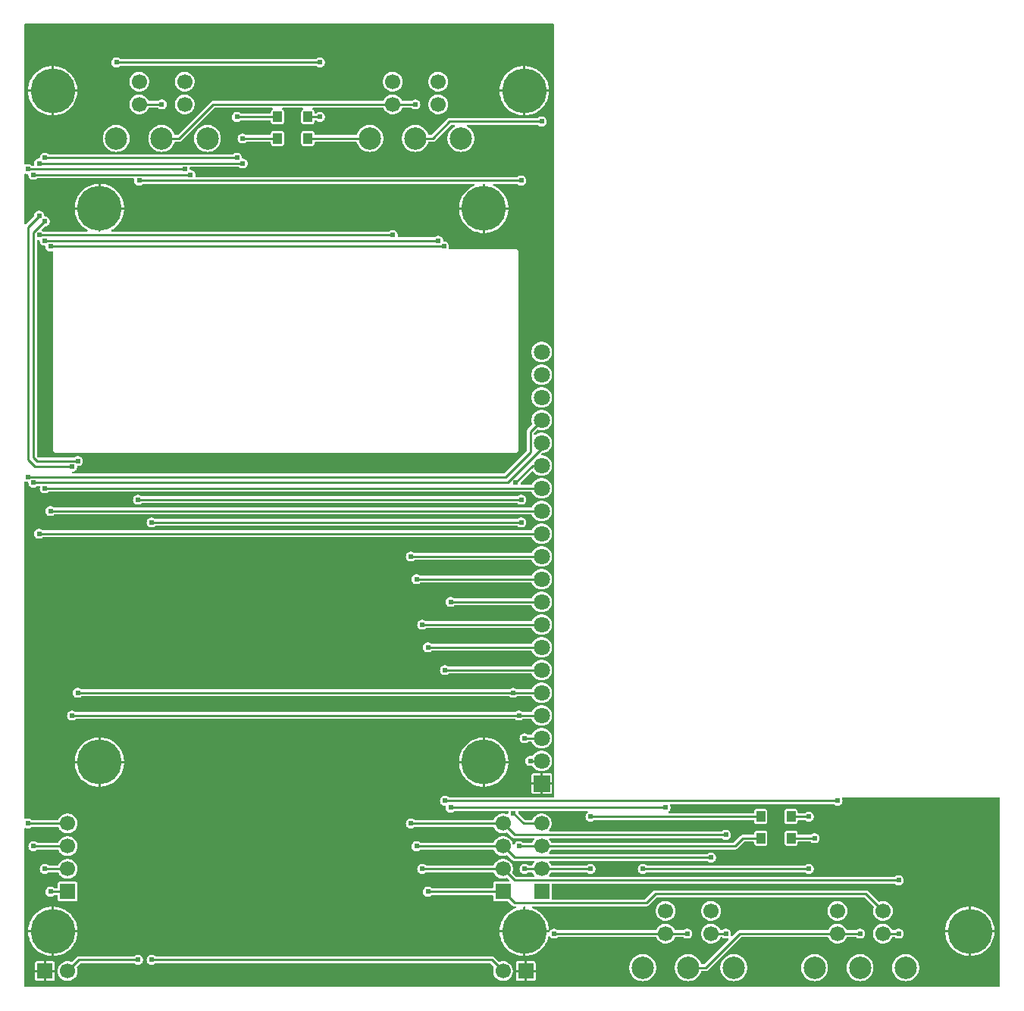
<source format=gbl>
G04 Layer: BottomLayer*
G04 EasyEDA v6.5.29, 2023-07-18 10:18:03*
G04 90495d7994f342159c24a82f0dd90fb3,5a6b42c53f6a479593ecc07194224c93,10*
G04 Gerber Generator version 0.2*
G04 Scale: 100 percent, Rotated: No, Reflected: No *
G04 Dimensions in millimeters *
G04 leading zeros omitted , absolute positions ,4 integer and 5 decimal *
%FSLAX45Y45*%
%MOMM*%

%AMMACRO1*21,1,$1,$2,0,0,$3*%
%ADD10C,0.2540*%
%ADD11MACRO1,0.95X1.15X0.0000*%
%ADD12C,1.8000*%
%ADD13MACRO1,1.8X1.8X90.0000*%
%ADD14R,1.7000X1.7000*%
%ADD15C,1.7000*%
%ADD16C,5.0000*%
%ADD17C,2.5000*%
%ADD18C,0.6096*%
%ADD19C,0.0176*%

%LPD*%
G36*
X163068Y838708D02*
G01*
X159156Y839469D01*
X155905Y841705D01*
X153670Y844956D01*
X152908Y848868D01*
X152908Y2606649D01*
X153720Y2610612D01*
X156006Y2613964D01*
X159410Y2616098D01*
X163423Y2616809D01*
X167386Y2615844D01*
X171246Y2614066D01*
X180695Y2611526D01*
X190500Y2610662D01*
X200304Y2611526D01*
X209753Y2614066D01*
X218694Y2618181D01*
X226720Y2623820D01*
X228295Y2625394D01*
X231597Y2627630D01*
X235508Y2628392D01*
X524459Y2628392D01*
X528269Y2627630D01*
X531520Y2625547D01*
X533755Y2622346D01*
X536702Y2615692D01*
X544068Y2603550D01*
X552907Y2592425D01*
X563118Y2582570D01*
X574497Y2574086D01*
X586892Y2567076D01*
X600049Y2561742D01*
X613816Y2558135D01*
X627888Y2556357D01*
X642112Y2556357D01*
X656183Y2558135D01*
X669950Y2561742D01*
X683107Y2567076D01*
X695502Y2574086D01*
X706882Y2582570D01*
X717092Y2592425D01*
X725932Y2603550D01*
X733298Y2615692D01*
X739089Y2628696D01*
X743102Y2642311D01*
X745388Y2656332D01*
X745845Y2670556D01*
X744474Y2684678D01*
X741324Y2698546D01*
X736396Y2711856D01*
X729843Y2724454D01*
X721715Y2736138D01*
X712165Y2746654D01*
X701344Y2755849D01*
X689406Y2763621D01*
X676605Y2769768D01*
X663143Y2774238D01*
X649173Y2776982D01*
X635000Y2777896D01*
X620826Y2776982D01*
X606856Y2774238D01*
X593394Y2769768D01*
X580593Y2763621D01*
X568706Y2755849D01*
X557885Y2746654D01*
X548335Y2736138D01*
X540207Y2724505D01*
X533247Y2711094D01*
X530961Y2708198D01*
X527812Y2706268D01*
X524205Y2705608D01*
X235458Y2705608D01*
X231597Y2706370D01*
X228295Y2708605D01*
X226720Y2710180D01*
X218694Y2715818D01*
X209753Y2719933D01*
X200304Y2722473D01*
X190500Y2723337D01*
X180695Y2722473D01*
X171246Y2719933D01*
X167386Y2718155D01*
X163423Y2717190D01*
X159410Y2717850D01*
X156006Y2720035D01*
X153720Y2723388D01*
X152908Y2727350D01*
X152908Y6480149D01*
X153720Y6484112D01*
X156006Y6487414D01*
X159410Y6489598D01*
X163423Y6490309D01*
X167386Y6489344D01*
X171246Y6487515D01*
X180695Y6484975D01*
X188569Y6484315D01*
X191973Y6483400D01*
X194868Y6481368D01*
X196900Y6478473D01*
X197815Y6475069D01*
X198526Y6467195D01*
X201066Y6457696D01*
X205181Y6448806D01*
X210820Y6440779D01*
X217779Y6433820D01*
X225806Y6428181D01*
X234746Y6424015D01*
X244195Y6421475D01*
X254000Y6420662D01*
X263804Y6421475D01*
X273253Y6424015D01*
X282194Y6428181D01*
X290220Y6433820D01*
X291795Y6435394D01*
X295097Y6437630D01*
X299008Y6438392D01*
X316331Y6438392D01*
X319938Y6437731D01*
X323138Y6435801D01*
X325374Y6432854D01*
X326440Y6429298D01*
X326136Y6425590D01*
X325526Y6423253D01*
X324662Y6413500D01*
X325526Y6403695D01*
X328066Y6394196D01*
X332181Y6385306D01*
X337820Y6377279D01*
X344779Y6370320D01*
X352806Y6364681D01*
X361746Y6360515D01*
X371195Y6357975D01*
X381000Y6357162D01*
X390804Y6357975D01*
X400253Y6360515D01*
X409194Y6364681D01*
X417220Y6370320D01*
X418795Y6371894D01*
X422097Y6374079D01*
X425958Y6374841D01*
X5814872Y6374841D01*
X5818835Y6374079D01*
X5822137Y6371793D01*
X5824321Y6368440D01*
X5826048Y6364173D01*
X5833059Y6351371D01*
X5841593Y6339636D01*
X5851550Y6329019D01*
X5862777Y6319723D01*
X5875070Y6311950D01*
X5888228Y6305753D01*
X5902045Y6301232D01*
X5916371Y6298539D01*
X5930900Y6297625D01*
X5945428Y6298539D01*
X5959703Y6301232D01*
X5973521Y6305753D01*
X5986729Y6311950D01*
X5999022Y6319723D01*
X6010198Y6329019D01*
X6020155Y6339636D01*
X6028740Y6351371D01*
X6035751Y6364173D01*
X6041085Y6377686D01*
X6044742Y6391757D01*
X6046520Y6406235D01*
X6046520Y6420764D01*
X6044742Y6435191D01*
X6041085Y6449314D01*
X6035751Y6462826D01*
X6028740Y6475577D01*
X6020155Y6487363D01*
X6010198Y6497980D01*
X5999022Y6507226D01*
X5986729Y6515049D01*
X5973521Y6521246D01*
X5959703Y6525717D01*
X5945428Y6528460D01*
X5930900Y6529374D01*
X5916371Y6528460D01*
X5902045Y6525717D01*
X5888228Y6521246D01*
X5875070Y6515049D01*
X5862777Y6507226D01*
X5851550Y6497980D01*
X5841593Y6487363D01*
X5833059Y6475577D01*
X5826048Y6462826D01*
X5824321Y6458508D01*
X5822137Y6455156D01*
X5818784Y6452870D01*
X5814872Y6452057D01*
X5703468Y6452057D01*
X5699810Y6452768D01*
X5696661Y6454698D01*
X5694426Y6457645D01*
X5693359Y6461201D01*
X5693664Y6464858D01*
X5694273Y6467195D01*
X5694984Y6475171D01*
X5695899Y6478625D01*
X5697931Y6481470D01*
X5819902Y6603492D01*
X5823559Y6605828D01*
X5827877Y6606438D01*
X5832043Y6605168D01*
X5835294Y6602272D01*
X5841593Y6593636D01*
X5851550Y6583019D01*
X5862777Y6573723D01*
X5875070Y6565950D01*
X5888228Y6559753D01*
X5902045Y6555231D01*
X5916371Y6552539D01*
X5930900Y6551625D01*
X5945428Y6552539D01*
X5959703Y6555231D01*
X5973521Y6559753D01*
X5986729Y6565950D01*
X5999022Y6573723D01*
X6010198Y6583019D01*
X6020155Y6593636D01*
X6028740Y6605371D01*
X6035751Y6618173D01*
X6041085Y6631686D01*
X6044742Y6645757D01*
X6046520Y6660235D01*
X6046520Y6674764D01*
X6044742Y6689191D01*
X6041085Y6703314D01*
X6035751Y6716826D01*
X6028740Y6729577D01*
X6020155Y6741363D01*
X6010198Y6751980D01*
X5999022Y6761225D01*
X5986729Y6769049D01*
X5973521Y6775246D01*
X5959703Y6779717D01*
X5945428Y6782460D01*
X5934506Y6783171D01*
X5930798Y6784136D01*
X5927699Y6786422D01*
X5925667Y6789724D01*
X5925007Y6793484D01*
X5925820Y6797294D01*
X5927953Y6800494D01*
X5930544Y6803034D01*
X5933541Y6805117D01*
X5937097Y6805980D01*
X5945428Y6806539D01*
X5959703Y6809231D01*
X5973521Y6813753D01*
X5986729Y6819950D01*
X5999022Y6827723D01*
X6010198Y6837019D01*
X6020155Y6847636D01*
X6028740Y6859371D01*
X6035751Y6872173D01*
X6041085Y6885686D01*
X6044742Y6899757D01*
X6046520Y6914235D01*
X6046520Y6928764D01*
X6044742Y6943191D01*
X6041085Y6957314D01*
X6035751Y6970826D01*
X6028740Y6983577D01*
X6020155Y6995363D01*
X6010198Y7005980D01*
X5999022Y7015225D01*
X5986729Y7023049D01*
X5973521Y7029246D01*
X5959703Y7033717D01*
X5945428Y7036460D01*
X5930900Y7037374D01*
X5916371Y7036460D01*
X5902045Y7033717D01*
X5888228Y7029246D01*
X5875070Y7023049D01*
X5862777Y7015225D01*
X5859119Y7012228D01*
X5855817Y7010400D01*
X5852007Y7009942D01*
X5848350Y7010908D01*
X5845251Y7013143D01*
X5843219Y7016343D01*
X5842508Y7020102D01*
X5842508Y7028281D01*
X5843270Y7032193D01*
X5845505Y7035495D01*
X5876036Y7066025D01*
X5879490Y7068312D01*
X5883554Y7069023D01*
X5888228Y7067753D01*
X5902045Y7063231D01*
X5916371Y7060539D01*
X5930900Y7059625D01*
X5945428Y7060539D01*
X5959703Y7063231D01*
X5973521Y7067753D01*
X5986729Y7073950D01*
X5999022Y7081723D01*
X6010198Y7091019D01*
X6020155Y7101636D01*
X6028740Y7113371D01*
X6035751Y7126173D01*
X6041085Y7139686D01*
X6044742Y7153757D01*
X6046520Y7168235D01*
X6046520Y7182764D01*
X6044742Y7197191D01*
X6041085Y7211314D01*
X6035751Y7224826D01*
X6028740Y7237577D01*
X6020155Y7249363D01*
X6010198Y7259980D01*
X5999022Y7269225D01*
X5986729Y7277049D01*
X5973521Y7283246D01*
X5959703Y7287717D01*
X5945428Y7290460D01*
X5930900Y7291374D01*
X5916371Y7290460D01*
X5902045Y7287717D01*
X5888228Y7283246D01*
X5875070Y7277049D01*
X5862777Y7269225D01*
X5851550Y7259980D01*
X5841593Y7249363D01*
X5833059Y7237577D01*
X5826048Y7224826D01*
X5820664Y7211314D01*
X5817057Y7197191D01*
X5815228Y7182764D01*
X5815228Y7168235D01*
X5817057Y7153757D01*
X5820664Y7139686D01*
X5823813Y7131710D01*
X5824524Y7127849D01*
X5823762Y7124039D01*
X5821578Y7120788D01*
X5776976Y7076135D01*
X5771845Y7069937D01*
X5768289Y7063231D01*
X5766104Y7056018D01*
X5765292Y7047992D01*
X5765292Y6840118D01*
X5764530Y6836206D01*
X5762294Y6832904D01*
X5511495Y6582105D01*
X5508193Y6579870D01*
X5504281Y6579108D01*
X697433Y6579108D01*
X693369Y6579971D01*
X689965Y6582359D01*
X687832Y6585915D01*
X687273Y6590030D01*
X688441Y6593992D01*
X691083Y6597192D01*
X694791Y6599072D01*
X705053Y6601815D01*
X713994Y6605981D01*
X722020Y6611620D01*
X728980Y6618579D01*
X734618Y6626606D01*
X738733Y6635496D01*
X741273Y6644995D01*
X741984Y6652869D01*
X742899Y6656273D01*
X744931Y6659168D01*
X747826Y6661200D01*
X751230Y6662115D01*
X759104Y6662775D01*
X768553Y6665315D01*
X777494Y6669481D01*
X785520Y6675120D01*
X792480Y6682079D01*
X798118Y6690106D01*
X802233Y6698996D01*
X804773Y6708495D01*
X805637Y6718300D01*
X804773Y6728053D01*
X802233Y6737553D01*
X798118Y6746443D01*
X792480Y6754520D01*
X785520Y6761429D01*
X777494Y6767068D01*
X768553Y6771233D01*
X759104Y6773773D01*
X749300Y6774637D01*
X739495Y6773773D01*
X730046Y6771233D01*
X721106Y6767068D01*
X713079Y6761429D01*
X711504Y6759905D01*
X708202Y6757670D01*
X704342Y6756908D01*
X312318Y6756908D01*
X308406Y6757670D01*
X305104Y6759905D01*
X295605Y6769404D01*
X293370Y6772706D01*
X292608Y6776618D01*
X292608Y9180880D01*
X293268Y9184538D01*
X295198Y9187688D01*
X298145Y9189974D01*
X301701Y9190990D01*
X305409Y9190685D01*
X307695Y9190075D01*
X315569Y9189415D01*
X318973Y9188500D01*
X321868Y9186468D01*
X323900Y9183573D01*
X324815Y9180169D01*
X325526Y9172295D01*
X328066Y9162796D01*
X332181Y9153906D01*
X337820Y9145879D01*
X344779Y9138920D01*
X352806Y9133281D01*
X361746Y9129115D01*
X371195Y9126575D01*
X379069Y9125915D01*
X382473Y9125000D01*
X385368Y9122968D01*
X387400Y9120073D01*
X388315Y9116669D01*
X389026Y9108795D01*
X391566Y9099296D01*
X395681Y9090406D01*
X401320Y9082379D01*
X408279Y9075420D01*
X416306Y9069781D01*
X425246Y9065615D01*
X434695Y9063075D01*
X444500Y9062212D01*
X454304Y9063075D01*
X460197Y9064650D01*
X463905Y9064955D01*
X467461Y9063939D01*
X470408Y9061653D01*
X472338Y9058503D01*
X472998Y9054846D01*
X472998Y6838797D01*
X473709Y6832447D01*
X475640Y6827012D01*
X478688Y6822084D01*
X482803Y6818020D01*
X487680Y6814921D01*
X493166Y6812991D01*
X499465Y6812280D01*
X5641848Y6812280D01*
X5648147Y6812991D01*
X5653633Y6814921D01*
X5658510Y6818020D01*
X5662625Y6822084D01*
X5665673Y6827012D01*
X5667603Y6832447D01*
X5668314Y6838797D01*
X5668314Y9060129D01*
X5667603Y9066479D01*
X5665673Y9071914D01*
X5662625Y9076842D01*
X5658510Y9080906D01*
X5653633Y9084005D01*
X5648147Y9085884D01*
X5641848Y9086596D01*
X4901488Y9086596D01*
X4897831Y9087307D01*
X4894681Y9089237D01*
X4892446Y9092184D01*
X4891379Y9095689D01*
X4891684Y9099397D01*
X4894173Y9108795D01*
X4895037Y9118600D01*
X4894173Y9128353D01*
X4891633Y9137853D01*
X4887468Y9146743D01*
X4881880Y9154820D01*
X4874920Y9161729D01*
X4866843Y9167368D01*
X4857953Y9171533D01*
X4848453Y9174073D01*
X4840630Y9174784D01*
X4837176Y9175699D01*
X4834331Y9177680D01*
X4832299Y9180576D01*
X4831384Y9183979D01*
X4830673Y9191853D01*
X4828133Y9201353D01*
X4823968Y9210243D01*
X4818380Y9218320D01*
X4811420Y9225229D01*
X4803343Y9230868D01*
X4794453Y9235033D01*
X4784953Y9237573D01*
X4775200Y9238437D01*
X4765395Y9237573D01*
X4755896Y9235033D01*
X4747006Y9230868D01*
X4738979Y9225229D01*
X4737404Y9223654D01*
X4734102Y9221470D01*
X4730191Y9220657D01*
X4331868Y9220657D01*
X4328210Y9221368D01*
X4325061Y9223298D01*
X4322826Y9226245D01*
X4321759Y9229801D01*
X4322064Y9233458D01*
X4322673Y9235795D01*
X4323537Y9245600D01*
X4322673Y9255353D01*
X4320133Y9264853D01*
X4315968Y9273743D01*
X4310380Y9281820D01*
X4303420Y9288729D01*
X4295343Y9294368D01*
X4286453Y9298533D01*
X4276953Y9301073D01*
X4267200Y9301937D01*
X4257395Y9301073D01*
X4247896Y9298533D01*
X4239006Y9294368D01*
X4230979Y9288729D01*
X4229404Y9287154D01*
X4226102Y9284970D01*
X4222191Y9284157D01*
X1131011Y9284157D01*
X1126744Y9285122D01*
X1123238Y9287814D01*
X1121206Y9291726D01*
X1121003Y9296095D01*
X1122680Y9300159D01*
X1125931Y9303156D01*
X1138428Y9310370D01*
X1157427Y9323527D01*
X1175207Y9338259D01*
X1191717Y9354464D01*
X1206804Y9371939D01*
X1220419Y9390634D01*
X1232357Y9410395D01*
X1242669Y9431070D01*
X1251153Y9452559D01*
X1257808Y9474708D01*
X1262634Y9497314D01*
X1265529Y9520224D01*
X1265986Y9530588D01*
X1003300Y9530588D01*
X1003300Y9294317D01*
X1002537Y9290456D01*
X1000302Y9287154D01*
X997051Y9284970D01*
X993140Y9284157D01*
X988060Y9284157D01*
X984148Y9284970D01*
X980897Y9287154D01*
X978662Y9290456D01*
X977900Y9294317D01*
X977900Y9530588D01*
X715060Y9530588D01*
X716889Y9508744D01*
X720750Y9485934D01*
X726490Y9463582D01*
X734060Y9441738D01*
X743458Y9420656D01*
X754583Y9400387D01*
X767384Y9381134D01*
X781761Y9363049D01*
X797560Y9346184D01*
X814730Y9330740D01*
X833119Y9316770D01*
X852627Y9304375D01*
X854608Y9303359D01*
X858012Y9300464D01*
X859840Y9296400D01*
X859790Y9291929D01*
X857758Y9287916D01*
X854252Y9285173D01*
X849884Y9284157D01*
X362508Y9284157D01*
X358597Y9284970D01*
X355295Y9287154D01*
X353720Y9288729D01*
X347522Y9293098D01*
X344576Y9296298D01*
X343255Y9300514D01*
X343814Y9304883D01*
X346202Y9308592D01*
X376428Y9338868D01*
X379323Y9340850D01*
X382727Y9341764D01*
X390804Y9342475D01*
X400253Y9345015D01*
X409194Y9349181D01*
X417220Y9354820D01*
X424180Y9361779D01*
X429818Y9369806D01*
X433933Y9378696D01*
X436473Y9388195D01*
X437337Y9398000D01*
X436473Y9407753D01*
X433933Y9417253D01*
X429818Y9426143D01*
X424180Y9434220D01*
X417220Y9441129D01*
X409194Y9446768D01*
X400253Y9450933D01*
X390804Y9453473D01*
X382930Y9454184D01*
X379526Y9455099D01*
X376631Y9457080D01*
X374599Y9459976D01*
X373684Y9463379D01*
X372973Y9471253D01*
X370433Y9480753D01*
X366318Y9489643D01*
X360680Y9497720D01*
X353720Y9504629D01*
X345694Y9510268D01*
X336753Y9514433D01*
X327304Y9516973D01*
X317500Y9517837D01*
X307695Y9516973D01*
X298246Y9514433D01*
X289306Y9510268D01*
X281279Y9504629D01*
X274320Y9497720D01*
X268681Y9489643D01*
X264566Y9480753D01*
X262026Y9471253D01*
X261315Y9463227D01*
X260400Y9459823D01*
X258368Y9456928D01*
X170230Y9368840D01*
X166979Y9366656D01*
X163068Y9365843D01*
X159156Y9366656D01*
X155905Y9368840D01*
X153670Y9372142D01*
X152908Y9376003D01*
X152908Y9921798D01*
X153720Y9925812D01*
X156006Y9929114D01*
X159410Y9931298D01*
X163423Y9931958D01*
X167386Y9931044D01*
X171246Y9929215D01*
X180695Y9926675D01*
X188569Y9926015D01*
X191973Y9925100D01*
X194868Y9923068D01*
X196900Y9920173D01*
X197815Y9916769D01*
X198526Y9908895D01*
X201066Y9899396D01*
X205181Y9890506D01*
X210820Y9882479D01*
X217779Y9875520D01*
X225806Y9869881D01*
X234746Y9865715D01*
X244195Y9863175D01*
X254000Y9862312D01*
X263804Y9863175D01*
X273253Y9865715D01*
X282194Y9869881D01*
X290220Y9875520D01*
X291795Y9877094D01*
X295097Y9879279D01*
X298958Y9880041D01*
X1370431Y9880041D01*
X1374038Y9879380D01*
X1377188Y9877450D01*
X1379474Y9874504D01*
X1380540Y9870948D01*
X1380236Y9867290D01*
X1379626Y9864953D01*
X1378762Y9855200D01*
X1379626Y9845395D01*
X1382166Y9835896D01*
X1386281Y9827006D01*
X1391920Y9818979D01*
X1398879Y9812020D01*
X1406906Y9806381D01*
X1415846Y9802215D01*
X1425295Y9799675D01*
X1435100Y9798812D01*
X1444904Y9799675D01*
X1454353Y9802215D01*
X1463294Y9806381D01*
X1471320Y9812020D01*
X1472895Y9813594D01*
X1476197Y9815779D01*
X1480058Y9816541D01*
X5173522Y9816541D01*
X5177434Y9815779D01*
X5180685Y9813594D01*
X5182920Y9810292D01*
X5183682Y9806432D01*
X5182920Y9802571D01*
X5180736Y9799269D01*
X5177485Y9797034D01*
X5167731Y9792970D01*
X5147259Y9782251D01*
X5127752Y9769856D01*
X5109362Y9755886D01*
X5092192Y9740442D01*
X5076342Y9723577D01*
X5062016Y9705492D01*
X5049215Y9686239D01*
X5038090Y9665970D01*
X5028692Y9644888D01*
X5021072Y9623044D01*
X5015331Y9600692D01*
X5011470Y9577882D01*
X5009642Y9555988D01*
X5272481Y9555988D01*
X5272481Y9806381D01*
X5273294Y9810292D01*
X5275478Y9813594D01*
X5278780Y9815779D01*
X5282641Y9816541D01*
X5287721Y9816541D01*
X5291632Y9815779D01*
X5294934Y9813594D01*
X5297119Y9810292D01*
X5297881Y9806381D01*
X5297881Y9555988D01*
X5560568Y9555988D01*
X5560110Y9566402D01*
X5557215Y9589312D01*
X5552440Y9611918D01*
X5545734Y9634016D01*
X5537250Y9655505D01*
X5526989Y9676231D01*
X5515000Y9695992D01*
X5501436Y9714687D01*
X5486349Y9732162D01*
X5469839Y9748316D01*
X5452008Y9763048D01*
X5433060Y9776256D01*
X5413044Y9787788D01*
X5393029Y9797237D01*
X5389880Y9799523D01*
X5387848Y9802825D01*
X5387187Y9806686D01*
X5388051Y9810496D01*
X5390286Y9813696D01*
X5393537Y9815830D01*
X5397347Y9816541D01*
X5657291Y9816541D01*
X5661202Y9815779D01*
X5664504Y9813594D01*
X5666079Y9812020D01*
X5674106Y9806381D01*
X5682996Y9802215D01*
X5692495Y9799675D01*
X5702300Y9798812D01*
X5712053Y9799675D01*
X5721553Y9802215D01*
X5730443Y9806381D01*
X5738520Y9812020D01*
X5745480Y9818979D01*
X5751068Y9827006D01*
X5755233Y9835896D01*
X5757773Y9845395D01*
X5758637Y9855200D01*
X5757773Y9864953D01*
X5755233Y9874453D01*
X5751068Y9883343D01*
X5745480Y9891420D01*
X5738520Y9898329D01*
X5730443Y9903968D01*
X5721553Y9908133D01*
X5712053Y9910673D01*
X5702300Y9911537D01*
X5692495Y9910673D01*
X5682996Y9908133D01*
X5674106Y9903968D01*
X5666079Y9898329D01*
X5664504Y9896754D01*
X5661202Y9894570D01*
X5657291Y9893757D01*
X2071268Y9893757D01*
X2067661Y9894468D01*
X2064461Y9896398D01*
X2062225Y9899345D01*
X2061159Y9902901D01*
X2061464Y9906558D01*
X2062073Y9908895D01*
X2062937Y9918700D01*
X2062073Y9928453D01*
X2059533Y9937953D01*
X2055418Y9946843D01*
X2049780Y9954920D01*
X2042820Y9961829D01*
X2034793Y9967468D01*
X2025853Y9971633D01*
X2016404Y9974173D01*
X2008530Y9974884D01*
X2005126Y9975799D01*
X2002231Y9977780D01*
X2000199Y9980676D01*
X1999284Y9984079D01*
X1998573Y9991953D01*
X1997964Y9994290D01*
X1997659Y9997998D01*
X1998725Y10001504D01*
X2000961Y10004450D01*
X2004161Y10006380D01*
X2007768Y10007092D01*
X2545791Y10007092D01*
X2549702Y10006279D01*
X2553004Y10004094D01*
X2554579Y10002520D01*
X2562606Y9996881D01*
X2571546Y9992715D01*
X2580995Y9990175D01*
X2590800Y9989312D01*
X2600604Y9990175D01*
X2610053Y9992715D01*
X2618994Y9996881D01*
X2627020Y10002520D01*
X2633980Y10009479D01*
X2639618Y10017506D01*
X2643733Y10026396D01*
X2646273Y10035895D01*
X2647137Y10045700D01*
X2646273Y10055453D01*
X2643733Y10064953D01*
X2639618Y10073843D01*
X2633980Y10081920D01*
X2627020Y10088829D01*
X2618994Y10094468D01*
X2610053Y10098633D01*
X2600604Y10101173D01*
X2592730Y10101884D01*
X2589326Y10102799D01*
X2586431Y10104780D01*
X2584399Y10107676D01*
X2583484Y10111079D01*
X2582773Y10118953D01*
X2580233Y10128453D01*
X2576118Y10137343D01*
X2570480Y10145420D01*
X2563520Y10152329D01*
X2555494Y10157968D01*
X2546553Y10162133D01*
X2537104Y10164673D01*
X2527300Y10165537D01*
X2517495Y10164673D01*
X2508046Y10162133D01*
X2499106Y10157968D01*
X2491079Y10152329D01*
X2489504Y10150754D01*
X2486202Y10148570D01*
X2482291Y10147808D01*
X426008Y10147808D01*
X422097Y10148570D01*
X418795Y10150754D01*
X417220Y10152329D01*
X409194Y10157968D01*
X400253Y10162133D01*
X390804Y10164673D01*
X381000Y10165537D01*
X371195Y10164673D01*
X361746Y10162133D01*
X352806Y10157968D01*
X344779Y10152329D01*
X337820Y10145420D01*
X332181Y10137343D01*
X328066Y10128453D01*
X325526Y10118953D01*
X324815Y10111079D01*
X323900Y10107676D01*
X321868Y10104780D01*
X318973Y10102799D01*
X315569Y10101884D01*
X307695Y10101173D01*
X298246Y10098633D01*
X289306Y10094468D01*
X281279Y10088829D01*
X274320Y10081920D01*
X268681Y10073843D01*
X264566Y10064953D01*
X262026Y10055453D01*
X261162Y10045700D01*
X262026Y10035895D01*
X262636Y10033558D01*
X262940Y10029901D01*
X261874Y10026345D01*
X259638Y10023398D01*
X256438Y10021468D01*
X252831Y10020757D01*
X235508Y10020757D01*
X231597Y10021570D01*
X228295Y10023754D01*
X226720Y10025329D01*
X218694Y10030968D01*
X209753Y10035133D01*
X200304Y10037673D01*
X190500Y10038537D01*
X180695Y10037673D01*
X171246Y10035133D01*
X167386Y10033304D01*
X163423Y10032390D01*
X159410Y10033050D01*
X156006Y10035235D01*
X153720Y10038588D01*
X152908Y10042550D01*
X152908Y11597132D01*
X153670Y11600992D01*
X155905Y11604294D01*
X159156Y11606479D01*
X163068Y11607292D01*
X6059932Y11607292D01*
X6063792Y11606479D01*
X6067094Y11604294D01*
X6069330Y11600992D01*
X6070092Y11597132D01*
X6070092Y2985109D01*
X6070854Y2978607D01*
X6072835Y2973374D01*
X6073495Y2969514D01*
X6072682Y2965704D01*
X6070447Y2962503D01*
X6067196Y2960370D01*
X6063335Y2959608D01*
X4896358Y2959608D01*
X4892497Y2960370D01*
X4889195Y2962605D01*
X4887620Y2964180D01*
X4879543Y2969818D01*
X4870653Y2973933D01*
X4861153Y2976473D01*
X4851400Y2977337D01*
X4841595Y2976473D01*
X4832096Y2973933D01*
X4823206Y2969818D01*
X4815179Y2964180D01*
X4808220Y2957220D01*
X4802581Y2949194D01*
X4798415Y2940253D01*
X4795875Y2930804D01*
X4795062Y2921000D01*
X4795875Y2911195D01*
X4798415Y2901746D01*
X4802581Y2892806D01*
X4808220Y2884779D01*
X4815179Y2877820D01*
X4823206Y2872181D01*
X4832096Y2868066D01*
X4841595Y2865526D01*
X4850079Y2864764D01*
X4853889Y2863646D01*
X4856988Y2861157D01*
X4858867Y2857703D01*
X4859324Y2853740D01*
X4858562Y2844800D01*
X4859375Y2834995D01*
X4861915Y2825546D01*
X4866081Y2816606D01*
X4871720Y2808579D01*
X4878679Y2801620D01*
X4886706Y2795981D01*
X4895596Y2791866D01*
X4905095Y2789326D01*
X4914900Y2788462D01*
X4924653Y2789326D01*
X4934153Y2791866D01*
X4943043Y2795981D01*
X4951120Y2801620D01*
X4952695Y2803194D01*
X4955997Y2805430D01*
X4959858Y2806192D01*
X5548731Y2806192D01*
X5552338Y2805531D01*
X5555488Y2803601D01*
X5557774Y2800654D01*
X5558840Y2797098D01*
X5558536Y2793390D01*
X5557926Y2791104D01*
X5557062Y2781300D01*
X5557266Y2778861D01*
X5556758Y2774645D01*
X5554522Y2770987D01*
X5551068Y2768549D01*
X5546852Y2767787D01*
X5542737Y2768803D01*
X5540705Y2769768D01*
X5527243Y2774238D01*
X5513273Y2776982D01*
X5499100Y2777896D01*
X5484926Y2776982D01*
X5470956Y2774238D01*
X5457494Y2769768D01*
X5444693Y2763621D01*
X5432755Y2755849D01*
X5421934Y2746654D01*
X5412384Y2736138D01*
X5404256Y2724505D01*
X5397347Y2711094D01*
X5395061Y2708198D01*
X5391912Y2706268D01*
X5388305Y2705608D01*
X4515358Y2705608D01*
X4511497Y2706370D01*
X4508195Y2708605D01*
X4506620Y2710180D01*
X4498543Y2715818D01*
X4489653Y2719933D01*
X4480153Y2722473D01*
X4470400Y2723337D01*
X4460595Y2722473D01*
X4451096Y2719933D01*
X4442206Y2715818D01*
X4434179Y2710180D01*
X4427220Y2703220D01*
X4421581Y2695194D01*
X4417415Y2686253D01*
X4414875Y2676804D01*
X4414062Y2667000D01*
X4414875Y2657195D01*
X4417415Y2647746D01*
X4421581Y2638806D01*
X4427220Y2630779D01*
X4434179Y2623820D01*
X4442206Y2618181D01*
X4451096Y2614066D01*
X4460595Y2611526D01*
X4470400Y2610662D01*
X4480153Y2611526D01*
X4489653Y2614066D01*
X4498543Y2618181D01*
X4506620Y2623820D01*
X4508195Y2625394D01*
X4511497Y2627630D01*
X4515358Y2628392D01*
X5388559Y2628392D01*
X5392369Y2627630D01*
X5395620Y2625547D01*
X5397855Y2622346D01*
X5400802Y2615692D01*
X5408168Y2603550D01*
X5417007Y2592425D01*
X5427218Y2582570D01*
X5438597Y2574086D01*
X5450992Y2567076D01*
X5464149Y2561742D01*
X5477916Y2558135D01*
X5491988Y2556357D01*
X5506212Y2556357D01*
X5520283Y2558135D01*
X5534050Y2561742D01*
X5538978Y2563774D01*
X5542838Y2564485D01*
X5546699Y2563723D01*
X5549950Y2561539D01*
X5598414Y2513025D01*
X5604662Y2507945D01*
X5611317Y2504389D01*
X5618581Y2502154D01*
X5626608Y2501392D01*
X5838748Y2501392D01*
X5842558Y2500630D01*
X5845810Y2498547D01*
X5848045Y2495346D01*
X5848908Y2491536D01*
X5848248Y2487726D01*
X5846267Y2484374D01*
X5844184Y2482138D01*
X5836056Y2470505D01*
X5829096Y2457094D01*
X5826861Y2454198D01*
X5823712Y2452268D01*
X5820105Y2451608D01*
X5721908Y2451608D01*
X5717997Y2452370D01*
X5714695Y2454554D01*
X5713120Y2456180D01*
X5705094Y2461818D01*
X5696153Y2465933D01*
X5686704Y2468473D01*
X5676900Y2469337D01*
X5667095Y2468473D01*
X5657646Y2465933D01*
X5648706Y2461818D01*
X5640679Y2456180D01*
X5633720Y2449220D01*
X5628081Y2441194D01*
X5625896Y2436469D01*
X5623407Y2433116D01*
X5619750Y2431034D01*
X5615635Y2430627D01*
X5611622Y2431897D01*
X5608523Y2434691D01*
X5606796Y2438501D01*
X5605424Y2444546D01*
X5600496Y2457856D01*
X5593943Y2470454D01*
X5585815Y2482138D01*
X5576214Y2492654D01*
X5565444Y2501849D01*
X5553506Y2509621D01*
X5540705Y2515768D01*
X5527243Y2520238D01*
X5513273Y2522982D01*
X5499100Y2523896D01*
X5484926Y2522982D01*
X5470956Y2520238D01*
X5457494Y2515768D01*
X5444693Y2509621D01*
X5432755Y2501849D01*
X5421934Y2492654D01*
X5412384Y2482138D01*
X5404256Y2470505D01*
X5397347Y2457094D01*
X5395061Y2454198D01*
X5391912Y2452268D01*
X5388305Y2451608D01*
X4578858Y2451608D01*
X4574997Y2452370D01*
X4571695Y2454605D01*
X4570120Y2456180D01*
X4562043Y2461818D01*
X4553153Y2465933D01*
X4543653Y2468473D01*
X4533900Y2469337D01*
X4524095Y2468473D01*
X4514596Y2465933D01*
X4505706Y2461818D01*
X4497679Y2456180D01*
X4490720Y2449220D01*
X4485081Y2441194D01*
X4480915Y2432253D01*
X4478375Y2422804D01*
X4477562Y2413000D01*
X4478375Y2403195D01*
X4480915Y2393746D01*
X4485081Y2384806D01*
X4490720Y2376779D01*
X4497679Y2369820D01*
X4505706Y2364181D01*
X4514596Y2360066D01*
X4524095Y2357526D01*
X4533900Y2356662D01*
X4543653Y2357526D01*
X4553153Y2360066D01*
X4562043Y2364181D01*
X4570120Y2369820D01*
X4571695Y2371394D01*
X4574997Y2373630D01*
X4578858Y2374392D01*
X5388559Y2374392D01*
X5392369Y2373630D01*
X5395620Y2371547D01*
X5397855Y2368346D01*
X5400802Y2361692D01*
X5408168Y2349550D01*
X5417007Y2338425D01*
X5427218Y2328570D01*
X5438597Y2320086D01*
X5450992Y2313076D01*
X5464149Y2307742D01*
X5477916Y2304135D01*
X5491988Y2302357D01*
X5506212Y2302357D01*
X5520283Y2304135D01*
X5534050Y2307742D01*
X5538978Y2309774D01*
X5542838Y2310485D01*
X5546699Y2309723D01*
X5549950Y2307539D01*
X5598414Y2259025D01*
X5604662Y2253945D01*
X5611317Y2250389D01*
X5618581Y2248154D01*
X5626608Y2247392D01*
X5838748Y2247392D01*
X5842558Y2246630D01*
X5845810Y2244547D01*
X5848045Y2241346D01*
X5848908Y2237536D01*
X5848248Y2233726D01*
X5846267Y2230374D01*
X5844184Y2228138D01*
X5836056Y2216505D01*
X5829096Y2203094D01*
X5826861Y2200198D01*
X5823712Y2198268D01*
X5820105Y2197608D01*
X5785408Y2197608D01*
X5781497Y2198370D01*
X5778195Y2200554D01*
X5776620Y2202180D01*
X5768594Y2207818D01*
X5759653Y2211933D01*
X5750204Y2214473D01*
X5740400Y2215337D01*
X5730595Y2214473D01*
X5721146Y2211933D01*
X5712206Y2207818D01*
X5704179Y2202180D01*
X5697220Y2195220D01*
X5691581Y2187194D01*
X5687466Y2178253D01*
X5684926Y2168804D01*
X5684062Y2159000D01*
X5684926Y2149195D01*
X5687466Y2139746D01*
X5691581Y2130806D01*
X5697220Y2122779D01*
X5704179Y2115820D01*
X5712206Y2110181D01*
X5721146Y2106066D01*
X5730595Y2103526D01*
X5740400Y2102662D01*
X5750204Y2103526D01*
X5759653Y2106066D01*
X5768594Y2110181D01*
X5776620Y2115820D01*
X5778195Y2117394D01*
X5781497Y2119630D01*
X5785408Y2120392D01*
X5820359Y2120392D01*
X5824169Y2119630D01*
X5827420Y2117547D01*
X5829655Y2114346D01*
X5832602Y2107692D01*
X5839968Y2095550D01*
X5846673Y2087118D01*
X5848451Y2083765D01*
X5848858Y2080006D01*
X5847892Y2076348D01*
X5845657Y2073300D01*
X5842457Y2071319D01*
X5838748Y2070607D01*
X5646267Y2070607D01*
X5642406Y2071370D01*
X5639104Y2073605D01*
X5604662Y2108047D01*
X5602427Y2111400D01*
X5601665Y2115362D01*
X5607202Y2134311D01*
X5609488Y2148332D01*
X5609945Y2162556D01*
X5608574Y2176678D01*
X5605424Y2190546D01*
X5600496Y2203856D01*
X5593943Y2216454D01*
X5585815Y2228138D01*
X5576214Y2238654D01*
X5565444Y2247849D01*
X5553506Y2255621D01*
X5540705Y2261768D01*
X5527243Y2266238D01*
X5513273Y2268982D01*
X5499100Y2269896D01*
X5484926Y2268982D01*
X5470956Y2266238D01*
X5457494Y2261768D01*
X5444693Y2255621D01*
X5432755Y2247849D01*
X5421934Y2238654D01*
X5412384Y2228138D01*
X5404256Y2216505D01*
X5397296Y2203094D01*
X5395061Y2200198D01*
X5391912Y2198268D01*
X5388305Y2197608D01*
X4642358Y2197608D01*
X4638497Y2198370D01*
X4635195Y2200554D01*
X4633620Y2202180D01*
X4625543Y2207818D01*
X4616653Y2211933D01*
X4607153Y2214473D01*
X4597400Y2215337D01*
X4587595Y2214473D01*
X4578096Y2211933D01*
X4569206Y2207818D01*
X4561179Y2202180D01*
X4554220Y2195220D01*
X4548581Y2187194D01*
X4544415Y2178253D01*
X4541875Y2168804D01*
X4541062Y2159000D01*
X4541875Y2149195D01*
X4544415Y2139746D01*
X4548581Y2130806D01*
X4554220Y2122779D01*
X4561179Y2115820D01*
X4569206Y2110181D01*
X4578096Y2106066D01*
X4587595Y2103526D01*
X4597400Y2102662D01*
X4607153Y2103526D01*
X4616653Y2106066D01*
X4625543Y2110181D01*
X4633620Y2115820D01*
X4635195Y2117394D01*
X4638497Y2119630D01*
X4642358Y2120392D01*
X5388559Y2120392D01*
X5392369Y2119630D01*
X5395620Y2117547D01*
X5397855Y2114346D01*
X5400802Y2107692D01*
X5408168Y2095550D01*
X5417007Y2084425D01*
X5427218Y2074570D01*
X5438597Y2066086D01*
X5450992Y2059076D01*
X5464149Y2053742D01*
X5477916Y2050135D01*
X5491988Y2048357D01*
X5506212Y2048357D01*
X5520283Y2050135D01*
X5534050Y2053742D01*
X5538978Y2055774D01*
X5542838Y2056485D01*
X5546699Y2055723D01*
X5549950Y2053539D01*
X5570220Y2033270D01*
X5572455Y2029968D01*
X5573217Y2026056D01*
X5572455Y2022195D01*
X5570220Y2018893D01*
X5566918Y2016658D01*
X5563057Y2015896D01*
X5414670Y2015896D01*
X5408371Y2015185D01*
X5402884Y2013254D01*
X5398008Y2010206D01*
X5393893Y2006092D01*
X5390794Y2001215D01*
X5388914Y1995728D01*
X5388203Y1989429D01*
X5388203Y1953768D01*
X5387441Y1949856D01*
X5385206Y1946554D01*
X5381904Y1944370D01*
X5378043Y1943607D01*
X4705858Y1943607D01*
X4701997Y1944370D01*
X4698695Y1946554D01*
X4697120Y1948180D01*
X4689043Y1953818D01*
X4680153Y1957933D01*
X4670653Y1960473D01*
X4660900Y1961337D01*
X4651095Y1960473D01*
X4641596Y1957933D01*
X4632706Y1953818D01*
X4624679Y1948180D01*
X4617720Y1941220D01*
X4612081Y1933193D01*
X4607915Y1924253D01*
X4605375Y1914804D01*
X4604562Y1905000D01*
X4605375Y1895195D01*
X4607915Y1885746D01*
X4612081Y1876806D01*
X4617720Y1868779D01*
X4624679Y1861820D01*
X4632706Y1856181D01*
X4641596Y1852066D01*
X4651095Y1849526D01*
X4660900Y1848662D01*
X4670653Y1849526D01*
X4680153Y1852066D01*
X4689043Y1856181D01*
X4697120Y1861820D01*
X4698695Y1863394D01*
X4701997Y1865630D01*
X4705858Y1866392D01*
X5378043Y1866392D01*
X5381904Y1865630D01*
X5385206Y1863394D01*
X5387441Y1860092D01*
X5388203Y1856232D01*
X5388203Y1820570D01*
X5388914Y1814220D01*
X5390794Y1808784D01*
X5393893Y1803857D01*
X5398008Y1799793D01*
X5402884Y1796694D01*
X5408371Y1794814D01*
X5414670Y1794103D01*
X5551170Y1794103D01*
X5555081Y1793290D01*
X5558383Y1791106D01*
X5598414Y1751025D01*
X5604662Y1745945D01*
X5611317Y1742389D01*
X5618581Y1740154D01*
X5626608Y1739392D01*
X5639308Y1739392D01*
X5643321Y1738579D01*
X5646674Y1736242D01*
X5648807Y1732788D01*
X5649468Y1728774D01*
X5648452Y1724812D01*
X5646013Y1721561D01*
X5641035Y1719122D01*
X5619699Y1710131D01*
X5599226Y1699463D01*
X5579719Y1687068D01*
X5561330Y1673098D01*
X5544159Y1657654D01*
X5528360Y1640789D01*
X5513984Y1622704D01*
X5501182Y1603451D01*
X5490057Y1583182D01*
X5480659Y1562100D01*
X5473090Y1540256D01*
X5467350Y1517853D01*
X5463489Y1495094D01*
X5461609Y1473200D01*
X5724499Y1473200D01*
X5724499Y1729232D01*
X5725261Y1733092D01*
X5727446Y1736394D01*
X5730748Y1738630D01*
X5734659Y1739392D01*
X5739739Y1739392D01*
X5743600Y1738630D01*
X5746902Y1736394D01*
X5749137Y1733092D01*
X5749899Y1729232D01*
X5749899Y1473200D01*
X6010452Y1473200D01*
X6014466Y1472387D01*
X6017768Y1470101D01*
X6019952Y1466697D01*
X6020612Y1462684D01*
X6019698Y1458772D01*
X6017310Y1453692D01*
X6015075Y1450594D01*
X6011875Y1448511D01*
X6008116Y1447800D01*
X5749899Y1447800D01*
X5749899Y1185062D01*
X5754522Y1185164D01*
X5777484Y1187551D01*
X5800191Y1191920D01*
X5822442Y1198118D01*
X5844133Y1206144D01*
X5865012Y1215999D01*
X5885027Y1227582D01*
X5904026Y1240739D01*
X5921806Y1255471D01*
X5938316Y1271625D01*
X5953404Y1289151D01*
X5967018Y1307846D01*
X5978956Y1327607D01*
X5989218Y1348282D01*
X5997752Y1369771D01*
X6004407Y1391920D01*
X6006084Y1399590D01*
X6007608Y1403197D01*
X6010351Y1405940D01*
X6013958Y1407414D01*
X6017869Y1407464D01*
X6021527Y1405991D01*
X6024321Y1403299D01*
X6027420Y1398879D01*
X6034379Y1391920D01*
X6042406Y1386281D01*
X6051296Y1382166D01*
X6060795Y1379626D01*
X6070600Y1378762D01*
X6080353Y1379626D01*
X6089853Y1382166D01*
X6098743Y1386281D01*
X6106820Y1391920D01*
X6108395Y1393494D01*
X6111697Y1395730D01*
X6115558Y1396492D01*
X7204557Y1396492D01*
X7208469Y1395730D01*
X7211822Y1393494D01*
X7214006Y1390142D01*
X7215276Y1386992D01*
X7222236Y1374597D01*
X7230770Y1363218D01*
X7240625Y1353007D01*
X7251750Y1344168D01*
X7263892Y1336802D01*
X7276896Y1331010D01*
X7290511Y1326997D01*
X7304531Y1324711D01*
X7318756Y1324254D01*
X7332878Y1325626D01*
X7346746Y1328775D01*
X7360056Y1333703D01*
X7372654Y1340256D01*
X7384338Y1348384D01*
X7394854Y1357934D01*
X7404049Y1368755D01*
X7411821Y1380693D01*
X7416647Y1390751D01*
X7418882Y1393799D01*
X7422083Y1395780D01*
X7425791Y1396492D01*
X7511491Y1396492D01*
X7515402Y1395730D01*
X7518704Y1393494D01*
X7520279Y1391920D01*
X7528306Y1386281D01*
X7537196Y1382166D01*
X7546695Y1379626D01*
X7556500Y1378762D01*
X7566253Y1379626D01*
X7575753Y1382166D01*
X7584643Y1386281D01*
X7592720Y1391920D01*
X7599629Y1398879D01*
X7605268Y1406906D01*
X7609433Y1415846D01*
X7611973Y1425295D01*
X7612837Y1435100D01*
X7611973Y1444904D01*
X7609433Y1454353D01*
X7605268Y1463294D01*
X7599629Y1471320D01*
X7592720Y1478280D01*
X7584643Y1483918D01*
X7575753Y1488033D01*
X7566253Y1490573D01*
X7556500Y1491437D01*
X7546695Y1490573D01*
X7537196Y1488033D01*
X7528306Y1483918D01*
X7520279Y1478280D01*
X7518704Y1476705D01*
X7515402Y1474470D01*
X7511491Y1473708D01*
X7425791Y1473708D01*
X7422083Y1474419D01*
X7418882Y1476400D01*
X7416647Y1479448D01*
X7411821Y1489506D01*
X7404049Y1501444D01*
X7394854Y1512265D01*
X7384338Y1521815D01*
X7372654Y1529943D01*
X7360056Y1536496D01*
X7346746Y1541424D01*
X7332878Y1544574D01*
X7318756Y1545945D01*
X7304531Y1545488D01*
X7290511Y1543202D01*
X7276896Y1539138D01*
X7263892Y1533398D01*
X7251750Y1526032D01*
X7240625Y1517192D01*
X7230770Y1506982D01*
X7222236Y1495602D01*
X7215276Y1483207D01*
X7214006Y1480058D01*
X7211822Y1476705D01*
X7208469Y1474470D01*
X7204557Y1473708D01*
X6115558Y1473708D01*
X6111697Y1474470D01*
X6108395Y1476705D01*
X6106820Y1478280D01*
X6098743Y1483918D01*
X6089853Y1488033D01*
X6080353Y1490573D01*
X6070600Y1491437D01*
X6060795Y1490573D01*
X6051296Y1488033D01*
X6042406Y1483918D01*
X6034379Y1478280D01*
X6029604Y1473504D01*
X6026353Y1471320D01*
X6022543Y1470507D01*
X6018733Y1471218D01*
X6015431Y1473301D01*
X6013196Y1476451D01*
X6012281Y1480261D01*
X6012129Y1483614D01*
X6009233Y1506524D01*
X6004407Y1529130D01*
X5997752Y1551228D01*
X5989218Y1572717D01*
X5978956Y1593443D01*
X5967018Y1613204D01*
X5953404Y1631899D01*
X5938316Y1649374D01*
X5921806Y1665528D01*
X5904026Y1680260D01*
X5885027Y1693468D01*
X5865012Y1705000D01*
X5844133Y1714855D01*
X5831078Y1719681D01*
X5827623Y1721815D01*
X5825337Y1725117D01*
X5824423Y1729028D01*
X5825134Y1732991D01*
X5827318Y1736343D01*
X5830671Y1738579D01*
X5834583Y1739392D01*
X7098792Y1739392D01*
X7106818Y1740154D01*
X7114031Y1742389D01*
X7120686Y1745945D01*
X7126935Y1751025D01*
X7213904Y1837994D01*
X7217206Y1840230D01*
X7221067Y1840992D01*
X9532213Y1840992D01*
X9536074Y1840230D01*
X9539376Y1837994D01*
X9637420Y1739950D01*
X9639604Y1736699D01*
X9640366Y1732838D01*
X9639655Y1728978D01*
X9637623Y1724050D01*
X9634016Y1710283D01*
X9632238Y1696212D01*
X9632238Y1681988D01*
X9634016Y1667916D01*
X9637623Y1654149D01*
X9642957Y1640992D01*
X9649968Y1628597D01*
X9658451Y1617218D01*
X9668357Y1607007D01*
X9679432Y1598168D01*
X9691573Y1590802D01*
X9704578Y1585010D01*
X9718192Y1580997D01*
X9732213Y1578711D01*
X9746437Y1578254D01*
X9760559Y1579626D01*
X9774428Y1582775D01*
X9787788Y1587703D01*
X9800386Y1594256D01*
X9812020Y1602384D01*
X9822535Y1611934D01*
X9831730Y1622755D01*
X9839502Y1634693D01*
X9845649Y1647494D01*
X9850120Y1660956D01*
X9852863Y1674926D01*
X9853777Y1689100D01*
X9852863Y1703273D01*
X9850120Y1717243D01*
X9845649Y1730705D01*
X9839502Y1743506D01*
X9831730Y1755444D01*
X9822535Y1766265D01*
X9812020Y1775815D01*
X9800386Y1783943D01*
X9787788Y1790496D01*
X9774428Y1795424D01*
X9760559Y1798574D01*
X9746437Y1799945D01*
X9732213Y1799488D01*
X9718192Y1797202D01*
X9699244Y1791665D01*
X9695281Y1792427D01*
X9691928Y1794662D01*
X9580067Y1906524D01*
X9573818Y1911654D01*
X9567164Y1915210D01*
X9559899Y1917395D01*
X9551873Y1918207D01*
X7201408Y1918207D01*
X7193381Y1917395D01*
X7186117Y1915210D01*
X7179462Y1911654D01*
X7173214Y1906524D01*
X7086244Y1819605D01*
X7082993Y1817370D01*
X7079081Y1816607D01*
X6051956Y1816607D01*
X6048095Y1817370D01*
X6044793Y1819605D01*
X6042558Y1822856D01*
X6041796Y1826768D01*
X6041796Y1983232D01*
X6042558Y1987143D01*
X6044793Y1990394D01*
X6048095Y1992630D01*
X6051956Y1993392D01*
X9873691Y1993392D01*
X9877552Y1992630D01*
X9880854Y1990394D01*
X9882479Y1988820D01*
X9890506Y1983181D01*
X9899396Y1979066D01*
X9908895Y1976526D01*
X9918700Y1975662D01*
X9928453Y1976526D01*
X9937953Y1979066D01*
X9946843Y1983181D01*
X9954920Y1988820D01*
X9961829Y1995779D01*
X9967468Y2003806D01*
X9971633Y2012746D01*
X9974173Y2022195D01*
X9975037Y2032000D01*
X9974173Y2041804D01*
X9971633Y2051253D01*
X9967468Y2060193D01*
X9961829Y2068220D01*
X9954920Y2075180D01*
X9946843Y2080818D01*
X9937953Y2084933D01*
X9928453Y2087473D01*
X9918700Y2088337D01*
X9908895Y2087473D01*
X9899396Y2084933D01*
X9890506Y2080818D01*
X9882479Y2075180D01*
X9880904Y2073605D01*
X9877602Y2071370D01*
X9873691Y2070607D01*
X6023051Y2070607D01*
X6019342Y2071319D01*
X6016142Y2073300D01*
X6013907Y2076348D01*
X6012891Y2080006D01*
X6013348Y2083765D01*
X6015126Y2087118D01*
X6021832Y2095550D01*
X6029198Y2107692D01*
X6032144Y2114346D01*
X6034379Y2117547D01*
X6037630Y2119630D01*
X6041440Y2120392D01*
X6431991Y2120392D01*
X6435902Y2119630D01*
X6439204Y2117394D01*
X6440779Y2115820D01*
X6448806Y2110181D01*
X6457696Y2106066D01*
X6467195Y2103526D01*
X6477000Y2102662D01*
X6486753Y2103526D01*
X6496253Y2106066D01*
X6505143Y2110181D01*
X6513220Y2115820D01*
X6520129Y2122779D01*
X6525768Y2130806D01*
X6529933Y2139746D01*
X6532473Y2149195D01*
X6533337Y2159000D01*
X6532473Y2168804D01*
X6529933Y2178253D01*
X6525768Y2187194D01*
X6520129Y2195220D01*
X6513220Y2202180D01*
X6505143Y2207818D01*
X6496253Y2211933D01*
X6486753Y2214473D01*
X6477000Y2215337D01*
X6467195Y2214473D01*
X6457696Y2211933D01*
X6448806Y2207818D01*
X6440779Y2202180D01*
X6439204Y2200554D01*
X6435902Y2198370D01*
X6431991Y2197608D01*
X6041694Y2197608D01*
X6038088Y2198268D01*
X6034938Y2200198D01*
X6032652Y2203094D01*
X6025692Y2216505D01*
X6017564Y2228138D01*
X6015532Y2230374D01*
X6013500Y2233726D01*
X6012891Y2237536D01*
X6013754Y2241346D01*
X6015990Y2244547D01*
X6019241Y2246630D01*
X6023051Y2247392D01*
X7778191Y2247392D01*
X7782102Y2246630D01*
X7785404Y2244394D01*
X7786979Y2242820D01*
X7795006Y2237181D01*
X7803896Y2233066D01*
X7813395Y2230526D01*
X7823200Y2229662D01*
X7832953Y2230526D01*
X7842453Y2233066D01*
X7851343Y2237181D01*
X7859420Y2242820D01*
X7866329Y2249779D01*
X7871968Y2257806D01*
X7876133Y2266746D01*
X7878673Y2276195D01*
X7879537Y2286000D01*
X7878673Y2295804D01*
X7876133Y2305253D01*
X7871968Y2314194D01*
X7866329Y2322220D01*
X7859420Y2329180D01*
X7851343Y2334818D01*
X7842453Y2338933D01*
X7832953Y2341473D01*
X7823200Y2342337D01*
X7813395Y2341473D01*
X7803896Y2338933D01*
X7795006Y2334818D01*
X7786979Y2329180D01*
X7785404Y2327554D01*
X7782102Y2325370D01*
X7778191Y2324608D01*
X6023051Y2324608D01*
X6019342Y2325319D01*
X6016142Y2327300D01*
X6013907Y2330348D01*
X6012891Y2334006D01*
X6013348Y2337765D01*
X6015075Y2341118D01*
X6021832Y2349550D01*
X6029198Y2361692D01*
X6032144Y2368346D01*
X6034379Y2371547D01*
X6037630Y2373630D01*
X6041440Y2374392D01*
X8089392Y2374392D01*
X8097418Y2375154D01*
X8104631Y2377389D01*
X8111286Y2380945D01*
X8117535Y2386025D01*
X8191804Y2460294D01*
X8195106Y2462530D01*
X8198967Y2463292D01*
X8294268Y2463292D01*
X8298129Y2462530D01*
X8301431Y2460294D01*
X8303666Y2456992D01*
X8304428Y2453132D01*
X8304428Y2444953D01*
X8305139Y2438654D01*
X8307070Y2433167D01*
X8310118Y2428290D01*
X8314232Y2424176D01*
X8319109Y2421128D01*
X8324596Y2419197D01*
X8330895Y2418486D01*
X8424773Y2418486D01*
X8431072Y2419197D01*
X8436559Y2421128D01*
X8441436Y2424176D01*
X8445550Y2428290D01*
X8448598Y2433167D01*
X8450529Y2438654D01*
X8451240Y2444953D01*
X8451240Y2558846D01*
X8450529Y2565146D01*
X8448598Y2570632D01*
X8445550Y2575509D01*
X8441436Y2579624D01*
X8436559Y2582672D01*
X8431072Y2584602D01*
X8424773Y2585313D01*
X8330895Y2585313D01*
X8324596Y2584602D01*
X8319109Y2582672D01*
X8314232Y2579624D01*
X8310118Y2575509D01*
X8307070Y2570632D01*
X8305139Y2565146D01*
X8304428Y2558846D01*
X8304428Y2550668D01*
X8303666Y2546756D01*
X8301431Y2543454D01*
X8298129Y2541270D01*
X8294268Y2540508D01*
X8179308Y2540508D01*
X8171281Y2539695D01*
X8164017Y2537510D01*
X8157362Y2533954D01*
X8151114Y2528824D01*
X8076844Y2454554D01*
X8073593Y2452370D01*
X8069681Y2451608D01*
X6041694Y2451608D01*
X6038088Y2452268D01*
X6034938Y2454198D01*
X6032652Y2457094D01*
X6025692Y2470505D01*
X6017564Y2482138D01*
X6015532Y2484374D01*
X6013500Y2487726D01*
X6012891Y2491536D01*
X6013754Y2495346D01*
X6015990Y2498547D01*
X6019241Y2500630D01*
X6023051Y2501392D01*
X7943291Y2501392D01*
X7947202Y2500630D01*
X7950504Y2498394D01*
X7952079Y2496820D01*
X7960106Y2491181D01*
X7968996Y2487066D01*
X7978495Y2484526D01*
X7988300Y2483662D01*
X7998053Y2484526D01*
X8007553Y2487066D01*
X8016443Y2491181D01*
X8024520Y2496820D01*
X8031429Y2503779D01*
X8037068Y2511806D01*
X8041233Y2520746D01*
X8043773Y2530195D01*
X8044637Y2540000D01*
X8043773Y2549804D01*
X8041233Y2559253D01*
X8037068Y2568194D01*
X8031429Y2576220D01*
X8024520Y2583180D01*
X8016443Y2588818D01*
X8007553Y2592933D01*
X7998053Y2595473D01*
X7988300Y2596337D01*
X7978495Y2595473D01*
X7968996Y2592933D01*
X7960106Y2588818D01*
X7952079Y2583180D01*
X7950504Y2581554D01*
X7947202Y2579370D01*
X7943291Y2578608D01*
X6023051Y2578608D01*
X6019342Y2579319D01*
X6016142Y2581300D01*
X6013907Y2584348D01*
X6012891Y2588006D01*
X6013348Y2591765D01*
X6015075Y2595118D01*
X6021832Y2603550D01*
X6029198Y2615692D01*
X6034938Y2628696D01*
X6039002Y2642311D01*
X6041288Y2656332D01*
X6041745Y2670556D01*
X6040374Y2684678D01*
X6037173Y2698546D01*
X6032296Y2711856D01*
X6025743Y2724454D01*
X6017564Y2736138D01*
X6008014Y2746654D01*
X5997194Y2755849D01*
X5985306Y2763621D01*
X5972505Y2769768D01*
X5959043Y2774238D01*
X5945073Y2776982D01*
X5930900Y2777896D01*
X5916726Y2776982D01*
X5902756Y2774238D01*
X5889294Y2769768D01*
X5876493Y2763621D01*
X5864555Y2755849D01*
X5853734Y2746654D01*
X5844184Y2736138D01*
X5836056Y2724505D01*
X5829096Y2711094D01*
X5826861Y2708198D01*
X5823712Y2706268D01*
X5820105Y2705608D01*
X5747918Y2705608D01*
X5744006Y2706370D01*
X5740704Y2708605D01*
X5672531Y2776778D01*
X5670499Y2779674D01*
X5669584Y2783078D01*
X5668873Y2791104D01*
X5668264Y2793390D01*
X5667959Y2797098D01*
X5669026Y2800654D01*
X5671312Y2803601D01*
X5674461Y2805531D01*
X5678068Y2806192D01*
X6436868Y2806192D01*
X6441033Y2805277D01*
X6444437Y2802788D01*
X6446570Y2799080D01*
X6446926Y2794863D01*
X6445605Y2790799D01*
X6442710Y2787700D01*
X6440779Y2786380D01*
X6433820Y2779420D01*
X6428181Y2771394D01*
X6424015Y2762453D01*
X6421475Y2753004D01*
X6420662Y2743200D01*
X6421475Y2733395D01*
X6424015Y2723946D01*
X6428181Y2715006D01*
X6433820Y2706979D01*
X6440779Y2700020D01*
X6448806Y2694381D01*
X6457696Y2690266D01*
X6467195Y2687726D01*
X6477000Y2686862D01*
X6486753Y2687726D01*
X6496253Y2690266D01*
X6505143Y2694381D01*
X6513220Y2700020D01*
X6514795Y2701594D01*
X6518097Y2703830D01*
X6521957Y2704592D01*
X8294268Y2704592D01*
X8298129Y2703830D01*
X8301431Y2701594D01*
X8303666Y2698292D01*
X8304428Y2694432D01*
X8304428Y2686253D01*
X8305139Y2679954D01*
X8307070Y2674467D01*
X8310118Y2669590D01*
X8314232Y2665476D01*
X8319109Y2662428D01*
X8324596Y2660497D01*
X8330895Y2659786D01*
X8424773Y2659786D01*
X8431072Y2660497D01*
X8436559Y2662428D01*
X8441436Y2665476D01*
X8445550Y2669590D01*
X8448598Y2674467D01*
X8450529Y2679954D01*
X8451240Y2686253D01*
X8451240Y2800146D01*
X8450529Y2806446D01*
X8448598Y2811932D01*
X8445550Y2816809D01*
X8441436Y2820924D01*
X8436559Y2823972D01*
X8431072Y2825902D01*
X8424773Y2826613D01*
X8330895Y2826613D01*
X8324596Y2825902D01*
X8319109Y2823972D01*
X8314232Y2820924D01*
X8310118Y2816809D01*
X8307070Y2811932D01*
X8305139Y2806446D01*
X8304428Y2800146D01*
X8304428Y2791968D01*
X8303666Y2788056D01*
X8301431Y2784754D01*
X8298129Y2782570D01*
X8294268Y2781808D01*
X7355331Y2781808D01*
X7351166Y2782671D01*
X7347712Y2785211D01*
X7345629Y2788920D01*
X7345222Y2793136D01*
X7346594Y2797149D01*
X7349490Y2800299D01*
X7351420Y2801620D01*
X7358329Y2808579D01*
X7363968Y2816606D01*
X7368133Y2825546D01*
X7370673Y2834995D01*
X7371537Y2844800D01*
X7370673Y2854604D01*
X7368133Y2864053D01*
X7366355Y2867914D01*
X7365390Y2871876D01*
X7366050Y2875889D01*
X7368235Y2879293D01*
X7371588Y2881579D01*
X7375550Y2882392D01*
X9189872Y2882392D01*
X9193784Y2881630D01*
X9197086Y2879394D01*
X9198660Y2877820D01*
X9206687Y2872181D01*
X9215628Y2868066D01*
X9225076Y2865526D01*
X9234881Y2864662D01*
X9244685Y2865526D01*
X9254134Y2868066D01*
X9263075Y2872181D01*
X9271101Y2877820D01*
X9278061Y2884779D01*
X9283700Y2892806D01*
X9287814Y2901746D01*
X9290354Y2911195D01*
X9291218Y2921000D01*
X9290354Y2930804D01*
X9287814Y2940253D01*
X9286036Y2944114D01*
X9285071Y2948076D01*
X9285732Y2952089D01*
X9287916Y2955493D01*
X9291269Y2957779D01*
X9295231Y2958592D01*
X11038332Y2958592D01*
X11042192Y2957830D01*
X11045494Y2955594D01*
X11047679Y2952292D01*
X11048492Y2948432D01*
X11048492Y848868D01*
X11047679Y844956D01*
X11045494Y841705D01*
X11042192Y839469D01*
X11038332Y838708D01*
G37*

%LPC*%
G36*
X5297881Y3365500D02*
G01*
X5560568Y3365500D01*
X5560110Y3375863D01*
X5557215Y3398824D01*
X5552440Y3421430D01*
X5545734Y3443528D01*
X5537250Y3465017D01*
X5526989Y3485692D01*
X5515000Y3505504D01*
X5501436Y3524148D01*
X5486349Y3541674D01*
X5469839Y3557828D01*
X5452008Y3572560D01*
X5433060Y3585768D01*
X5413044Y3597300D01*
X5392115Y3607155D01*
X5370474Y3615182D01*
X5348224Y3621430D01*
X5325516Y3625748D01*
X5302504Y3628136D01*
X5297881Y3628237D01*
G37*
G36*
X8077200Y903224D02*
G01*
X8094065Y904138D01*
X8110778Y906983D01*
X8127034Y911656D01*
X8142630Y918159D01*
X8157464Y926337D01*
X8171281Y936142D01*
X8183880Y947419D01*
X8195157Y960018D01*
X8204962Y973836D01*
X8213140Y988618D01*
X8219592Y1004265D01*
X8224266Y1020521D01*
X8227110Y1037183D01*
X8228075Y1054100D01*
X8227110Y1071016D01*
X8224266Y1087678D01*
X8219592Y1103934D01*
X8213140Y1119581D01*
X8204962Y1134364D01*
X8195157Y1148181D01*
X8183880Y1160780D01*
X8171281Y1172057D01*
X8157464Y1181862D01*
X8142630Y1190040D01*
X8127034Y1196543D01*
X8110778Y1201216D01*
X8094065Y1204061D01*
X8077200Y1204976D01*
X8060283Y1204061D01*
X8043621Y1201216D01*
X8027365Y1196543D01*
X8011718Y1190040D01*
X7996885Y1181862D01*
X7983118Y1172057D01*
X7970469Y1160780D01*
X7959191Y1148181D01*
X7949438Y1134364D01*
X7941208Y1119581D01*
X7934756Y1103934D01*
X7930083Y1087678D01*
X7927238Y1071016D01*
X7926273Y1054100D01*
X7927238Y1037183D01*
X7930083Y1020521D01*
X7934756Y1004265D01*
X7941208Y988618D01*
X7949438Y973836D01*
X7959191Y960018D01*
X7970469Y947419D01*
X7983118Y936142D01*
X7996885Y926337D01*
X8011718Y918159D01*
X8027365Y911656D01*
X8043621Y906983D01*
X8060283Y904138D01*
G37*
G36*
X9996881Y903224D02*
G01*
X10013797Y904138D01*
X10030460Y906983D01*
X10046716Y911656D01*
X10062362Y918159D01*
X10077145Y926337D01*
X10090962Y936142D01*
X10103561Y947419D01*
X10114838Y960018D01*
X10124643Y973836D01*
X10132822Y988618D01*
X10139324Y1004265D01*
X10143998Y1020521D01*
X10146842Y1037183D01*
X10147757Y1054100D01*
X10146842Y1071016D01*
X10143998Y1087678D01*
X10139324Y1103934D01*
X10132822Y1119581D01*
X10124643Y1134364D01*
X10114838Y1148181D01*
X10103561Y1160780D01*
X10090962Y1172057D01*
X10077145Y1181862D01*
X10062362Y1190040D01*
X10046716Y1196543D01*
X10030460Y1201216D01*
X10013797Y1204061D01*
X9996881Y1204976D01*
X9979964Y1204061D01*
X9963302Y1201216D01*
X9947046Y1196543D01*
X9931400Y1190040D01*
X9916617Y1181862D01*
X9902799Y1172057D01*
X9890201Y1160780D01*
X9878923Y1148181D01*
X9869119Y1134364D01*
X9860940Y1119581D01*
X9854438Y1103934D01*
X9849764Y1087678D01*
X9846919Y1071016D01*
X9846005Y1054100D01*
X9846919Y1037183D01*
X9849764Y1020521D01*
X9854438Y1004265D01*
X9860940Y988618D01*
X9869119Y973836D01*
X9878923Y960018D01*
X9890201Y947419D01*
X9902799Y936142D01*
X9916617Y926337D01*
X9931400Y918159D01*
X9947046Y911656D01*
X9963302Y906983D01*
X9979964Y904138D01*
G37*
G36*
X9486900Y903224D02*
G01*
X9503765Y904138D01*
X9520478Y906983D01*
X9536734Y911656D01*
X9552330Y918159D01*
X9567164Y926337D01*
X9580981Y936142D01*
X9593580Y947419D01*
X9604857Y960018D01*
X9614662Y973836D01*
X9622840Y988618D01*
X9629292Y1004265D01*
X9634016Y1020521D01*
X9636810Y1037183D01*
X9637776Y1054100D01*
X9636810Y1071016D01*
X9634016Y1087678D01*
X9629292Y1103934D01*
X9622840Y1119581D01*
X9614662Y1134364D01*
X9604857Y1148181D01*
X9593580Y1160780D01*
X9580981Y1172057D01*
X9567164Y1181862D01*
X9552330Y1190040D01*
X9536734Y1196543D01*
X9520478Y1201216D01*
X9503765Y1204061D01*
X9486900Y1204976D01*
X9469983Y1204061D01*
X9453321Y1201216D01*
X9437065Y1196543D01*
X9421418Y1190040D01*
X9406585Y1181862D01*
X9392818Y1172057D01*
X9380169Y1160780D01*
X9368891Y1148181D01*
X9359138Y1134364D01*
X9350959Y1119581D01*
X9344456Y1103934D01*
X9339783Y1087678D01*
X9336938Y1071016D01*
X9335973Y1054100D01*
X9336938Y1037183D01*
X9339783Y1020521D01*
X9344456Y1004265D01*
X9350959Y988618D01*
X9359138Y973836D01*
X9368891Y960018D01*
X9380169Y947419D01*
X9392818Y936142D01*
X9406585Y926337D01*
X9421418Y918159D01*
X9437065Y911656D01*
X9453321Y906983D01*
X9469983Y904138D01*
G37*
G36*
X7059168Y903224D02*
G01*
X7076084Y904138D01*
X7092746Y906983D01*
X7109002Y911656D01*
X7124649Y918159D01*
X7139482Y926337D01*
X7153249Y936142D01*
X7165898Y947419D01*
X7177176Y960018D01*
X7186930Y973836D01*
X7195108Y988618D01*
X7201611Y1004265D01*
X7206284Y1020521D01*
X7209129Y1037183D01*
X7210094Y1054100D01*
X7209129Y1071016D01*
X7206284Y1087678D01*
X7201611Y1103934D01*
X7195108Y1119581D01*
X7186930Y1134364D01*
X7177176Y1148181D01*
X7165898Y1160780D01*
X7153249Y1172057D01*
X7139482Y1181862D01*
X7124649Y1190040D01*
X7109002Y1196543D01*
X7092746Y1201216D01*
X7076084Y1204061D01*
X7059168Y1204976D01*
X7042302Y1204061D01*
X7025589Y1201216D01*
X7009333Y1196543D01*
X6993686Y1190040D01*
X6978903Y1181862D01*
X6965086Y1172057D01*
X6952488Y1160780D01*
X6941210Y1148181D01*
X6931406Y1134364D01*
X6923227Y1119581D01*
X6916775Y1103934D01*
X6912051Y1087678D01*
X6909257Y1071016D01*
X6908292Y1054100D01*
X6909257Y1037183D01*
X6912051Y1020521D01*
X6916775Y1004265D01*
X6923227Y988618D01*
X6931406Y973836D01*
X6941210Y960018D01*
X6952488Y947419D01*
X6965086Y936142D01*
X6978903Y926337D01*
X6993686Y918159D01*
X7009333Y911656D01*
X7025589Y906983D01*
X7042302Y904138D01*
G37*
G36*
X7567168Y903224D02*
G01*
X7584084Y904138D01*
X7600746Y906983D01*
X7617002Y911656D01*
X7632649Y918159D01*
X7647482Y926337D01*
X7661249Y936142D01*
X7673898Y947419D01*
X7685176Y960018D01*
X7694930Y973836D01*
X7703108Y988618D01*
X7709611Y1004265D01*
X7710728Y1008126D01*
X7712760Y1011936D01*
X7716266Y1014577D01*
X7720482Y1015492D01*
X7759192Y1015492D01*
X7767218Y1016253D01*
X7774431Y1018489D01*
X7781086Y1022045D01*
X7787335Y1027125D01*
X8153704Y1393494D01*
X8157006Y1395730D01*
X8160867Y1396492D01*
X9124289Y1396492D01*
X9128201Y1395730D01*
X9131503Y1393494D01*
X9133687Y1390142D01*
X9134957Y1386992D01*
X9141968Y1374597D01*
X9150451Y1363218D01*
X9160357Y1353007D01*
X9171432Y1344168D01*
X9183573Y1336802D01*
X9196578Y1331010D01*
X9210192Y1326997D01*
X9224213Y1324711D01*
X9238437Y1324254D01*
X9252559Y1325626D01*
X9266428Y1328775D01*
X9279788Y1333703D01*
X9292386Y1340256D01*
X9304020Y1348384D01*
X9314535Y1357934D01*
X9323730Y1368755D01*
X9331502Y1380693D01*
X9336328Y1390751D01*
X9338564Y1393799D01*
X9341764Y1395780D01*
X9345472Y1396492D01*
X9441891Y1396492D01*
X9445802Y1395730D01*
X9449104Y1393494D01*
X9450679Y1391920D01*
X9458706Y1386281D01*
X9467596Y1382166D01*
X9477095Y1379626D01*
X9486900Y1378762D01*
X9496653Y1379626D01*
X9506153Y1382166D01*
X9515043Y1386281D01*
X9523120Y1391920D01*
X9530029Y1398879D01*
X9535668Y1406906D01*
X9539833Y1415846D01*
X9542373Y1425295D01*
X9543237Y1435100D01*
X9542373Y1444904D01*
X9539833Y1454353D01*
X9535668Y1463294D01*
X9530029Y1471320D01*
X9523120Y1478280D01*
X9515043Y1483918D01*
X9506153Y1488033D01*
X9496653Y1490573D01*
X9486900Y1491437D01*
X9477095Y1490573D01*
X9467596Y1488033D01*
X9458706Y1483918D01*
X9450679Y1478280D01*
X9449104Y1476705D01*
X9445802Y1474470D01*
X9441891Y1473708D01*
X9345472Y1473708D01*
X9341764Y1474419D01*
X9338564Y1476400D01*
X9336328Y1479448D01*
X9331502Y1489506D01*
X9323730Y1501444D01*
X9314535Y1512265D01*
X9304020Y1521815D01*
X9292386Y1529943D01*
X9279788Y1536496D01*
X9266428Y1541424D01*
X9252559Y1544574D01*
X9238437Y1545945D01*
X9224213Y1545488D01*
X9210192Y1543202D01*
X9196578Y1539138D01*
X9183573Y1533398D01*
X9171432Y1526032D01*
X9160357Y1517192D01*
X9150451Y1506982D01*
X9141968Y1495602D01*
X9134957Y1483207D01*
X9133687Y1480058D01*
X9131503Y1476705D01*
X9128201Y1474470D01*
X9124289Y1473708D01*
X8141208Y1473708D01*
X8133181Y1472895D01*
X8125917Y1470710D01*
X8119262Y1467154D01*
X8113014Y1462024D01*
X8058708Y1407718D01*
X8055000Y1405331D01*
X8050631Y1404772D01*
X8046415Y1406093D01*
X8043164Y1409039D01*
X8041487Y1413103D01*
X8041690Y1417523D01*
X8043773Y1425295D01*
X8044637Y1435100D01*
X8043773Y1444904D01*
X8041233Y1454353D01*
X8037068Y1463294D01*
X8031429Y1471320D01*
X8024520Y1478280D01*
X8016443Y1483918D01*
X8007553Y1488033D01*
X7998053Y1490573D01*
X7988300Y1491437D01*
X7978495Y1490573D01*
X7968996Y1488033D01*
X7960106Y1483918D01*
X7952079Y1478280D01*
X7950504Y1476705D01*
X7947202Y1474470D01*
X7943291Y1473708D01*
X7933791Y1473708D01*
X7930083Y1474419D01*
X7926882Y1476400D01*
X7924647Y1479448D01*
X7919821Y1489506D01*
X7912049Y1501444D01*
X7902854Y1512265D01*
X7892338Y1521815D01*
X7880654Y1529943D01*
X7868056Y1536496D01*
X7854746Y1541424D01*
X7840878Y1544574D01*
X7826756Y1545945D01*
X7812531Y1545488D01*
X7798511Y1543202D01*
X7784896Y1539138D01*
X7771892Y1533398D01*
X7759750Y1526032D01*
X7748625Y1517192D01*
X7738770Y1506982D01*
X7730236Y1495602D01*
X7723276Y1483207D01*
X7717942Y1470050D01*
X7714335Y1456283D01*
X7712506Y1442212D01*
X7712506Y1427988D01*
X7714335Y1413916D01*
X7717942Y1400149D01*
X7723276Y1386992D01*
X7730236Y1374597D01*
X7738770Y1363218D01*
X7748625Y1353007D01*
X7759750Y1344168D01*
X7771892Y1336802D01*
X7784896Y1331010D01*
X7798511Y1326997D01*
X7812531Y1324711D01*
X7826756Y1324254D01*
X7840878Y1325626D01*
X7854746Y1328775D01*
X7868056Y1333703D01*
X7880654Y1340256D01*
X7892338Y1348384D01*
X7902854Y1357934D01*
X7912049Y1368755D01*
X7919821Y1380693D01*
X7924647Y1390751D01*
X7926882Y1393799D01*
X7930083Y1395780D01*
X7933791Y1396492D01*
X7943291Y1396492D01*
X7947202Y1395730D01*
X7950504Y1393494D01*
X7952079Y1391920D01*
X7960106Y1386281D01*
X7968996Y1382166D01*
X7978495Y1379626D01*
X7988300Y1378762D01*
X7998053Y1379626D01*
X8005876Y1381709D01*
X8010245Y1381861D01*
X8014309Y1380185D01*
X8017306Y1376984D01*
X8018627Y1372768D01*
X8018068Y1368399D01*
X8015681Y1364691D01*
X7746644Y1095705D01*
X7743393Y1093470D01*
X7739481Y1092708D01*
X7720482Y1092708D01*
X7716266Y1093622D01*
X7712760Y1096213D01*
X7710728Y1100074D01*
X7709611Y1103934D01*
X7703108Y1119581D01*
X7694930Y1134364D01*
X7685176Y1148181D01*
X7673898Y1160780D01*
X7661249Y1172057D01*
X7647482Y1181862D01*
X7632649Y1190040D01*
X7617002Y1196543D01*
X7600746Y1201216D01*
X7584084Y1204061D01*
X7567168Y1204976D01*
X7550302Y1204061D01*
X7533589Y1201216D01*
X7517333Y1196543D01*
X7501686Y1190040D01*
X7486903Y1181862D01*
X7473086Y1172057D01*
X7460488Y1160780D01*
X7449210Y1148181D01*
X7439406Y1134364D01*
X7431227Y1119581D01*
X7424775Y1103934D01*
X7420051Y1087678D01*
X7417257Y1071016D01*
X7416292Y1054100D01*
X7417257Y1037183D01*
X7420051Y1020521D01*
X7424775Y1004265D01*
X7431227Y988618D01*
X7439406Y973836D01*
X7449210Y960018D01*
X7460488Y947419D01*
X7473086Y936142D01*
X7486903Y926337D01*
X7501686Y918159D01*
X7517333Y911656D01*
X7533589Y906983D01*
X7550302Y904138D01*
G37*
G36*
X393700Y905103D02*
G01*
X465429Y905103D01*
X471728Y905814D01*
X477215Y907694D01*
X482092Y910793D01*
X486206Y914908D01*
X489305Y919784D01*
X491185Y925271D01*
X491896Y931570D01*
X491896Y1003300D01*
X393700Y1003300D01*
G37*
G36*
X296570Y905103D02*
G01*
X368300Y905103D01*
X368300Y1003300D01*
X270103Y1003300D01*
X270103Y931570D01*
X270814Y925271D01*
X272694Y919784D01*
X275793Y914908D01*
X279908Y910793D01*
X284784Y907694D01*
X290271Y905814D01*
G37*
G36*
X5668670Y905103D02*
G01*
X5740400Y905103D01*
X5740400Y1003300D01*
X5642203Y1003300D01*
X5642203Y931570D01*
X5642914Y925271D01*
X5644794Y919784D01*
X5647893Y914908D01*
X5651957Y910793D01*
X5656884Y907694D01*
X5662320Y905814D01*
G37*
G36*
X5765800Y905103D02*
G01*
X5837529Y905103D01*
X5843828Y905814D01*
X5849315Y907694D01*
X5854192Y910793D01*
X5858306Y914908D01*
X5861354Y919784D01*
X5863285Y925271D01*
X5863996Y931570D01*
X5863996Y1003300D01*
X5765800Y1003300D01*
G37*
G36*
X638556Y905154D02*
G01*
X652678Y906526D01*
X666546Y909675D01*
X679907Y914603D01*
X692505Y921156D01*
X704138Y929284D01*
X714654Y938834D01*
X723849Y949655D01*
X731621Y961593D01*
X737768Y974394D01*
X742238Y987856D01*
X744982Y1001826D01*
X745896Y1016000D01*
X744982Y1030173D01*
X742238Y1044143D01*
X738124Y1056589D01*
X737616Y1060297D01*
X738479Y1063904D01*
X740562Y1066952D01*
X775004Y1101394D01*
X778306Y1103630D01*
X782218Y1104392D01*
X1377391Y1104392D01*
X1381302Y1103630D01*
X1384604Y1101394D01*
X1386179Y1099820D01*
X1394206Y1094181D01*
X1403146Y1090066D01*
X1412595Y1087526D01*
X1422400Y1086662D01*
X1432204Y1087526D01*
X1441653Y1090066D01*
X1450594Y1094181D01*
X1458620Y1099820D01*
X1465580Y1106779D01*
X1471218Y1114806D01*
X1475333Y1123746D01*
X1477873Y1133195D01*
X1478737Y1143000D01*
X1477873Y1152804D01*
X1475333Y1162253D01*
X1471218Y1171194D01*
X1465580Y1179220D01*
X1458620Y1186180D01*
X1450594Y1191818D01*
X1441653Y1195933D01*
X1432204Y1198473D01*
X1422400Y1199337D01*
X1412595Y1198473D01*
X1403146Y1195933D01*
X1394206Y1191818D01*
X1386179Y1186180D01*
X1384604Y1184605D01*
X1381302Y1182370D01*
X1377391Y1181608D01*
X762508Y1181608D01*
X754481Y1180795D01*
X747268Y1178610D01*
X740562Y1175054D01*
X734364Y1169924D01*
X685901Y1121460D01*
X682701Y1119327D01*
X678942Y1118514D01*
X675182Y1119124D01*
X666546Y1122324D01*
X652678Y1125474D01*
X638556Y1126845D01*
X624332Y1126388D01*
X610311Y1124102D01*
X596696Y1120038D01*
X583692Y1114298D01*
X571550Y1106932D01*
X560425Y1098092D01*
X550570Y1087882D01*
X542086Y1076502D01*
X535076Y1064107D01*
X529742Y1050950D01*
X526135Y1037183D01*
X524357Y1023112D01*
X524357Y1008887D01*
X526135Y994816D01*
X529742Y981049D01*
X535076Y967892D01*
X542086Y955497D01*
X550570Y944118D01*
X560425Y933907D01*
X571550Y925068D01*
X583692Y917702D01*
X596696Y911910D01*
X610311Y907897D01*
X624332Y905611D01*
G37*
G36*
X5495544Y905154D02*
G01*
X5509717Y905611D01*
X5523788Y907897D01*
X5537403Y911910D01*
X5550357Y917702D01*
X5562549Y925068D01*
X5573623Y933907D01*
X5583529Y944118D01*
X5592013Y955497D01*
X5598972Y967892D01*
X5604306Y981049D01*
X5607913Y994816D01*
X5609742Y1008887D01*
X5609742Y1023112D01*
X5607913Y1037183D01*
X5604306Y1050950D01*
X5598972Y1064107D01*
X5592013Y1076502D01*
X5583529Y1087882D01*
X5573623Y1098092D01*
X5562549Y1106932D01*
X5550357Y1114298D01*
X5537403Y1120038D01*
X5523788Y1124102D01*
X5509717Y1126388D01*
X5495544Y1126845D01*
X5481370Y1125474D01*
X5467553Y1122324D01*
X5458917Y1119124D01*
X5455107Y1118514D01*
X5451398Y1119327D01*
X5448198Y1121460D01*
X5399735Y1169924D01*
X5393486Y1175054D01*
X5386832Y1178610D01*
X5379618Y1180795D01*
X5371592Y1181608D01*
X1619808Y1181608D01*
X1615897Y1182370D01*
X1612595Y1184605D01*
X1611020Y1186180D01*
X1602994Y1191818D01*
X1594053Y1195933D01*
X1584604Y1198473D01*
X1574800Y1199337D01*
X1564995Y1198473D01*
X1555546Y1195933D01*
X1546606Y1191818D01*
X1538579Y1186180D01*
X1531620Y1179220D01*
X1525981Y1171194D01*
X1521866Y1162253D01*
X1519326Y1152804D01*
X1518462Y1143000D01*
X1519326Y1133195D01*
X1521866Y1123746D01*
X1525981Y1114806D01*
X1531620Y1106779D01*
X1538579Y1099820D01*
X1546606Y1094181D01*
X1555546Y1090066D01*
X1564995Y1087526D01*
X1574800Y1086662D01*
X1584604Y1087526D01*
X1594053Y1090066D01*
X1602994Y1094181D01*
X1611020Y1099820D01*
X1612595Y1101394D01*
X1615897Y1103630D01*
X1619808Y1104392D01*
X5351881Y1104392D01*
X5355793Y1103630D01*
X5359095Y1101394D01*
X5393486Y1066952D01*
X5395620Y1063904D01*
X5396484Y1060297D01*
X5395976Y1056589D01*
X5391810Y1044143D01*
X5389118Y1030173D01*
X5388203Y1016000D01*
X5389118Y1001826D01*
X5391810Y987856D01*
X5396331Y974394D01*
X5402478Y961593D01*
X5410200Y949655D01*
X5419445Y938834D01*
X5429961Y929284D01*
X5441594Y921156D01*
X5454192Y914603D01*
X5467553Y909675D01*
X5481370Y906526D01*
G37*
G36*
X393700Y1028700D02*
G01*
X491896Y1028700D01*
X491896Y1100429D01*
X491185Y1106728D01*
X489305Y1112215D01*
X486206Y1117092D01*
X482092Y1121206D01*
X477215Y1124305D01*
X471728Y1126185D01*
X465429Y1126896D01*
X393700Y1126896D01*
G37*
G36*
X270103Y1028700D02*
G01*
X368300Y1028700D01*
X368300Y1126896D01*
X296570Y1126896D01*
X290271Y1126185D01*
X284784Y1124305D01*
X279908Y1121206D01*
X275793Y1117092D01*
X272694Y1112215D01*
X270814Y1106728D01*
X270103Y1100429D01*
G37*
G36*
X5642203Y1028700D02*
G01*
X5740400Y1028700D01*
X5740400Y1126896D01*
X5668670Y1126896D01*
X5662320Y1126185D01*
X5656884Y1124305D01*
X5651957Y1121206D01*
X5647893Y1117092D01*
X5644794Y1112215D01*
X5642914Y1106728D01*
X5642203Y1100429D01*
G37*
G36*
X5765800Y1028700D02*
G01*
X5863996Y1028700D01*
X5863996Y1100429D01*
X5863285Y1106728D01*
X5861354Y1112215D01*
X5858306Y1117092D01*
X5854192Y1121206D01*
X5849315Y1124305D01*
X5843828Y1126185D01*
X5837529Y1126896D01*
X5765800Y1126896D01*
G37*
G36*
X1181100Y11119612D02*
G01*
X1190904Y11120475D01*
X1200353Y11123015D01*
X1209294Y11127181D01*
X1217320Y11132820D01*
X1218895Y11134394D01*
X1222197Y11136579D01*
X1226058Y11137341D01*
X3409391Y11137341D01*
X3413302Y11136579D01*
X3416604Y11134394D01*
X3418179Y11132820D01*
X3426206Y11127181D01*
X3435096Y11123015D01*
X3444595Y11120475D01*
X3454400Y11119612D01*
X3464153Y11120475D01*
X3473653Y11123015D01*
X3482543Y11127181D01*
X3490620Y11132820D01*
X3497579Y11139779D01*
X3503168Y11147806D01*
X3507333Y11156696D01*
X3509873Y11166195D01*
X3510737Y11176000D01*
X3509873Y11185753D01*
X3507333Y11195253D01*
X3503168Y11204143D01*
X3497579Y11212220D01*
X3490620Y11219129D01*
X3482543Y11224768D01*
X3473653Y11228933D01*
X3464153Y11231473D01*
X3454400Y11232337D01*
X3444595Y11231473D01*
X3435096Y11228933D01*
X3426206Y11224768D01*
X3418179Y11219129D01*
X3416604Y11217554D01*
X3413302Y11215370D01*
X3409391Y11214557D01*
X1226108Y11214557D01*
X1222197Y11215370D01*
X1218895Y11217554D01*
X1217320Y11219129D01*
X1209294Y11224768D01*
X1200353Y11228933D01*
X1190904Y11231473D01*
X1181100Y11232337D01*
X1171295Y11231473D01*
X1161846Y11228933D01*
X1152906Y11224768D01*
X1144879Y11219129D01*
X1137920Y11212220D01*
X1132281Y11204143D01*
X1128166Y11195253D01*
X1125626Y11185753D01*
X1124762Y11176000D01*
X1125626Y11166195D01*
X1128166Y11156696D01*
X1132281Y11147806D01*
X1137920Y11139779D01*
X1144879Y11132820D01*
X1152906Y11127181D01*
X1161846Y11123015D01*
X1171295Y11120475D01*
G37*
G36*
X194360Y10871200D02*
G01*
X457200Y10871200D01*
X457200Y11133886D01*
X441045Y11132870D01*
X418185Y11129518D01*
X395681Y11124234D01*
X373735Y11117072D01*
X352450Y11108131D01*
X331927Y11097412D01*
X312420Y11085068D01*
X294030Y11071098D01*
X276860Y11055604D01*
X261061Y11038789D01*
X246684Y11020653D01*
X233883Y11001400D01*
X222758Y10981182D01*
X213360Y10960049D01*
X205790Y10938256D01*
X200050Y10915853D01*
X196189Y10893094D01*
G37*
G36*
X5461609Y10871200D02*
G01*
X5724499Y10871200D01*
X5724499Y11133886D01*
X5708345Y11132870D01*
X5685485Y11129518D01*
X5662980Y11124234D01*
X5641035Y11117072D01*
X5619699Y11108131D01*
X5599226Y11097412D01*
X5579719Y11085068D01*
X5561330Y11071098D01*
X5544159Y11055604D01*
X5528360Y11038789D01*
X5513984Y11020653D01*
X5501182Y11001400D01*
X5490057Y10981182D01*
X5480659Y10960049D01*
X5473090Y10938256D01*
X5467350Y10915853D01*
X5463489Y10893094D01*
G37*
G36*
X5749899Y10871200D02*
G01*
X6012535Y10871200D01*
X6012129Y10881563D01*
X6009233Y10904524D01*
X6004407Y10927130D01*
X5997752Y10949228D01*
X5989218Y10970717D01*
X5978956Y10991392D01*
X5967018Y11011204D01*
X5953404Y11029848D01*
X5938316Y11047374D01*
X5921806Y11063528D01*
X5904026Y11078260D01*
X5885027Y11091468D01*
X5865012Y11103000D01*
X5844133Y11112855D01*
X5822442Y11120882D01*
X5800191Y11127130D01*
X5777484Y11131448D01*
X5754522Y11133836D01*
X5749899Y11133937D01*
G37*
G36*
X482600Y10871200D02*
G01*
X745286Y10871200D01*
X744829Y10881563D01*
X741934Y10904524D01*
X737108Y10927130D01*
X730453Y10949228D01*
X721969Y10970717D01*
X711657Y10991392D01*
X699719Y11011204D01*
X686104Y11029848D01*
X671017Y11047374D01*
X654507Y11063528D01*
X636727Y11078260D01*
X617728Y11091468D01*
X597712Y11103000D01*
X576834Y11112855D01*
X555142Y11120882D01*
X532892Y11127130D01*
X510184Y11131448D01*
X487222Y11133836D01*
X482600Y11133937D01*
G37*
G36*
X483971Y1185062D02*
G01*
X488594Y1185164D01*
X511556Y1187551D01*
X534263Y1191920D01*
X556514Y1198118D01*
X578154Y1206144D01*
X599084Y1215999D01*
X619099Y1227582D01*
X638048Y1240739D01*
X655878Y1255471D01*
X672388Y1271625D01*
X687476Y1289151D01*
X701040Y1307846D01*
X713028Y1327607D01*
X723290Y1348282D01*
X731824Y1369771D01*
X738479Y1391920D01*
X743305Y1414475D01*
X746201Y1437436D01*
X746607Y1447800D01*
X483971Y1447800D01*
G37*
G36*
X4778756Y10849254D02*
G01*
X4792878Y10850626D01*
X4806746Y10853775D01*
X4820107Y10858703D01*
X4832705Y10865256D01*
X4844338Y10873384D01*
X4854854Y10882934D01*
X4864049Y10893755D01*
X4871821Y10905693D01*
X4877968Y10918494D01*
X4882438Y10931956D01*
X4885182Y10945926D01*
X4886096Y10960100D01*
X4885182Y10974273D01*
X4882438Y10988243D01*
X4877968Y11001705D01*
X4871821Y11014506D01*
X4864049Y11026444D01*
X4854854Y11037265D01*
X4844338Y11046815D01*
X4832705Y11054943D01*
X4820107Y11061496D01*
X4806746Y11066424D01*
X4792878Y11069574D01*
X4778756Y11070945D01*
X4764532Y11070488D01*
X4750511Y11068202D01*
X4736896Y11064138D01*
X4723892Y11058398D01*
X4711750Y11051032D01*
X4700625Y11042192D01*
X4690770Y11031982D01*
X4682286Y11020602D01*
X4675276Y11008207D01*
X4669942Y10995050D01*
X4666335Y10981283D01*
X4664557Y10967212D01*
X4664557Y10952988D01*
X4666335Y10938916D01*
X4669942Y10925149D01*
X4675276Y10911992D01*
X4682286Y10899597D01*
X4690770Y10888218D01*
X4700625Y10878007D01*
X4711750Y10869168D01*
X4723892Y10861802D01*
X4736896Y10856010D01*
X4750511Y10851997D01*
X4764532Y10849711D01*
G37*
G36*
X5724499Y1185113D02*
G01*
X5724499Y1447800D01*
X5461609Y1447800D01*
X5463489Y1425956D01*
X5467350Y1403146D01*
X5473090Y1380744D01*
X5480659Y1358950D01*
X5490057Y1337818D01*
X5501182Y1317599D01*
X5513984Y1298346D01*
X5528360Y1280210D01*
X5544159Y1263396D01*
X5561330Y1247902D01*
X5579719Y1233932D01*
X5599226Y1221587D01*
X5619699Y1210868D01*
X5641035Y1201928D01*
X5662980Y1194765D01*
X5685485Y1189482D01*
X5708345Y1186129D01*
G37*
G36*
X458571Y1185113D02*
G01*
X458571Y1447800D01*
X195681Y1447800D01*
X197561Y1425956D01*
X201371Y1403146D01*
X207111Y1380744D01*
X214731Y1358950D01*
X224129Y1337818D01*
X235254Y1317599D01*
X248056Y1298346D01*
X262382Y1280210D01*
X278231Y1263396D01*
X295402Y1247902D01*
X313791Y1233932D01*
X333298Y1221587D01*
X353771Y1210868D01*
X375107Y1201928D01*
X397052Y1194765D01*
X419557Y1189482D01*
X442417Y1186129D01*
G37*
G36*
X10727588Y1185773D02*
G01*
X10732211Y1185875D01*
X10755172Y1188262D01*
X10777880Y1192580D01*
X10800130Y1198829D01*
X10821822Y1206855D01*
X10842701Y1216710D01*
X10862716Y1228242D01*
X10881715Y1241450D01*
X10899495Y1256182D01*
X10916005Y1272336D01*
X10931093Y1289862D01*
X10944707Y1308557D01*
X10956645Y1328318D01*
X10966958Y1348994D01*
X10975441Y1370482D01*
X10982147Y1392580D01*
X10986922Y1415186D01*
X10989818Y1438148D01*
X10990275Y1448511D01*
X10727588Y1448511D01*
G37*
G36*
X10702188Y1185824D02*
G01*
X10702188Y1448511D01*
X10439349Y1448511D01*
X10441178Y1426616D01*
X10445038Y1403858D01*
X10450779Y1381455D01*
X10458348Y1359662D01*
X10467746Y1338529D01*
X10478922Y1318310D01*
X10491673Y1299057D01*
X10506049Y1280922D01*
X10521848Y1264107D01*
X10539018Y1248613D01*
X10557459Y1234643D01*
X10576966Y1222298D01*
X10597438Y1211580D01*
X10618724Y1202639D01*
X10640720Y1195476D01*
X10663174Y1190193D01*
X10686034Y1186840D01*
G37*
G36*
X9746437Y1324254D02*
G01*
X9760559Y1325626D01*
X9774428Y1328775D01*
X9787788Y1333703D01*
X9800386Y1340256D01*
X9812020Y1348384D01*
X9822535Y1357934D01*
X9831730Y1368755D01*
X9839502Y1380693D01*
X9844328Y1390751D01*
X9846564Y1393799D01*
X9849764Y1395780D01*
X9853472Y1396492D01*
X9873691Y1396492D01*
X9877602Y1395730D01*
X9880854Y1393494D01*
X9882479Y1391920D01*
X9890506Y1386281D01*
X9899396Y1382166D01*
X9908895Y1379626D01*
X9918700Y1378762D01*
X9928453Y1379626D01*
X9937953Y1382166D01*
X9946843Y1386281D01*
X9954920Y1391920D01*
X9961829Y1398879D01*
X9967468Y1406906D01*
X9971633Y1415846D01*
X9974173Y1425295D01*
X9975037Y1435100D01*
X9974173Y1444904D01*
X9971633Y1454353D01*
X9967468Y1463294D01*
X9961829Y1471320D01*
X9954920Y1478280D01*
X9946843Y1483918D01*
X9937953Y1488033D01*
X9928453Y1490573D01*
X9918700Y1491437D01*
X9908895Y1490573D01*
X9899396Y1488033D01*
X9890506Y1483918D01*
X9882479Y1478280D01*
X9880904Y1476705D01*
X9877602Y1474470D01*
X9873691Y1473708D01*
X9853472Y1473708D01*
X9849764Y1474419D01*
X9846564Y1476400D01*
X9844328Y1479448D01*
X9839502Y1489506D01*
X9831730Y1501444D01*
X9822535Y1512265D01*
X9812020Y1521815D01*
X9800386Y1529943D01*
X9787788Y1536496D01*
X9774428Y1541424D01*
X9760559Y1544574D01*
X9746437Y1545945D01*
X9732213Y1545488D01*
X9718192Y1543202D01*
X9704578Y1539138D01*
X9691573Y1533398D01*
X9679432Y1526032D01*
X9668357Y1517192D01*
X9658451Y1506982D01*
X9649968Y1495602D01*
X9642957Y1483207D01*
X9637623Y1470050D01*
X9634016Y1456283D01*
X9632238Y1442212D01*
X9632238Y1427988D01*
X9634016Y1413916D01*
X9637623Y1400149D01*
X9642957Y1386992D01*
X9649968Y1374597D01*
X9658451Y1363218D01*
X9668357Y1353007D01*
X9679432Y1344168D01*
X9691573Y1336802D01*
X9704578Y1331010D01*
X9718192Y1326997D01*
X9732213Y1324711D01*
G37*
G36*
X4270756Y10849254D02*
G01*
X4284878Y10850626D01*
X4298746Y10853775D01*
X4312107Y10858703D01*
X4324705Y10865256D01*
X4336338Y10873384D01*
X4346854Y10882934D01*
X4356049Y10893755D01*
X4363821Y10905693D01*
X4369968Y10918494D01*
X4374438Y10931956D01*
X4377182Y10945926D01*
X4378096Y10960100D01*
X4377182Y10974273D01*
X4374438Y10988243D01*
X4369968Y11001705D01*
X4363821Y11014506D01*
X4356049Y11026444D01*
X4346854Y11037265D01*
X4336338Y11046815D01*
X4324705Y11054943D01*
X4312107Y11061496D01*
X4298746Y11066424D01*
X4284878Y11069574D01*
X4270756Y11070945D01*
X4256532Y11070488D01*
X4242511Y11068202D01*
X4228896Y11064138D01*
X4215892Y11058398D01*
X4203750Y11051032D01*
X4192625Y11042192D01*
X4182770Y11031982D01*
X4174286Y11020602D01*
X4167276Y11008207D01*
X4161942Y10995050D01*
X4158335Y10981283D01*
X4156557Y10967212D01*
X4156557Y10952988D01*
X4158335Y10938916D01*
X4161942Y10925149D01*
X4167276Y10911992D01*
X4174286Y10899597D01*
X4182770Y10888218D01*
X4192625Y10878007D01*
X4203750Y10869168D01*
X4215892Y10861802D01*
X4228896Y10856010D01*
X4242511Y10851997D01*
X4256532Y10849711D01*
G37*
G36*
X1946656Y10849254D02*
G01*
X1960778Y10850626D01*
X1974646Y10853775D01*
X1988007Y10858703D01*
X2000605Y10865256D01*
X2012238Y10873384D01*
X2022754Y10882934D01*
X2031949Y10893755D01*
X2039721Y10905693D01*
X2045868Y10918494D01*
X2050338Y10931956D01*
X2053082Y10945926D01*
X2053996Y10960100D01*
X2053082Y10974273D01*
X2050338Y10988243D01*
X2045868Y11001705D01*
X2039721Y11014506D01*
X2031949Y11026444D01*
X2022754Y11037265D01*
X2012238Y11046815D01*
X2000605Y11054943D01*
X1988007Y11061496D01*
X1974646Y11066424D01*
X1960778Y11069574D01*
X1946656Y11070945D01*
X1932432Y11070488D01*
X1918411Y11068202D01*
X1904796Y11064138D01*
X1891792Y11058398D01*
X1879650Y11051032D01*
X1868525Y11042192D01*
X1858670Y11031982D01*
X1850186Y11020602D01*
X1843176Y11008207D01*
X1837842Y10995050D01*
X1834235Y10981283D01*
X1832457Y10967212D01*
X1832457Y10952988D01*
X1834235Y10938916D01*
X1837842Y10925149D01*
X1843176Y10911992D01*
X1850186Y10899597D01*
X1858670Y10888218D01*
X1868525Y10878007D01*
X1879650Y10869168D01*
X1891792Y10861802D01*
X1904796Y10856010D01*
X1918411Y10851997D01*
X1932432Y10849711D01*
G37*
G36*
X1438656Y10849254D02*
G01*
X1452778Y10850626D01*
X1466646Y10853775D01*
X1480007Y10858703D01*
X1492605Y10865256D01*
X1504238Y10873384D01*
X1514754Y10882934D01*
X1523949Y10893755D01*
X1531721Y10905693D01*
X1537868Y10918494D01*
X1542338Y10931956D01*
X1545082Y10945926D01*
X1545996Y10960100D01*
X1545082Y10974273D01*
X1542338Y10988243D01*
X1537868Y11001705D01*
X1531721Y11014506D01*
X1523949Y11026444D01*
X1514754Y11037265D01*
X1504238Y11046815D01*
X1492605Y11054943D01*
X1480007Y11061496D01*
X1466646Y11066424D01*
X1452778Y11069574D01*
X1438656Y11070945D01*
X1424432Y11070488D01*
X1410411Y11068202D01*
X1396796Y11064138D01*
X1383792Y11058398D01*
X1371650Y11051032D01*
X1360525Y11042192D01*
X1350670Y11031982D01*
X1342186Y11020602D01*
X1335176Y11008207D01*
X1329842Y10995050D01*
X1326235Y10981283D01*
X1324457Y10967212D01*
X1324457Y10952988D01*
X1326235Y10938916D01*
X1329842Y10925149D01*
X1335176Y10911992D01*
X1342186Y10899597D01*
X1350670Y10888218D01*
X1360525Y10878007D01*
X1371650Y10869168D01*
X1383792Y10861802D01*
X1396796Y10856010D01*
X1410411Y10851997D01*
X1424432Y10849711D01*
G37*
G36*
X1438656Y10595254D02*
G01*
X1452778Y10596626D01*
X1466646Y10599775D01*
X1480007Y10604703D01*
X1492605Y10611256D01*
X1504238Y10619384D01*
X1514754Y10628934D01*
X1523949Y10639755D01*
X1531721Y10651693D01*
X1536547Y10661751D01*
X1538782Y10664799D01*
X1541983Y10666780D01*
X1545691Y10667492D01*
X1642110Y10667492D01*
X1646021Y10666730D01*
X1649323Y10664494D01*
X1650898Y10662920D01*
X1658924Y10657281D01*
X1667814Y10653166D01*
X1677314Y10650626D01*
X1687118Y10649762D01*
X1696872Y10650626D01*
X1706372Y10653166D01*
X1715262Y10657281D01*
X1723339Y10662920D01*
X1730248Y10669879D01*
X1735886Y10677906D01*
X1740052Y10686846D01*
X1742592Y10696295D01*
X1743456Y10706100D01*
X1742592Y10715904D01*
X1740052Y10725353D01*
X1735886Y10734294D01*
X1730248Y10742320D01*
X1723339Y10749280D01*
X1715262Y10754918D01*
X1706372Y10759033D01*
X1696872Y10761573D01*
X1687118Y10762437D01*
X1677314Y10761573D01*
X1667814Y10759033D01*
X1658924Y10754918D01*
X1650898Y10749280D01*
X1649323Y10747705D01*
X1646021Y10745470D01*
X1642110Y10744708D01*
X1545691Y10744708D01*
X1541983Y10745419D01*
X1538782Y10747400D01*
X1536547Y10750448D01*
X1531721Y10760506D01*
X1523949Y10772444D01*
X1514754Y10783265D01*
X1504238Y10792815D01*
X1492605Y10800943D01*
X1480007Y10807496D01*
X1466646Y10812424D01*
X1452778Y10815574D01*
X1438656Y10816945D01*
X1424432Y10816488D01*
X1410411Y10814202D01*
X1396796Y10810138D01*
X1383792Y10804398D01*
X1371650Y10797032D01*
X1360525Y10788192D01*
X1350670Y10777982D01*
X1342186Y10766602D01*
X1335176Y10754207D01*
X1329842Y10741050D01*
X1326235Y10727283D01*
X1324457Y10713212D01*
X1324457Y10698988D01*
X1326235Y10684916D01*
X1329842Y10671149D01*
X1335176Y10657992D01*
X1342186Y10645597D01*
X1350670Y10634218D01*
X1360525Y10624007D01*
X1371650Y10615168D01*
X1383792Y10607802D01*
X1396796Y10602010D01*
X1410411Y10597997D01*
X1424432Y10595711D01*
G37*
G36*
X4778756Y10595254D02*
G01*
X4792878Y10596626D01*
X4806746Y10599775D01*
X4820107Y10604703D01*
X4832705Y10611256D01*
X4844338Y10619384D01*
X4854854Y10628934D01*
X4864049Y10639755D01*
X4871821Y10651693D01*
X4877968Y10664494D01*
X4882438Y10677956D01*
X4885182Y10691926D01*
X4886096Y10706100D01*
X4885182Y10720273D01*
X4882438Y10734243D01*
X4877968Y10747705D01*
X4871821Y10760506D01*
X4864049Y10772444D01*
X4854854Y10783265D01*
X4844338Y10792815D01*
X4832705Y10800943D01*
X4820107Y10807496D01*
X4806746Y10812424D01*
X4792878Y10815574D01*
X4778756Y10816945D01*
X4764532Y10816488D01*
X4750511Y10814202D01*
X4736896Y10810138D01*
X4723892Y10804398D01*
X4711750Y10797032D01*
X4700625Y10788192D01*
X4690770Y10777982D01*
X4682286Y10766602D01*
X4675276Y10754207D01*
X4669942Y10741050D01*
X4666335Y10727283D01*
X4664557Y10713212D01*
X4664557Y10698988D01*
X4666335Y10684916D01*
X4669942Y10671149D01*
X4675276Y10657992D01*
X4682286Y10645597D01*
X4690770Y10634218D01*
X4700625Y10624007D01*
X4711750Y10615168D01*
X4723892Y10607802D01*
X4736896Y10602010D01*
X4750511Y10597997D01*
X4764532Y10595711D01*
G37*
G36*
X1946656Y10595254D02*
G01*
X1960778Y10596626D01*
X1974646Y10599775D01*
X1988007Y10604703D01*
X2000605Y10611256D01*
X2012238Y10619384D01*
X2022754Y10628934D01*
X2031949Y10639755D01*
X2039721Y10651693D01*
X2045868Y10664494D01*
X2050338Y10677956D01*
X2053082Y10691926D01*
X2053996Y10706100D01*
X2053082Y10720273D01*
X2050338Y10734243D01*
X2045868Y10747705D01*
X2039721Y10760506D01*
X2031949Y10772444D01*
X2022754Y10783265D01*
X2012238Y10792815D01*
X2000605Y10800943D01*
X1988007Y10807496D01*
X1974646Y10812424D01*
X1960778Y10815574D01*
X1946656Y10816945D01*
X1932432Y10816488D01*
X1918411Y10814202D01*
X1904796Y10810138D01*
X1891792Y10804398D01*
X1879650Y10797032D01*
X1868525Y10788192D01*
X1858670Y10777982D01*
X1850186Y10766602D01*
X1843176Y10754207D01*
X1837842Y10741050D01*
X1834235Y10727283D01*
X1832457Y10713212D01*
X1832457Y10698988D01*
X1834235Y10684916D01*
X1837842Y10671149D01*
X1843176Y10657992D01*
X1850186Y10645597D01*
X1858670Y10634218D01*
X1868525Y10624007D01*
X1879650Y10615168D01*
X1891792Y10607802D01*
X1904796Y10602010D01*
X1918411Y10597997D01*
X1932432Y10595711D01*
G37*
G36*
X457200Y10583113D02*
G01*
X457200Y10845800D01*
X194360Y10845800D01*
X196189Y10823905D01*
X200050Y10801146D01*
X205790Y10778744D01*
X213360Y10756950D01*
X222758Y10735818D01*
X233883Y10715599D01*
X246684Y10696346D01*
X261061Y10678210D01*
X276860Y10661396D01*
X294030Y10645902D01*
X312420Y10631932D01*
X331927Y10619587D01*
X352450Y10608868D01*
X373735Y10599928D01*
X395681Y10592765D01*
X418185Y10587482D01*
X441045Y10584129D01*
G37*
G36*
X5724499Y10583113D02*
G01*
X5724499Y10845800D01*
X5461609Y10845800D01*
X5463489Y10823905D01*
X5467350Y10801146D01*
X5473090Y10778744D01*
X5480659Y10756950D01*
X5490057Y10735818D01*
X5501182Y10715599D01*
X5513984Y10696346D01*
X5528360Y10678210D01*
X5544159Y10661396D01*
X5561330Y10645902D01*
X5579719Y10631932D01*
X5599226Y10619587D01*
X5619699Y10608868D01*
X5641035Y10599928D01*
X5662980Y10592765D01*
X5685485Y10587482D01*
X5708345Y10584129D01*
G37*
G36*
X482600Y10583062D02*
G01*
X487222Y10583164D01*
X510184Y10585551D01*
X532892Y10589869D01*
X555142Y10596118D01*
X576834Y10604144D01*
X597712Y10613999D01*
X617728Y10625531D01*
X636727Y10638739D01*
X654507Y10653471D01*
X671017Y10669625D01*
X686104Y10687100D01*
X699719Y10705795D01*
X711657Y10725607D01*
X721969Y10746282D01*
X730453Y10767771D01*
X737108Y10789869D01*
X741934Y10812475D01*
X744829Y10835436D01*
X745286Y10845800D01*
X482600Y10845800D01*
G37*
G36*
X5749899Y10583062D02*
G01*
X5754522Y10583164D01*
X5777484Y10585551D01*
X5800191Y10589869D01*
X5822442Y10596118D01*
X5844133Y10604144D01*
X5865012Y10613999D01*
X5885027Y10625531D01*
X5904026Y10638739D01*
X5921806Y10653471D01*
X5938316Y10669625D01*
X5953404Y10687100D01*
X5967018Y10705795D01*
X5978956Y10725607D01*
X5989218Y10746282D01*
X5997752Y10767771D01*
X6004407Y10789869D01*
X6009233Y10812475D01*
X6012129Y10835436D01*
X6012535Y10845800D01*
X5749899Y10845800D01*
G37*
G36*
X483971Y1473200D02*
G01*
X746607Y1473200D01*
X746201Y1483614D01*
X743305Y1506524D01*
X738479Y1529130D01*
X731824Y1551228D01*
X723290Y1572717D01*
X713028Y1593443D01*
X701040Y1613204D01*
X687476Y1631899D01*
X672388Y1649374D01*
X655878Y1665528D01*
X638048Y1680260D01*
X619099Y1693468D01*
X599084Y1705000D01*
X578154Y1714855D01*
X556514Y1722882D01*
X534263Y1729130D01*
X511556Y1733448D01*
X488594Y1735886D01*
X483971Y1735937D01*
G37*
G36*
X195681Y1473200D02*
G01*
X458571Y1473200D01*
X458571Y1735937D01*
X442417Y1734921D01*
X419557Y1731518D01*
X397052Y1726234D01*
X375107Y1719122D01*
X353771Y1710131D01*
X333298Y1699463D01*
X313791Y1687068D01*
X295402Y1673098D01*
X278231Y1657654D01*
X262382Y1640789D01*
X248056Y1622704D01*
X235254Y1603451D01*
X224129Y1583182D01*
X214731Y1562100D01*
X207111Y1540256D01*
X201371Y1517853D01*
X197561Y1495094D01*
G37*
G36*
X2933395Y10241686D02*
G01*
X3027273Y10241686D01*
X3033623Y10242397D01*
X3039059Y10244328D01*
X3043986Y10247376D01*
X3048050Y10251490D01*
X3051149Y10256367D01*
X3053029Y10261854D01*
X3053740Y10268153D01*
X3053740Y10382046D01*
X3053029Y10388346D01*
X3051149Y10393832D01*
X3048050Y10398709D01*
X3043986Y10402824D01*
X3039059Y10405872D01*
X3033623Y10407802D01*
X3027273Y10408513D01*
X2933395Y10408513D01*
X2927096Y10407802D01*
X2921660Y10405872D01*
X2916732Y10402824D01*
X2912668Y10398709D01*
X2909570Y10393832D01*
X2907639Y10388346D01*
X2906928Y10382046D01*
X2906928Y10373868D01*
X2906166Y10369956D01*
X2903982Y10366705D01*
X2900680Y10364470D01*
X2896768Y10363708D01*
X2635808Y10363708D01*
X2631897Y10364470D01*
X2628595Y10366705D01*
X2627020Y10368280D01*
X2618994Y10373918D01*
X2610053Y10378033D01*
X2600604Y10380573D01*
X2590800Y10381437D01*
X2580995Y10380573D01*
X2571546Y10378033D01*
X2562606Y10373918D01*
X2554579Y10368280D01*
X2547620Y10361320D01*
X2541981Y10353294D01*
X2537866Y10344353D01*
X2535326Y10334904D01*
X2534462Y10325100D01*
X2535326Y10315295D01*
X2537866Y10305846D01*
X2541981Y10296906D01*
X2547620Y10288879D01*
X2554579Y10281920D01*
X2562606Y10276281D01*
X2571546Y10272166D01*
X2580995Y10269626D01*
X2590800Y10268762D01*
X2600604Y10269626D01*
X2610053Y10272166D01*
X2618994Y10276281D01*
X2627020Y10281920D01*
X2628595Y10283494D01*
X2631897Y10285730D01*
X2635808Y10286492D01*
X2896768Y10286492D01*
X2900680Y10285730D01*
X2903982Y10283494D01*
X2906166Y10280243D01*
X2906928Y10276332D01*
X2906928Y10268153D01*
X2907639Y10261854D01*
X2909570Y10256367D01*
X2912668Y10251490D01*
X2916732Y10247376D01*
X2921660Y10244328D01*
X2927096Y10242397D01*
G37*
G36*
X1687118Y10174224D02*
G01*
X1703984Y10175138D01*
X1720697Y10177983D01*
X1736953Y10182656D01*
X1752549Y10189159D01*
X1767382Y10197338D01*
X1781200Y10207142D01*
X1793798Y10218420D01*
X1805076Y10231018D01*
X1814880Y10244836D01*
X1823059Y10259618D01*
X1829511Y10275265D01*
X1830628Y10279126D01*
X1832711Y10282936D01*
X1836166Y10285577D01*
X1840382Y10286492D01*
X1879092Y10286492D01*
X1887118Y10287304D01*
X1894332Y10289489D01*
X1901037Y10293045D01*
X1907235Y10298176D01*
X2273604Y10664494D01*
X2276906Y10666730D01*
X2280818Y10667492D01*
X2919882Y10667492D01*
X2923844Y10666679D01*
X2927146Y10664393D01*
X2929331Y10660989D01*
X2930042Y10657027D01*
X2929077Y10653064D01*
X2926689Y10649813D01*
X2923235Y10647730D01*
X2921660Y10647172D01*
X2916732Y10644124D01*
X2912668Y10640009D01*
X2909570Y10635132D01*
X2907639Y10629646D01*
X2906928Y10623346D01*
X2906928Y10615168D01*
X2906166Y10611256D01*
X2903982Y10608005D01*
X2900680Y10605770D01*
X2896768Y10605008D01*
X2572308Y10605008D01*
X2568397Y10605770D01*
X2565095Y10608005D01*
X2563520Y10609580D01*
X2555494Y10615218D01*
X2546553Y10619333D01*
X2537104Y10621873D01*
X2527300Y10622737D01*
X2517495Y10621873D01*
X2508046Y10619333D01*
X2499106Y10615218D01*
X2491079Y10609580D01*
X2484120Y10602620D01*
X2478481Y10594594D01*
X2474366Y10585653D01*
X2471826Y10576204D01*
X2470962Y10566400D01*
X2471826Y10556595D01*
X2474366Y10547146D01*
X2478481Y10538206D01*
X2484120Y10530179D01*
X2491079Y10523220D01*
X2499106Y10517581D01*
X2508046Y10513466D01*
X2517495Y10510926D01*
X2527300Y10510062D01*
X2537104Y10510926D01*
X2546553Y10513466D01*
X2555494Y10517581D01*
X2563520Y10523220D01*
X2565095Y10524794D01*
X2568397Y10527030D01*
X2572308Y10527792D01*
X2896768Y10527792D01*
X2900680Y10527030D01*
X2903982Y10524794D01*
X2906166Y10521543D01*
X2906928Y10517632D01*
X2906928Y10509453D01*
X2907639Y10503154D01*
X2909570Y10497667D01*
X2912668Y10492790D01*
X2916732Y10488676D01*
X2921660Y10485628D01*
X2927096Y10483697D01*
X2933395Y10482986D01*
X3027273Y10482986D01*
X3033623Y10483697D01*
X3039059Y10485628D01*
X3043986Y10488676D01*
X3048050Y10492790D01*
X3051149Y10497667D01*
X3053029Y10503154D01*
X3053740Y10509453D01*
X3053740Y10623346D01*
X3053029Y10629646D01*
X3051149Y10635132D01*
X3048050Y10640009D01*
X3043986Y10644124D01*
X3039059Y10647172D01*
X3037484Y10647730D01*
X3033979Y10649813D01*
X3031591Y10653064D01*
X3030677Y10657027D01*
X3031337Y10660989D01*
X3033522Y10664393D01*
X3036874Y10666679D01*
X3040837Y10667492D01*
X3258362Y10667492D01*
X3262325Y10666679D01*
X3265678Y10664393D01*
X3267862Y10660989D01*
X3268522Y10657027D01*
X3267608Y10653064D01*
X3265220Y10649813D01*
X3261715Y10647730D01*
X3260140Y10647172D01*
X3255213Y10644124D01*
X3251149Y10640009D01*
X3248050Y10635132D01*
X3246170Y10629646D01*
X3245459Y10623346D01*
X3245459Y10509453D01*
X3246170Y10503154D01*
X3248050Y10497667D01*
X3251149Y10492790D01*
X3255213Y10488676D01*
X3260140Y10485628D01*
X3265576Y10483697D01*
X3271926Y10482986D01*
X3365804Y10482986D01*
X3372104Y10483697D01*
X3377539Y10485628D01*
X3382467Y10488676D01*
X3386531Y10492790D01*
X3389629Y10497667D01*
X3391560Y10503154D01*
X3392271Y10509453D01*
X3392271Y10517581D01*
X3393033Y10521492D01*
X3395218Y10524794D01*
X3398520Y10526979D01*
X3402431Y10527741D01*
X3409391Y10527741D01*
X3413302Y10526979D01*
X3416604Y10524794D01*
X3418179Y10523220D01*
X3426206Y10517581D01*
X3435096Y10513415D01*
X3444595Y10510875D01*
X3454400Y10510012D01*
X3464153Y10510875D01*
X3473653Y10513415D01*
X3482543Y10517581D01*
X3490620Y10523220D01*
X3497579Y10530179D01*
X3503168Y10538206D01*
X3507333Y10547096D01*
X3509873Y10556595D01*
X3510737Y10566400D01*
X3509873Y10576153D01*
X3507333Y10585653D01*
X3503168Y10594543D01*
X3497579Y10602620D01*
X3490620Y10609529D01*
X3482543Y10615168D01*
X3473653Y10619333D01*
X3464153Y10621873D01*
X3454400Y10622737D01*
X3444595Y10621873D01*
X3435096Y10619333D01*
X3426206Y10615168D01*
X3418179Y10609529D01*
X3416604Y10607954D01*
X3413302Y10605770D01*
X3409391Y10604957D01*
X3402431Y10604957D01*
X3398520Y10605770D01*
X3395218Y10607954D01*
X3393033Y10611256D01*
X3392271Y10615117D01*
X3392271Y10623346D01*
X3391560Y10629646D01*
X3389629Y10635132D01*
X3386531Y10640009D01*
X3382467Y10644124D01*
X3377539Y10647172D01*
X3375964Y10647730D01*
X3372510Y10649813D01*
X3370122Y10653064D01*
X3369157Y10657027D01*
X3369868Y10660989D01*
X3372053Y10664393D01*
X3375355Y10666679D01*
X3379317Y10667492D01*
X4156608Y10667492D01*
X4160520Y10666730D01*
X4163822Y10664494D01*
X4166006Y10661142D01*
X4167276Y10657992D01*
X4174286Y10645597D01*
X4182770Y10634218D01*
X4192625Y10624007D01*
X4203750Y10615168D01*
X4215892Y10607802D01*
X4228896Y10602010D01*
X4242511Y10597997D01*
X4256532Y10595711D01*
X4270756Y10595254D01*
X4284878Y10596626D01*
X4298746Y10599775D01*
X4312107Y10604703D01*
X4324705Y10611256D01*
X4336338Y10619384D01*
X4346854Y10628934D01*
X4356049Y10639755D01*
X4363821Y10651693D01*
X4368647Y10661751D01*
X4370882Y10664799D01*
X4374083Y10666780D01*
X4377791Y10667492D01*
X4474210Y10667492D01*
X4478121Y10666730D01*
X4481423Y10664494D01*
X4482998Y10662920D01*
X4491024Y10657281D01*
X4499914Y10653166D01*
X4509414Y10650626D01*
X4519218Y10649762D01*
X4528972Y10650626D01*
X4538472Y10653166D01*
X4547362Y10657281D01*
X4555439Y10662920D01*
X4562348Y10669879D01*
X4567986Y10677906D01*
X4572152Y10686846D01*
X4574692Y10696295D01*
X4575556Y10706100D01*
X4574692Y10715904D01*
X4572152Y10725353D01*
X4567986Y10734294D01*
X4562348Y10742320D01*
X4555439Y10749280D01*
X4547362Y10754918D01*
X4538472Y10759033D01*
X4528972Y10761573D01*
X4519218Y10762437D01*
X4509414Y10761573D01*
X4499914Y10759033D01*
X4491024Y10754918D01*
X4482998Y10749280D01*
X4481423Y10747705D01*
X4478121Y10745470D01*
X4474210Y10744708D01*
X4377791Y10744708D01*
X4374083Y10745419D01*
X4370882Y10747400D01*
X4368647Y10750448D01*
X4363821Y10760506D01*
X4356049Y10772444D01*
X4346854Y10783265D01*
X4336338Y10792815D01*
X4324705Y10800943D01*
X4312107Y10807496D01*
X4298746Y10812424D01*
X4284878Y10815574D01*
X4270756Y10816945D01*
X4256532Y10816488D01*
X4242511Y10814202D01*
X4228896Y10810138D01*
X4215892Y10804398D01*
X4203750Y10797032D01*
X4192625Y10788192D01*
X4182770Y10777982D01*
X4174286Y10766602D01*
X4167276Y10754207D01*
X4166006Y10751058D01*
X4163822Y10747705D01*
X4160520Y10745470D01*
X4156608Y10744708D01*
X2261108Y10744708D01*
X2253081Y10743895D01*
X2245868Y10741710D01*
X2239162Y10738154D01*
X2232964Y10733024D01*
X1866595Y10366705D01*
X1863293Y10364470D01*
X1859381Y10363708D01*
X1840382Y10363708D01*
X1836166Y10364622D01*
X1832711Y10367264D01*
X1830628Y10371074D01*
X1829511Y10374934D01*
X1823059Y10390581D01*
X1814880Y10405364D01*
X1805076Y10419181D01*
X1793798Y10431780D01*
X1781200Y10443057D01*
X1767382Y10452862D01*
X1752549Y10461040D01*
X1736953Y10467543D01*
X1720697Y10472216D01*
X1703984Y10475061D01*
X1687118Y10475976D01*
X1670202Y10475061D01*
X1653539Y10472216D01*
X1637283Y10467543D01*
X1621637Y10461040D01*
X1606804Y10452862D01*
X1593037Y10443057D01*
X1580388Y10431780D01*
X1569110Y10419181D01*
X1559356Y10405364D01*
X1551127Y10390581D01*
X1544675Y10374934D01*
X1540002Y10358678D01*
X1537157Y10342016D01*
X1536192Y10325100D01*
X1537157Y10308183D01*
X1540002Y10291521D01*
X1544675Y10275265D01*
X1551127Y10259618D01*
X1559356Y10244836D01*
X1569110Y10231018D01*
X1580388Y10218420D01*
X1593037Y10207142D01*
X1606804Y10197338D01*
X1621637Y10189159D01*
X1637283Y10182656D01*
X1653539Y10177983D01*
X1670202Y10175138D01*
G37*
G36*
X4519218Y10174224D02*
G01*
X4536084Y10175138D01*
X4552797Y10177983D01*
X4569053Y10182656D01*
X4584649Y10189159D01*
X4599482Y10197338D01*
X4613300Y10207142D01*
X4625898Y10218420D01*
X4637176Y10231018D01*
X4646980Y10244836D01*
X4655159Y10259618D01*
X4661611Y10275265D01*
X4662728Y10279126D01*
X4664811Y10282936D01*
X4668266Y10285577D01*
X4672482Y10286492D01*
X4711192Y10286492D01*
X4719218Y10287304D01*
X4726432Y10289489D01*
X4733137Y10293045D01*
X4739335Y10298176D01*
X4915204Y10473994D01*
X4918506Y10476179D01*
X4922367Y10476992D01*
X4953152Y10476992D01*
X4957470Y10476026D01*
X4960975Y10473283D01*
X4963007Y10469372D01*
X4963160Y10464901D01*
X4961382Y10460837D01*
X4958080Y10457942D01*
X4948936Y10452862D01*
X4935118Y10443057D01*
X4922520Y10431780D01*
X4911242Y10419181D01*
X4901438Y10405364D01*
X4893259Y10390581D01*
X4886756Y10374934D01*
X4882083Y10358678D01*
X4879238Y10342016D01*
X4878324Y10325100D01*
X4879238Y10308183D01*
X4882083Y10291521D01*
X4886756Y10275265D01*
X4893259Y10259618D01*
X4901438Y10244836D01*
X4911242Y10231018D01*
X4922520Y10218420D01*
X4935118Y10207142D01*
X4948936Y10197338D01*
X4963718Y10189159D01*
X4979365Y10182656D01*
X4995621Y10177983D01*
X5012283Y10175138D01*
X5029200Y10174224D01*
X5046116Y10175138D01*
X5062778Y10177983D01*
X5079034Y10182656D01*
X5094681Y10189159D01*
X5109464Y10197338D01*
X5123281Y10207142D01*
X5135880Y10218420D01*
X5147157Y10231018D01*
X5156962Y10244836D01*
X5165140Y10259618D01*
X5171643Y10275265D01*
X5176316Y10291521D01*
X5179161Y10308183D01*
X5180076Y10325100D01*
X5179161Y10342016D01*
X5176316Y10358678D01*
X5171643Y10374934D01*
X5165140Y10390581D01*
X5156962Y10405364D01*
X5147157Y10419181D01*
X5135880Y10431780D01*
X5123281Y10443057D01*
X5109464Y10452862D01*
X5100320Y10457942D01*
X5097018Y10460837D01*
X5095240Y10464901D01*
X5095392Y10469372D01*
X5097424Y10473283D01*
X5100929Y10476026D01*
X5105247Y10476992D01*
X5885891Y10476992D01*
X5889802Y10476179D01*
X5893104Y10473994D01*
X5894679Y10472420D01*
X5902706Y10466781D01*
X5911596Y10462615D01*
X5921095Y10460075D01*
X5930900Y10459212D01*
X5940653Y10460075D01*
X5950153Y10462615D01*
X5959043Y10466781D01*
X5967120Y10472420D01*
X5974029Y10479379D01*
X5979668Y10487406D01*
X5983833Y10496296D01*
X5986373Y10505795D01*
X5987237Y10515600D01*
X5986373Y10525353D01*
X5983833Y10534853D01*
X5979668Y10543743D01*
X5974029Y10551820D01*
X5967120Y10558729D01*
X5959043Y10564368D01*
X5950153Y10568533D01*
X5940653Y10571073D01*
X5930900Y10571937D01*
X5921095Y10571073D01*
X5911596Y10568533D01*
X5902706Y10564368D01*
X5894679Y10558729D01*
X5893104Y10557154D01*
X5889802Y10554970D01*
X5885891Y10554208D01*
X4902708Y10554208D01*
X4894681Y10553395D01*
X4887417Y10551210D01*
X4880762Y10547654D01*
X4874514Y10542524D01*
X4698695Y10366705D01*
X4695393Y10364470D01*
X4691481Y10363708D01*
X4672482Y10363708D01*
X4668266Y10364622D01*
X4664811Y10367264D01*
X4662728Y10371074D01*
X4661611Y10374934D01*
X4655159Y10390581D01*
X4646980Y10405364D01*
X4637176Y10419181D01*
X4625898Y10431780D01*
X4613300Y10443057D01*
X4599482Y10452862D01*
X4584649Y10461040D01*
X4569053Y10467543D01*
X4552797Y10472216D01*
X4536084Y10475061D01*
X4519218Y10475976D01*
X4502302Y10475061D01*
X4485640Y10472216D01*
X4469384Y10467543D01*
X4453737Y10461040D01*
X4438904Y10452862D01*
X4425137Y10443057D01*
X4412488Y10431780D01*
X4401210Y10419181D01*
X4391456Y10405364D01*
X4383227Y10390581D01*
X4376775Y10374934D01*
X4372102Y10358678D01*
X4369257Y10342016D01*
X4368292Y10325100D01*
X4369257Y10308183D01*
X4372102Y10291521D01*
X4376775Y10275265D01*
X4383227Y10259618D01*
X4391456Y10244836D01*
X4401210Y10231018D01*
X4412488Y10218420D01*
X4425137Y10207142D01*
X4438904Y10197338D01*
X4453737Y10189159D01*
X4469384Y10182656D01*
X4485640Y10177983D01*
X4502302Y10175138D01*
G37*
G36*
X4011218Y10174224D02*
G01*
X4028084Y10175138D01*
X4044797Y10177983D01*
X4061053Y10182656D01*
X4076649Y10189159D01*
X4091482Y10197338D01*
X4105300Y10207142D01*
X4117898Y10218420D01*
X4129176Y10231018D01*
X4138980Y10244836D01*
X4147159Y10259618D01*
X4153611Y10275265D01*
X4158284Y10291521D01*
X4161129Y10308183D01*
X4162094Y10325100D01*
X4161129Y10342016D01*
X4158284Y10358678D01*
X4153611Y10374934D01*
X4147159Y10390581D01*
X4138980Y10405364D01*
X4129176Y10419181D01*
X4117898Y10431780D01*
X4105300Y10443057D01*
X4091482Y10452862D01*
X4076649Y10461040D01*
X4061053Y10467543D01*
X4044797Y10472216D01*
X4028084Y10475061D01*
X4011218Y10475976D01*
X3994302Y10475061D01*
X3977640Y10472216D01*
X3961384Y10467543D01*
X3945737Y10461040D01*
X3930904Y10452862D01*
X3917137Y10443057D01*
X3904487Y10431780D01*
X3893210Y10419181D01*
X3883456Y10405364D01*
X3875227Y10390581D01*
X3868775Y10374934D01*
X3867658Y10371074D01*
X3865575Y10367264D01*
X3862120Y10364622D01*
X3857904Y10363708D01*
X3402431Y10363708D01*
X3398520Y10364470D01*
X3395218Y10366705D01*
X3393033Y10369956D01*
X3392271Y10373868D01*
X3392271Y10382046D01*
X3391560Y10388346D01*
X3389629Y10393832D01*
X3386531Y10398709D01*
X3382467Y10402824D01*
X3377539Y10405872D01*
X3372104Y10407802D01*
X3365804Y10408513D01*
X3271926Y10408513D01*
X3265576Y10407802D01*
X3260140Y10405872D01*
X3255213Y10402824D01*
X3251149Y10398709D01*
X3248050Y10393832D01*
X3246170Y10388346D01*
X3245459Y10382046D01*
X3245459Y10268153D01*
X3246170Y10261854D01*
X3248050Y10256367D01*
X3251149Y10251490D01*
X3255213Y10247376D01*
X3260140Y10244328D01*
X3265576Y10242397D01*
X3271926Y10241686D01*
X3365804Y10241686D01*
X3372104Y10242397D01*
X3377539Y10244328D01*
X3382467Y10247376D01*
X3386531Y10251490D01*
X3389629Y10256367D01*
X3391560Y10261854D01*
X3392271Y10268153D01*
X3392271Y10276332D01*
X3393033Y10280243D01*
X3395218Y10283494D01*
X3398520Y10285730D01*
X3402431Y10286492D01*
X3857904Y10286492D01*
X3862120Y10285577D01*
X3865575Y10282936D01*
X3867658Y10279126D01*
X3868775Y10275265D01*
X3875227Y10259618D01*
X3883456Y10244836D01*
X3893210Y10231018D01*
X3904487Y10218420D01*
X3917137Y10207142D01*
X3930904Y10197338D01*
X3945737Y10189159D01*
X3961384Y10182656D01*
X3977640Y10177983D01*
X3994302Y10175138D01*
G37*
G36*
X2197100Y10174224D02*
G01*
X2214016Y10175138D01*
X2230678Y10177983D01*
X2246934Y10182656D01*
X2262581Y10189159D01*
X2277364Y10197338D01*
X2291181Y10207142D01*
X2303780Y10218420D01*
X2315057Y10231018D01*
X2324862Y10244836D01*
X2333040Y10259618D01*
X2339543Y10275265D01*
X2344216Y10291521D01*
X2347061Y10308183D01*
X2347976Y10325100D01*
X2347061Y10342016D01*
X2344216Y10358678D01*
X2339543Y10374934D01*
X2333040Y10390581D01*
X2324862Y10405364D01*
X2315057Y10419181D01*
X2303780Y10431780D01*
X2291181Y10443057D01*
X2277364Y10452862D01*
X2262581Y10461040D01*
X2246934Y10467543D01*
X2230678Y10472216D01*
X2214016Y10475061D01*
X2197100Y10475976D01*
X2180183Y10475061D01*
X2163521Y10472216D01*
X2147265Y10467543D01*
X2131618Y10461040D01*
X2116836Y10452862D01*
X2103018Y10443057D01*
X2090420Y10431780D01*
X2079142Y10419181D01*
X2069338Y10405364D01*
X2061159Y10390581D01*
X2054656Y10374934D01*
X2049983Y10358678D01*
X2047138Y10342016D01*
X2046224Y10325100D01*
X2047138Y10308183D01*
X2049983Y10291521D01*
X2054656Y10275265D01*
X2061159Y10259618D01*
X2069338Y10244836D01*
X2079142Y10231018D01*
X2090420Y10218420D01*
X2103018Y10207142D01*
X2116836Y10197338D01*
X2131618Y10189159D01*
X2147265Y10182656D01*
X2163521Y10177983D01*
X2180183Y10175138D01*
G37*
G36*
X1179118Y10174224D02*
G01*
X1195984Y10175138D01*
X1212697Y10177983D01*
X1228953Y10182656D01*
X1244549Y10189159D01*
X1259382Y10197338D01*
X1273200Y10207142D01*
X1285798Y10218420D01*
X1297076Y10231018D01*
X1306880Y10244836D01*
X1315059Y10259618D01*
X1321511Y10275265D01*
X1326184Y10291521D01*
X1329029Y10308183D01*
X1329994Y10325100D01*
X1329029Y10342016D01*
X1326184Y10358678D01*
X1321511Y10374934D01*
X1315059Y10390581D01*
X1306880Y10405364D01*
X1297076Y10419181D01*
X1285798Y10431780D01*
X1273200Y10443057D01*
X1259382Y10452862D01*
X1244549Y10461040D01*
X1228953Y10467543D01*
X1212697Y10472216D01*
X1195984Y10475061D01*
X1179118Y10475976D01*
X1162202Y10475061D01*
X1145540Y10472216D01*
X1129284Y10467543D01*
X1113637Y10461040D01*
X1098804Y10452862D01*
X1085037Y10443057D01*
X1072388Y10431780D01*
X1061110Y10419181D01*
X1051356Y10405364D01*
X1043127Y10390581D01*
X1036675Y10374934D01*
X1032002Y10358678D01*
X1029157Y10342016D01*
X1028192Y10325100D01*
X1029157Y10308183D01*
X1032002Y10291521D01*
X1036675Y10275265D01*
X1043127Y10259618D01*
X1051356Y10244836D01*
X1061110Y10231018D01*
X1072388Y10218420D01*
X1085037Y10207142D01*
X1098804Y10197338D01*
X1113637Y10189159D01*
X1129284Y10182656D01*
X1145540Y10177983D01*
X1162202Y10175138D01*
G37*
G36*
X10727588Y1473911D02*
G01*
X10990275Y1473911D01*
X10989818Y1484325D01*
X10986922Y1507236D01*
X10982147Y1529842D01*
X10975441Y1551940D01*
X10966958Y1573428D01*
X10956645Y1594104D01*
X10944707Y1613916D01*
X10931093Y1632610D01*
X10916005Y1650085D01*
X10899495Y1666239D01*
X10881715Y1680972D01*
X10862716Y1694180D01*
X10842701Y1705711D01*
X10821822Y1715566D01*
X10800130Y1723593D01*
X10777880Y1729841D01*
X10755172Y1734159D01*
X10732211Y1736547D01*
X10727588Y1736648D01*
G37*
G36*
X10439349Y1473911D02*
G01*
X10702188Y1473911D01*
X10702188Y1736598D01*
X10686034Y1735582D01*
X10663174Y1732229D01*
X10640720Y1726946D01*
X10618724Y1719783D01*
X10597438Y1710842D01*
X10576966Y1700123D01*
X10557459Y1687779D01*
X10539018Y1673809D01*
X10521848Y1658315D01*
X10506049Y1641500D01*
X10491673Y1623364D01*
X10478922Y1604111D01*
X10467746Y1583893D01*
X10458348Y1562760D01*
X10450779Y1540967D01*
X10445038Y1518564D01*
X10441178Y1495806D01*
G37*
G36*
X7318756Y1578254D02*
G01*
X7332878Y1579626D01*
X7346746Y1582775D01*
X7360056Y1587703D01*
X7372654Y1594256D01*
X7384338Y1602384D01*
X7394854Y1611934D01*
X7404049Y1622755D01*
X7411821Y1634693D01*
X7417968Y1647494D01*
X7422438Y1660956D01*
X7425131Y1674926D01*
X7426045Y1689100D01*
X7425131Y1703273D01*
X7422438Y1717243D01*
X7417968Y1730705D01*
X7411821Y1743506D01*
X7404049Y1755444D01*
X7394854Y1766265D01*
X7384338Y1775815D01*
X7372654Y1783943D01*
X7360056Y1790496D01*
X7346746Y1795424D01*
X7332878Y1798574D01*
X7318756Y1799945D01*
X7304531Y1799488D01*
X7290511Y1797202D01*
X7276896Y1793138D01*
X7263892Y1787398D01*
X7251750Y1780032D01*
X7240625Y1771192D01*
X7230770Y1760982D01*
X7222236Y1749602D01*
X7215276Y1737207D01*
X7209942Y1724050D01*
X7206335Y1710283D01*
X7204506Y1696212D01*
X7204506Y1681988D01*
X7206335Y1667916D01*
X7209942Y1654149D01*
X7215276Y1640992D01*
X7222236Y1628597D01*
X7230770Y1617218D01*
X7240625Y1607007D01*
X7251750Y1598168D01*
X7263892Y1590802D01*
X7276896Y1585010D01*
X7290511Y1580997D01*
X7304531Y1578711D01*
G37*
G36*
X7826756Y1578254D02*
G01*
X7840878Y1579626D01*
X7854746Y1582775D01*
X7868056Y1587703D01*
X7880654Y1594256D01*
X7892338Y1602384D01*
X7902854Y1611934D01*
X7912049Y1622755D01*
X7919821Y1634693D01*
X7925968Y1647494D01*
X7930438Y1660956D01*
X7933131Y1674926D01*
X7934045Y1689100D01*
X7933131Y1703273D01*
X7930438Y1717243D01*
X7925968Y1730705D01*
X7919821Y1743506D01*
X7912049Y1755444D01*
X7902854Y1766265D01*
X7892338Y1775815D01*
X7880654Y1783943D01*
X7868056Y1790496D01*
X7854746Y1795424D01*
X7840878Y1798574D01*
X7826756Y1799945D01*
X7812531Y1799488D01*
X7798511Y1797202D01*
X7784896Y1793138D01*
X7771892Y1787398D01*
X7759750Y1780032D01*
X7748625Y1771192D01*
X7738770Y1760982D01*
X7730236Y1749602D01*
X7723276Y1737207D01*
X7717942Y1724050D01*
X7714335Y1710283D01*
X7712506Y1696212D01*
X7712506Y1681988D01*
X7714335Y1667916D01*
X7717942Y1654149D01*
X7723276Y1640992D01*
X7730236Y1628597D01*
X7738770Y1617218D01*
X7748625Y1607007D01*
X7759750Y1598168D01*
X7771892Y1590802D01*
X7784896Y1585010D01*
X7798511Y1580997D01*
X7812531Y1578711D01*
G37*
G36*
X9238437Y1578254D02*
G01*
X9252559Y1579626D01*
X9266428Y1582775D01*
X9279788Y1587703D01*
X9292386Y1594256D01*
X9304020Y1602384D01*
X9314535Y1611934D01*
X9323730Y1622755D01*
X9331502Y1634693D01*
X9337649Y1647494D01*
X9342120Y1660956D01*
X9344863Y1674926D01*
X9345777Y1689100D01*
X9344863Y1703273D01*
X9342120Y1717243D01*
X9337649Y1730705D01*
X9331502Y1743506D01*
X9323730Y1755444D01*
X9314535Y1766265D01*
X9304020Y1775815D01*
X9292386Y1783943D01*
X9279788Y1790496D01*
X9266428Y1795424D01*
X9252559Y1798574D01*
X9238437Y1799945D01*
X9224213Y1799488D01*
X9210192Y1797202D01*
X9196578Y1793138D01*
X9183573Y1787398D01*
X9171432Y1780032D01*
X9160357Y1771192D01*
X9150451Y1760982D01*
X9141968Y1749602D01*
X9134957Y1737207D01*
X9129623Y1724050D01*
X9126016Y1710283D01*
X9124238Y1696212D01*
X9124238Y1681988D01*
X9126016Y1667916D01*
X9129623Y1654149D01*
X9134957Y1640992D01*
X9141968Y1628597D01*
X9150451Y1617218D01*
X9160357Y1607007D01*
X9171432Y1598168D01*
X9183573Y1590802D01*
X9196578Y1585010D01*
X9210192Y1580997D01*
X9224213Y1578711D01*
G37*
G36*
X715060Y9555988D02*
G01*
X977900Y9555988D01*
X977900Y9818725D01*
X961745Y9817709D01*
X938885Y9814306D01*
X916381Y9809022D01*
X894435Y9801910D01*
X873150Y9792970D01*
X852627Y9782251D01*
X833119Y9769856D01*
X814730Y9755886D01*
X797560Y9740442D01*
X781761Y9723577D01*
X767384Y9705492D01*
X754583Y9686239D01*
X743458Y9665970D01*
X734060Y9644888D01*
X726490Y9623044D01*
X720750Y9600692D01*
X716889Y9577882D01*
G37*
G36*
X1003300Y9555988D02*
G01*
X1265986Y9555988D01*
X1265529Y9566402D01*
X1262634Y9589312D01*
X1257808Y9611918D01*
X1251153Y9634016D01*
X1242669Y9655505D01*
X1232357Y9676231D01*
X1220419Y9695992D01*
X1206804Y9714687D01*
X1191717Y9732162D01*
X1175207Y9748316D01*
X1157427Y9763048D01*
X1138428Y9776256D01*
X1118412Y9787788D01*
X1097534Y9797643D01*
X1075842Y9805720D01*
X1053592Y9811918D01*
X1030884Y9816236D01*
X1007922Y9818674D01*
X1003300Y9818776D01*
G37*
G36*
X550570Y1794103D02*
G01*
X719429Y1794103D01*
X725779Y1794814D01*
X731215Y1796694D01*
X736142Y1799793D01*
X740206Y1803857D01*
X743305Y1808784D01*
X745185Y1814220D01*
X745896Y1820570D01*
X745896Y1989429D01*
X745185Y1995728D01*
X743305Y2001215D01*
X740206Y2006092D01*
X736142Y2010206D01*
X731215Y2013254D01*
X725779Y2015185D01*
X719429Y2015896D01*
X550570Y2015896D01*
X544271Y2015185D01*
X538784Y2013254D01*
X533908Y2010206D01*
X529793Y2006092D01*
X526745Y2001215D01*
X524814Y1995728D01*
X524103Y1989429D01*
X524103Y1953768D01*
X523341Y1949856D01*
X521106Y1946605D01*
X517804Y1944370D01*
X513943Y1943607D01*
X489458Y1943607D01*
X485597Y1944370D01*
X482295Y1946605D01*
X480720Y1948180D01*
X472693Y1953818D01*
X463753Y1957933D01*
X454304Y1960473D01*
X444500Y1961337D01*
X434695Y1960473D01*
X425246Y1957933D01*
X416306Y1953818D01*
X408279Y1948180D01*
X401320Y1941220D01*
X395681Y1933193D01*
X391566Y1924253D01*
X389026Y1914804D01*
X388162Y1905000D01*
X389026Y1895195D01*
X391566Y1885746D01*
X395681Y1876806D01*
X401320Y1868779D01*
X408279Y1861820D01*
X416306Y1856181D01*
X425246Y1852066D01*
X434695Y1849526D01*
X444500Y1848662D01*
X454304Y1849526D01*
X463753Y1852066D01*
X472693Y1856181D01*
X480720Y1861820D01*
X482295Y1863394D01*
X485597Y1865630D01*
X489508Y1866392D01*
X513943Y1866392D01*
X517804Y1865630D01*
X521106Y1863394D01*
X523341Y1860143D01*
X524103Y1856232D01*
X524103Y1820570D01*
X524814Y1814220D01*
X526745Y1808784D01*
X529793Y1803857D01*
X533908Y1799793D01*
X538784Y1796694D01*
X544271Y1794814D01*
G37*
G36*
X5272481Y9267901D02*
G01*
X5272481Y9530588D01*
X5009642Y9530588D01*
X5011470Y9508744D01*
X5015331Y9485934D01*
X5021072Y9463582D01*
X5028692Y9441738D01*
X5038090Y9420656D01*
X5049215Y9400387D01*
X5062016Y9381134D01*
X5076342Y9363049D01*
X5092192Y9346184D01*
X5109362Y9330740D01*
X5127752Y9316770D01*
X5147259Y9304375D01*
X5167731Y9293656D01*
X5189016Y9284716D01*
X5211013Y9277553D01*
X5233517Y9272270D01*
X5256377Y9268917D01*
G37*
G36*
X5297881Y9267850D02*
G01*
X5302504Y9267952D01*
X5325516Y9270390D01*
X5348224Y9274708D01*
X5370474Y9280906D01*
X5392115Y9288983D01*
X5413044Y9298787D01*
X5433060Y9310370D01*
X5452008Y9323527D01*
X5469839Y9338259D01*
X5486349Y9354464D01*
X5501436Y9371939D01*
X5515000Y9390634D01*
X5526989Y9410395D01*
X5537250Y9431070D01*
X5545734Y9452559D01*
X5552440Y9474708D01*
X5557215Y9497314D01*
X5560110Y9520224D01*
X5560568Y9530588D01*
X5297881Y9530588D01*
G37*
G36*
X5930900Y7821625D02*
G01*
X5945428Y7822539D01*
X5959703Y7825231D01*
X5973521Y7829753D01*
X5986729Y7835950D01*
X5999022Y7843723D01*
X6010198Y7853019D01*
X6020155Y7863636D01*
X6028740Y7875371D01*
X6035751Y7888173D01*
X6041085Y7901686D01*
X6044742Y7915757D01*
X6046520Y7930235D01*
X6046520Y7944764D01*
X6044742Y7959191D01*
X6041085Y7973314D01*
X6035751Y7986826D01*
X6028740Y7999577D01*
X6020155Y8011363D01*
X6010198Y8021980D01*
X5999022Y8031225D01*
X5986729Y8039049D01*
X5973521Y8045246D01*
X5959703Y8049717D01*
X5945428Y8052460D01*
X5930900Y8053374D01*
X5916371Y8052460D01*
X5902045Y8049717D01*
X5888228Y8045246D01*
X5875070Y8039049D01*
X5862777Y8031225D01*
X5851550Y8021980D01*
X5841593Y8011363D01*
X5833059Y7999577D01*
X5826048Y7986826D01*
X5820664Y7973314D01*
X5817057Y7959191D01*
X5815228Y7944764D01*
X5815228Y7930235D01*
X5817057Y7915757D01*
X5820664Y7901686D01*
X5826048Y7888173D01*
X5833059Y7875371D01*
X5841593Y7863636D01*
X5851550Y7853019D01*
X5862777Y7843723D01*
X5875070Y7835950D01*
X5888228Y7829753D01*
X5902045Y7825231D01*
X5916371Y7822539D01*
G37*
G36*
X5930900Y7567625D02*
G01*
X5945428Y7568539D01*
X5959703Y7571231D01*
X5973521Y7575753D01*
X5986729Y7581950D01*
X5999022Y7589723D01*
X6010198Y7599019D01*
X6020155Y7609636D01*
X6028740Y7621371D01*
X6035751Y7634173D01*
X6041085Y7647686D01*
X6044742Y7661757D01*
X6046520Y7676235D01*
X6046520Y7690764D01*
X6044742Y7705191D01*
X6041085Y7719314D01*
X6035751Y7732826D01*
X6028740Y7745577D01*
X6020155Y7757363D01*
X6010198Y7767980D01*
X5999022Y7777225D01*
X5986729Y7785049D01*
X5973521Y7791246D01*
X5959703Y7795717D01*
X5945428Y7798460D01*
X5930900Y7799374D01*
X5916371Y7798460D01*
X5902045Y7795717D01*
X5888228Y7791246D01*
X5875070Y7785049D01*
X5862777Y7777225D01*
X5851550Y7767980D01*
X5841593Y7757363D01*
X5833059Y7745577D01*
X5826048Y7732826D01*
X5820664Y7719314D01*
X5817057Y7705191D01*
X5815228Y7690764D01*
X5815228Y7676235D01*
X5817057Y7661757D01*
X5820664Y7647686D01*
X5826048Y7634173D01*
X5833059Y7621371D01*
X5841593Y7609636D01*
X5851550Y7599019D01*
X5862777Y7589723D01*
X5875070Y7581950D01*
X5888228Y7575753D01*
X5902045Y7571231D01*
X5916371Y7568539D01*
G37*
G36*
X5930900Y7313625D02*
G01*
X5945428Y7314539D01*
X5959703Y7317231D01*
X5973521Y7321753D01*
X5986729Y7327950D01*
X5999022Y7335723D01*
X6010198Y7345019D01*
X6020155Y7355636D01*
X6028740Y7367371D01*
X6035751Y7380173D01*
X6041085Y7393686D01*
X6044742Y7407757D01*
X6046520Y7422235D01*
X6046520Y7436764D01*
X6044742Y7451191D01*
X6041085Y7465314D01*
X6035751Y7478826D01*
X6028740Y7491577D01*
X6020155Y7503363D01*
X6010198Y7513980D01*
X5999022Y7523225D01*
X5986729Y7531049D01*
X5973521Y7537246D01*
X5959703Y7541717D01*
X5945428Y7544460D01*
X5930900Y7545374D01*
X5916371Y7544460D01*
X5902045Y7541717D01*
X5888228Y7537246D01*
X5875070Y7531049D01*
X5862777Y7523225D01*
X5851550Y7513980D01*
X5841593Y7503363D01*
X5833059Y7491577D01*
X5826048Y7478826D01*
X5820664Y7465314D01*
X5817057Y7451191D01*
X5815228Y7436764D01*
X5815228Y7422235D01*
X5817057Y7407757D01*
X5820664Y7393686D01*
X5826048Y7380173D01*
X5833059Y7367371D01*
X5841593Y7355636D01*
X5851550Y7345019D01*
X5862777Y7335723D01*
X5875070Y7327950D01*
X5888228Y7321753D01*
X5902045Y7317231D01*
X5916371Y7314539D01*
G37*
G36*
X1422400Y6230162D02*
G01*
X1432204Y6230975D01*
X1441653Y6233515D01*
X1450594Y6237681D01*
X1458620Y6243320D01*
X1460195Y6244894D01*
X1463497Y6247130D01*
X1467408Y6247892D01*
X5657291Y6247892D01*
X5661202Y6247130D01*
X5664504Y6244894D01*
X5666079Y6243320D01*
X5674106Y6237681D01*
X5682996Y6233515D01*
X5692495Y6230975D01*
X5702300Y6230162D01*
X5712053Y6230975D01*
X5721553Y6233515D01*
X5730443Y6237681D01*
X5738520Y6243320D01*
X5745480Y6250279D01*
X5751068Y6258306D01*
X5755233Y6267196D01*
X5757773Y6276695D01*
X5758637Y6286500D01*
X5757773Y6296253D01*
X5755233Y6305753D01*
X5751068Y6314643D01*
X5745480Y6322720D01*
X5738520Y6329629D01*
X5730443Y6335268D01*
X5721553Y6339433D01*
X5712053Y6341973D01*
X5702300Y6342837D01*
X5692495Y6341973D01*
X5682996Y6339433D01*
X5674106Y6335268D01*
X5666079Y6329629D01*
X5664504Y6328054D01*
X5661202Y6325870D01*
X5657291Y6325108D01*
X1467408Y6325108D01*
X1463497Y6325870D01*
X1460195Y6328054D01*
X1458620Y6329629D01*
X1450594Y6335268D01*
X1441653Y6339433D01*
X1432204Y6341973D01*
X1422400Y6342837D01*
X1412595Y6341973D01*
X1403146Y6339433D01*
X1394206Y6335268D01*
X1386179Y6329629D01*
X1379220Y6322720D01*
X1373581Y6314643D01*
X1369466Y6305753D01*
X1366926Y6296253D01*
X1366062Y6286500D01*
X1366926Y6276695D01*
X1369466Y6267196D01*
X1373581Y6258306D01*
X1379220Y6250279D01*
X1386179Y6243320D01*
X1394206Y6237681D01*
X1403146Y6233515D01*
X1412595Y6230975D01*
G37*
G36*
X627888Y2048357D02*
G01*
X642112Y2048357D01*
X656183Y2050135D01*
X669950Y2053742D01*
X683107Y2059076D01*
X695502Y2066086D01*
X706882Y2074570D01*
X717092Y2084425D01*
X725932Y2095550D01*
X733298Y2107692D01*
X739089Y2120696D01*
X743102Y2134311D01*
X745388Y2148332D01*
X745845Y2162556D01*
X744474Y2176678D01*
X741324Y2190546D01*
X736396Y2203856D01*
X729843Y2216454D01*
X721715Y2228138D01*
X712165Y2238654D01*
X701344Y2247849D01*
X689406Y2255621D01*
X676605Y2261768D01*
X663143Y2266238D01*
X649173Y2268982D01*
X635000Y2269896D01*
X620826Y2268982D01*
X606856Y2266238D01*
X593394Y2261768D01*
X580593Y2255621D01*
X568706Y2247849D01*
X557885Y2238654D01*
X548335Y2228138D01*
X540207Y2216505D01*
X533247Y2203094D01*
X530961Y2200198D01*
X527812Y2198268D01*
X524205Y2197608D01*
X425958Y2197608D01*
X422097Y2198370D01*
X418795Y2200605D01*
X417220Y2202180D01*
X409194Y2207818D01*
X400253Y2211933D01*
X390804Y2214473D01*
X381000Y2215337D01*
X371195Y2214473D01*
X361746Y2211933D01*
X352806Y2207818D01*
X344779Y2202180D01*
X337820Y2195220D01*
X332181Y2187194D01*
X328066Y2178253D01*
X325526Y2168804D01*
X324662Y2159000D01*
X325526Y2149195D01*
X328066Y2139746D01*
X332181Y2130806D01*
X337820Y2122779D01*
X344779Y2115820D01*
X352806Y2110181D01*
X361746Y2106066D01*
X371195Y2103526D01*
X381000Y2102662D01*
X390804Y2103526D01*
X400253Y2106066D01*
X409194Y2110181D01*
X417220Y2115820D01*
X418795Y2117394D01*
X422097Y2119630D01*
X426008Y2120392D01*
X524459Y2120392D01*
X528269Y2119630D01*
X531520Y2117547D01*
X533755Y2114346D01*
X536702Y2107692D01*
X544068Y2095550D01*
X552907Y2084425D01*
X563118Y2074570D01*
X574497Y2066086D01*
X586892Y2059076D01*
X600049Y2053742D01*
X613816Y2050135D01*
G37*
G36*
X5930900Y6043625D02*
G01*
X5945428Y6044539D01*
X5959703Y6047232D01*
X5973521Y6051753D01*
X5986729Y6057950D01*
X5999022Y6065723D01*
X6010198Y6075019D01*
X6020155Y6085636D01*
X6028740Y6097371D01*
X6035751Y6110173D01*
X6041085Y6123686D01*
X6044742Y6137757D01*
X6046520Y6152235D01*
X6046520Y6166764D01*
X6044742Y6181191D01*
X6041085Y6195314D01*
X6035751Y6208826D01*
X6028740Y6221577D01*
X6020155Y6233363D01*
X6010198Y6243980D01*
X5999022Y6253226D01*
X5986729Y6261049D01*
X5973521Y6267246D01*
X5959703Y6271717D01*
X5945428Y6274460D01*
X5930900Y6275374D01*
X5916371Y6274460D01*
X5902045Y6271717D01*
X5888228Y6267246D01*
X5875070Y6261049D01*
X5862777Y6253226D01*
X5851550Y6243980D01*
X5841593Y6233363D01*
X5833059Y6221577D01*
X5826048Y6208826D01*
X5824321Y6204508D01*
X5822137Y6201156D01*
X5818784Y6198870D01*
X5814872Y6198057D01*
X489508Y6198057D01*
X485597Y6198870D01*
X482295Y6201054D01*
X480720Y6202629D01*
X472693Y6208268D01*
X463753Y6212433D01*
X454304Y6214973D01*
X444500Y6215837D01*
X434695Y6214973D01*
X425246Y6212433D01*
X416306Y6208268D01*
X408279Y6202629D01*
X401320Y6195720D01*
X395681Y6187643D01*
X391566Y6178753D01*
X389026Y6169253D01*
X388162Y6159500D01*
X389026Y6149695D01*
X391566Y6140196D01*
X395681Y6131306D01*
X401320Y6123279D01*
X408279Y6116320D01*
X416306Y6110681D01*
X425246Y6106515D01*
X434695Y6103975D01*
X444500Y6103162D01*
X454304Y6103975D01*
X463753Y6106515D01*
X472693Y6110681D01*
X480720Y6116320D01*
X482295Y6117894D01*
X485597Y6120079D01*
X489458Y6120841D01*
X5814872Y6120841D01*
X5818835Y6120079D01*
X5822137Y6117793D01*
X5824321Y6114440D01*
X5826048Y6110173D01*
X5833059Y6097371D01*
X5841593Y6085636D01*
X5851550Y6075019D01*
X5862777Y6065723D01*
X5875070Y6057950D01*
X5888228Y6051753D01*
X5902045Y6047232D01*
X5916371Y6044539D01*
G37*
G36*
X1574800Y5976162D02*
G01*
X1584604Y5976975D01*
X1594053Y5979515D01*
X1602994Y5983681D01*
X1611020Y5989320D01*
X1612595Y5990894D01*
X1615897Y5993130D01*
X1619808Y5993892D01*
X5657342Y5993892D01*
X5661202Y5993130D01*
X5664504Y5990894D01*
X5666079Y5989320D01*
X5674106Y5983681D01*
X5683046Y5979566D01*
X5692495Y5977026D01*
X5702300Y5976162D01*
X5712104Y5977026D01*
X5721553Y5979566D01*
X5730494Y5983681D01*
X5738520Y5989320D01*
X5745480Y5996279D01*
X5751118Y6004306D01*
X5755233Y6013246D01*
X5757773Y6022695D01*
X5758637Y6032500D01*
X5757773Y6042304D01*
X5755233Y6051753D01*
X5751118Y6060694D01*
X5745480Y6068720D01*
X5738520Y6075680D01*
X5730494Y6081318D01*
X5721553Y6085433D01*
X5712104Y6087973D01*
X5702300Y6088837D01*
X5692495Y6087973D01*
X5683046Y6085433D01*
X5674106Y6081318D01*
X5666079Y6075680D01*
X5664504Y6074054D01*
X5661202Y6071870D01*
X5657291Y6071108D01*
X1619808Y6071108D01*
X1615897Y6071870D01*
X1612595Y6074054D01*
X1611020Y6075629D01*
X1602994Y6081268D01*
X1594053Y6085433D01*
X1584604Y6087973D01*
X1574800Y6088837D01*
X1564995Y6087973D01*
X1555546Y6085433D01*
X1546606Y6081268D01*
X1538579Y6075629D01*
X1531620Y6068720D01*
X1525981Y6060643D01*
X1521866Y6051753D01*
X1519326Y6042253D01*
X1518462Y6032500D01*
X1519326Y6022695D01*
X1521866Y6013196D01*
X1525981Y6004306D01*
X1531620Y5996279D01*
X1538579Y5989320D01*
X1546606Y5983681D01*
X1555546Y5979515D01*
X1564995Y5976975D01*
G37*
G36*
X5930900Y5789625D02*
G01*
X5945428Y5790539D01*
X5959703Y5793232D01*
X5973521Y5797753D01*
X5986729Y5803950D01*
X5999022Y5811723D01*
X6010198Y5821019D01*
X6020155Y5831636D01*
X6028740Y5843371D01*
X6035751Y5856173D01*
X6041085Y5869686D01*
X6044742Y5883757D01*
X6046520Y5898235D01*
X6046520Y5912764D01*
X6044742Y5927191D01*
X6041085Y5941314D01*
X6035751Y5954826D01*
X6028740Y5967577D01*
X6020155Y5979363D01*
X6010198Y5989980D01*
X5999022Y5999226D01*
X5986729Y6007049D01*
X5973521Y6013246D01*
X5959703Y6017717D01*
X5945428Y6020460D01*
X5930900Y6021374D01*
X5916371Y6020460D01*
X5902045Y6017717D01*
X5888228Y6013246D01*
X5875070Y6007049D01*
X5862777Y5999226D01*
X5851550Y5989980D01*
X5841593Y5979363D01*
X5833059Y5967577D01*
X5826048Y5954826D01*
X5824321Y5950508D01*
X5822137Y5947156D01*
X5818784Y5944870D01*
X5814872Y5944057D01*
X362508Y5944057D01*
X358597Y5944870D01*
X355295Y5947054D01*
X353720Y5948629D01*
X345694Y5954268D01*
X336753Y5958433D01*
X327304Y5960973D01*
X317500Y5961837D01*
X307695Y5960973D01*
X298246Y5958433D01*
X289306Y5954268D01*
X281279Y5948629D01*
X274320Y5941720D01*
X268681Y5933643D01*
X264566Y5924753D01*
X262026Y5915253D01*
X261162Y5905500D01*
X262026Y5895695D01*
X264566Y5886196D01*
X268681Y5877306D01*
X274320Y5869279D01*
X281279Y5862320D01*
X289306Y5856681D01*
X298246Y5852515D01*
X307695Y5849975D01*
X317500Y5849162D01*
X327304Y5849975D01*
X336753Y5852515D01*
X345694Y5856681D01*
X353720Y5862320D01*
X355295Y5863894D01*
X358597Y5866079D01*
X362458Y5866841D01*
X5814872Y5866841D01*
X5818835Y5866079D01*
X5822137Y5863793D01*
X5824321Y5860440D01*
X5826048Y5856173D01*
X5833059Y5843371D01*
X5841593Y5831636D01*
X5851550Y5821019D01*
X5862777Y5811723D01*
X5875070Y5803950D01*
X5888228Y5797753D01*
X5902045Y5793232D01*
X5916371Y5790539D01*
G37*
G36*
X5930900Y5535625D02*
G01*
X5945428Y5536539D01*
X5959703Y5539232D01*
X5973521Y5543753D01*
X5986729Y5549950D01*
X5999022Y5557723D01*
X6010198Y5567019D01*
X6020155Y5577636D01*
X6028740Y5589371D01*
X6035751Y5602173D01*
X6041085Y5615686D01*
X6044742Y5629757D01*
X6046520Y5644235D01*
X6046520Y5658764D01*
X6044742Y5673191D01*
X6041085Y5687314D01*
X6035751Y5700826D01*
X6028740Y5713577D01*
X6020155Y5725363D01*
X6010198Y5735980D01*
X5999022Y5745226D01*
X5986729Y5753049D01*
X5973521Y5759246D01*
X5959703Y5763717D01*
X5945428Y5766460D01*
X5930900Y5767374D01*
X5916371Y5766460D01*
X5902045Y5763717D01*
X5888228Y5759246D01*
X5875070Y5753049D01*
X5862777Y5745226D01*
X5851550Y5735980D01*
X5841593Y5725363D01*
X5833059Y5713577D01*
X5826048Y5700826D01*
X5824321Y5696508D01*
X5822137Y5693156D01*
X5818835Y5690920D01*
X5814872Y5690108D01*
X4515358Y5690108D01*
X4511497Y5690870D01*
X4508195Y5693105D01*
X4506620Y5694629D01*
X4498543Y5700268D01*
X4489653Y5704433D01*
X4480153Y5706973D01*
X4470400Y5707837D01*
X4460595Y5706973D01*
X4451096Y5704433D01*
X4442206Y5700268D01*
X4434179Y5694629D01*
X4427220Y5687720D01*
X4421581Y5679643D01*
X4417415Y5670753D01*
X4414875Y5661253D01*
X4414062Y5651500D01*
X4414875Y5641695D01*
X4417415Y5632196D01*
X4421581Y5623306D01*
X4427220Y5615279D01*
X4434179Y5608320D01*
X4442206Y5602681D01*
X4451096Y5598515D01*
X4460595Y5595975D01*
X4470400Y5595162D01*
X4480153Y5595975D01*
X4489653Y5598515D01*
X4498543Y5602681D01*
X4506620Y5608320D01*
X4508195Y5609894D01*
X4511497Y5612130D01*
X4515408Y5612892D01*
X5814872Y5612892D01*
X5818784Y5612079D01*
X5822137Y5609844D01*
X5824321Y5606491D01*
X5826048Y5602173D01*
X5833059Y5589371D01*
X5841593Y5577636D01*
X5851550Y5567019D01*
X5862777Y5557723D01*
X5875070Y5549950D01*
X5888228Y5543753D01*
X5902045Y5539232D01*
X5916371Y5536539D01*
G37*
G36*
X7061200Y2102662D02*
G01*
X7070953Y2103526D01*
X7080453Y2106066D01*
X7089343Y2110181D01*
X7097420Y2115820D01*
X7098995Y2117394D01*
X7102297Y2119630D01*
X7106158Y2120392D01*
X8870391Y2120392D01*
X8874302Y2119630D01*
X8877554Y2117394D01*
X8879179Y2115820D01*
X8887206Y2110181D01*
X8896096Y2106066D01*
X8905595Y2103526D01*
X8915400Y2102662D01*
X8925153Y2103526D01*
X8934653Y2106066D01*
X8943543Y2110181D01*
X8951620Y2115820D01*
X8958529Y2122779D01*
X8964168Y2130806D01*
X8968333Y2139746D01*
X8970873Y2149195D01*
X8971737Y2159000D01*
X8970873Y2168804D01*
X8968333Y2178253D01*
X8964168Y2187194D01*
X8958529Y2195220D01*
X8951620Y2202180D01*
X8943543Y2207818D01*
X8934653Y2211933D01*
X8925153Y2214473D01*
X8915400Y2215337D01*
X8905595Y2214473D01*
X8896096Y2211933D01*
X8887206Y2207818D01*
X8879179Y2202180D01*
X8877604Y2200605D01*
X8874302Y2198370D01*
X8870391Y2197608D01*
X7106158Y2197608D01*
X7102297Y2198370D01*
X7098995Y2200605D01*
X7097420Y2202180D01*
X7089343Y2207818D01*
X7080453Y2211933D01*
X7070953Y2214473D01*
X7061200Y2215337D01*
X7051395Y2214473D01*
X7041896Y2211933D01*
X7033006Y2207818D01*
X7024979Y2202180D01*
X7018020Y2195220D01*
X7012381Y2187194D01*
X7008215Y2178253D01*
X7005675Y2168804D01*
X7004812Y2159000D01*
X7005675Y2149195D01*
X7008215Y2139746D01*
X7012381Y2130806D01*
X7018020Y2122779D01*
X7024979Y2115820D01*
X7033006Y2110181D01*
X7041896Y2106066D01*
X7051395Y2103526D01*
G37*
G36*
X5930900Y5281625D02*
G01*
X5945428Y5282539D01*
X5959703Y5285232D01*
X5973521Y5289753D01*
X5986729Y5295950D01*
X5999022Y5303723D01*
X6010198Y5313019D01*
X6020155Y5323636D01*
X6028740Y5335371D01*
X6035751Y5348173D01*
X6041085Y5361686D01*
X6044742Y5375757D01*
X6046520Y5390235D01*
X6046520Y5404764D01*
X6044742Y5419191D01*
X6041085Y5433314D01*
X6035751Y5446826D01*
X6028740Y5459577D01*
X6020155Y5471363D01*
X6010198Y5481980D01*
X5999022Y5491226D01*
X5986729Y5499049D01*
X5973521Y5505246D01*
X5959703Y5509717D01*
X5945428Y5512460D01*
X5930900Y5513374D01*
X5916371Y5512460D01*
X5902045Y5509717D01*
X5888228Y5505246D01*
X5875070Y5499049D01*
X5862777Y5491226D01*
X5851550Y5481980D01*
X5841593Y5471363D01*
X5833059Y5459577D01*
X5826048Y5446826D01*
X5824321Y5442508D01*
X5822137Y5439156D01*
X5818835Y5436920D01*
X5814872Y5436108D01*
X4578858Y5436108D01*
X4574997Y5436870D01*
X4571695Y5439105D01*
X4570120Y5440629D01*
X4562043Y5446268D01*
X4553153Y5450433D01*
X4543653Y5452973D01*
X4533900Y5453837D01*
X4524095Y5452973D01*
X4514596Y5450433D01*
X4505706Y5446268D01*
X4497679Y5440629D01*
X4490720Y5433720D01*
X4485081Y5425643D01*
X4480915Y5416753D01*
X4478375Y5407253D01*
X4477562Y5397500D01*
X4478375Y5387695D01*
X4480915Y5378196D01*
X4485081Y5369306D01*
X4490720Y5361279D01*
X4497679Y5354320D01*
X4505706Y5348681D01*
X4514596Y5344515D01*
X4524095Y5341975D01*
X4533900Y5341162D01*
X4543653Y5341975D01*
X4553153Y5344515D01*
X4562043Y5348681D01*
X4570120Y5354320D01*
X4571695Y5355894D01*
X4574997Y5358130D01*
X4578908Y5358892D01*
X5814872Y5358892D01*
X5818784Y5358079D01*
X5822137Y5355844D01*
X5824321Y5352491D01*
X5826048Y5348173D01*
X5833059Y5335371D01*
X5841593Y5323636D01*
X5851550Y5313019D01*
X5862777Y5303723D01*
X5875070Y5295950D01*
X5888228Y5289753D01*
X5902045Y5285232D01*
X5916371Y5282539D01*
G37*
G36*
X5930900Y5027625D02*
G01*
X5945428Y5028539D01*
X5959703Y5031232D01*
X5973521Y5035753D01*
X5986729Y5041950D01*
X5999022Y5049723D01*
X6010198Y5059019D01*
X6020155Y5069636D01*
X6028740Y5081371D01*
X6035751Y5094173D01*
X6041085Y5107686D01*
X6044742Y5121757D01*
X6046520Y5136235D01*
X6046520Y5150764D01*
X6044742Y5165191D01*
X6041085Y5179314D01*
X6035751Y5192826D01*
X6028740Y5205577D01*
X6020155Y5217363D01*
X6010198Y5227980D01*
X5999022Y5237226D01*
X5986729Y5245049D01*
X5973521Y5251246D01*
X5959703Y5255717D01*
X5945428Y5258460D01*
X5930900Y5259374D01*
X5916371Y5258460D01*
X5902045Y5255717D01*
X5888228Y5251246D01*
X5875070Y5245049D01*
X5862777Y5237226D01*
X5851550Y5227980D01*
X5841593Y5217363D01*
X5833059Y5205577D01*
X5826048Y5192826D01*
X5824321Y5188508D01*
X5822137Y5185156D01*
X5818784Y5182870D01*
X5814872Y5182108D01*
X4959858Y5182108D01*
X4955997Y5182870D01*
X4952695Y5185054D01*
X4951120Y5186629D01*
X4943043Y5192268D01*
X4934153Y5196433D01*
X4924653Y5198973D01*
X4914900Y5199837D01*
X4905095Y5198973D01*
X4895596Y5196433D01*
X4886706Y5192268D01*
X4878679Y5186629D01*
X4871720Y5179720D01*
X4866081Y5171643D01*
X4861915Y5162753D01*
X4859375Y5153253D01*
X4858562Y5143500D01*
X4859375Y5133695D01*
X4861915Y5124196D01*
X4866081Y5115306D01*
X4871720Y5107279D01*
X4878679Y5100320D01*
X4886706Y5094681D01*
X4895596Y5090515D01*
X4905095Y5087975D01*
X4914900Y5087162D01*
X4924653Y5087975D01*
X4934153Y5090515D01*
X4943043Y5094681D01*
X4951120Y5100320D01*
X4952695Y5101894D01*
X4955997Y5104130D01*
X4959858Y5104892D01*
X5814872Y5104892D01*
X5818835Y5104079D01*
X5822137Y5101844D01*
X5824321Y5098440D01*
X5826048Y5094173D01*
X5833059Y5081371D01*
X5841593Y5069636D01*
X5851550Y5059019D01*
X5862777Y5049723D01*
X5875070Y5041950D01*
X5888228Y5035753D01*
X5902045Y5031232D01*
X5916371Y5028539D01*
G37*
G36*
X5930900Y4773625D02*
G01*
X5945428Y4774539D01*
X5959703Y4777232D01*
X5973521Y4781753D01*
X5986729Y4787950D01*
X5999022Y4795723D01*
X6010198Y4805019D01*
X6020155Y4815636D01*
X6028740Y4827371D01*
X6035751Y4840173D01*
X6041085Y4853686D01*
X6044742Y4867757D01*
X6046520Y4882235D01*
X6046520Y4896764D01*
X6044742Y4911191D01*
X6041085Y4925314D01*
X6035751Y4938826D01*
X6028740Y4951577D01*
X6020155Y4963363D01*
X6010198Y4973980D01*
X5999022Y4983226D01*
X5986729Y4991049D01*
X5973521Y4997246D01*
X5959703Y5001717D01*
X5945428Y5004460D01*
X5930900Y5005374D01*
X5916371Y5004460D01*
X5902045Y5001717D01*
X5888228Y4997246D01*
X5875070Y4991049D01*
X5862777Y4983226D01*
X5851550Y4973980D01*
X5841593Y4963363D01*
X5833059Y4951577D01*
X5826048Y4938826D01*
X5824321Y4934508D01*
X5822137Y4931156D01*
X5818784Y4928870D01*
X5814872Y4928108D01*
X4642358Y4928108D01*
X4638497Y4928870D01*
X4635195Y4931054D01*
X4633620Y4932629D01*
X4625543Y4938268D01*
X4616653Y4942433D01*
X4607153Y4944973D01*
X4597400Y4945837D01*
X4587595Y4944973D01*
X4578096Y4942433D01*
X4569206Y4938268D01*
X4561179Y4932629D01*
X4554220Y4925720D01*
X4548581Y4917643D01*
X4544415Y4908753D01*
X4541875Y4899253D01*
X4541062Y4889500D01*
X4541875Y4879695D01*
X4544415Y4870196D01*
X4548581Y4861306D01*
X4554220Y4853279D01*
X4561179Y4846320D01*
X4569206Y4840681D01*
X4578096Y4836515D01*
X4587595Y4833975D01*
X4597400Y4833162D01*
X4607153Y4833975D01*
X4616653Y4836515D01*
X4625543Y4840681D01*
X4633620Y4846320D01*
X4635195Y4847894D01*
X4638497Y4850130D01*
X4642358Y4850892D01*
X5814872Y4850892D01*
X5818835Y4850079D01*
X5822137Y4847844D01*
X5824321Y4844440D01*
X5826048Y4840173D01*
X5833059Y4827371D01*
X5841593Y4815636D01*
X5851550Y4805019D01*
X5862777Y4795723D01*
X5875070Y4787950D01*
X5888228Y4781753D01*
X5902045Y4777232D01*
X5916371Y4774539D01*
G37*
G36*
X5930900Y4519625D02*
G01*
X5945428Y4520539D01*
X5959703Y4523232D01*
X5973521Y4527753D01*
X5986729Y4533950D01*
X5999022Y4541723D01*
X6010198Y4551019D01*
X6020155Y4561636D01*
X6028740Y4573371D01*
X6035751Y4586173D01*
X6041085Y4599686D01*
X6044742Y4613757D01*
X6046520Y4628235D01*
X6046520Y4642764D01*
X6044742Y4657191D01*
X6041085Y4671314D01*
X6035751Y4684826D01*
X6028740Y4697577D01*
X6020155Y4709363D01*
X6010198Y4719980D01*
X5999022Y4729226D01*
X5986729Y4737049D01*
X5973521Y4743246D01*
X5959703Y4747717D01*
X5945428Y4750460D01*
X5930900Y4751374D01*
X5916371Y4750460D01*
X5902045Y4747717D01*
X5888228Y4743246D01*
X5875070Y4737049D01*
X5862777Y4729226D01*
X5851550Y4719980D01*
X5841593Y4709363D01*
X5833059Y4697577D01*
X5826048Y4684826D01*
X5824321Y4680508D01*
X5822137Y4677156D01*
X5818784Y4674870D01*
X5814872Y4674108D01*
X4705858Y4674108D01*
X4701997Y4674870D01*
X4698695Y4677054D01*
X4697120Y4678629D01*
X4689043Y4684268D01*
X4680153Y4688433D01*
X4670653Y4690973D01*
X4660900Y4691837D01*
X4651095Y4690973D01*
X4641596Y4688433D01*
X4632706Y4684268D01*
X4624679Y4678629D01*
X4617720Y4671720D01*
X4612081Y4663643D01*
X4607915Y4654753D01*
X4605375Y4645253D01*
X4604562Y4635500D01*
X4605375Y4625695D01*
X4607915Y4616196D01*
X4612081Y4607306D01*
X4617720Y4599279D01*
X4624679Y4592320D01*
X4632706Y4586681D01*
X4641596Y4582515D01*
X4651095Y4579975D01*
X4660900Y4579162D01*
X4670653Y4579975D01*
X4680153Y4582515D01*
X4689043Y4586681D01*
X4697120Y4592320D01*
X4698695Y4593894D01*
X4701997Y4596130D01*
X4705858Y4596892D01*
X5814872Y4596892D01*
X5818835Y4596079D01*
X5822137Y4593844D01*
X5824321Y4590440D01*
X5826048Y4586173D01*
X5833059Y4573371D01*
X5841593Y4561636D01*
X5851550Y4551019D01*
X5862777Y4541723D01*
X5875070Y4533950D01*
X5888228Y4527753D01*
X5902045Y4523232D01*
X5916371Y4520539D01*
G37*
G36*
X5930900Y4265625D02*
G01*
X5945428Y4266539D01*
X5959703Y4269232D01*
X5973521Y4273753D01*
X5986729Y4279950D01*
X5999022Y4287723D01*
X6010198Y4297019D01*
X6020155Y4307636D01*
X6028740Y4319371D01*
X6035751Y4332173D01*
X6041085Y4345686D01*
X6044742Y4359757D01*
X6046520Y4374235D01*
X6046520Y4388764D01*
X6044742Y4403191D01*
X6041085Y4417314D01*
X6035751Y4430826D01*
X6028740Y4443577D01*
X6020155Y4455363D01*
X6010198Y4465980D01*
X5999022Y4475226D01*
X5986729Y4483049D01*
X5973521Y4489246D01*
X5959703Y4493717D01*
X5945428Y4496460D01*
X5930900Y4497374D01*
X5916371Y4496460D01*
X5902045Y4493717D01*
X5888228Y4489246D01*
X5875070Y4483049D01*
X5862777Y4475226D01*
X5851550Y4465980D01*
X5841593Y4455363D01*
X5833059Y4443577D01*
X5826048Y4430826D01*
X5824321Y4426508D01*
X5822137Y4423156D01*
X5818835Y4420920D01*
X5814872Y4420108D01*
X4896358Y4420108D01*
X4892497Y4420870D01*
X4889195Y4423105D01*
X4887620Y4424680D01*
X4879543Y4430268D01*
X4870653Y4434433D01*
X4861153Y4436973D01*
X4851400Y4437837D01*
X4841595Y4436973D01*
X4832096Y4434433D01*
X4823206Y4430268D01*
X4815179Y4424680D01*
X4808220Y4417720D01*
X4802581Y4409643D01*
X4798415Y4400753D01*
X4795875Y4391253D01*
X4795062Y4381500D01*
X4795875Y4371695D01*
X4798415Y4362196D01*
X4802581Y4353306D01*
X4808220Y4345279D01*
X4815179Y4338320D01*
X4823206Y4332681D01*
X4832096Y4328566D01*
X4841595Y4325975D01*
X4851400Y4325162D01*
X4861153Y4325975D01*
X4870653Y4328566D01*
X4879543Y4332681D01*
X4887620Y4338320D01*
X4889195Y4339894D01*
X4892497Y4342130D01*
X4896408Y4342892D01*
X5814872Y4342892D01*
X5818784Y4342079D01*
X5822137Y4339844D01*
X5824321Y4336491D01*
X5826048Y4332173D01*
X5833059Y4319371D01*
X5841593Y4307636D01*
X5851550Y4297019D01*
X5862777Y4287723D01*
X5875070Y4279950D01*
X5888228Y4273753D01*
X5902045Y4269232D01*
X5916371Y4266539D01*
G37*
G36*
X5930900Y4011625D02*
G01*
X5945428Y4012539D01*
X5959703Y4015232D01*
X5973521Y4019753D01*
X5986729Y4025950D01*
X5999022Y4033723D01*
X6010198Y4043019D01*
X6020155Y4053636D01*
X6028740Y4065371D01*
X6035751Y4078173D01*
X6041085Y4091686D01*
X6044742Y4105757D01*
X6046520Y4120235D01*
X6046520Y4134764D01*
X6044742Y4149191D01*
X6041085Y4163314D01*
X6035751Y4176826D01*
X6028740Y4189577D01*
X6020155Y4201363D01*
X6010198Y4211980D01*
X5999022Y4221226D01*
X5986729Y4229049D01*
X5973521Y4235246D01*
X5959703Y4239717D01*
X5945428Y4242460D01*
X5930900Y4243374D01*
X5916371Y4242460D01*
X5902045Y4239717D01*
X5888228Y4235246D01*
X5875070Y4229049D01*
X5862777Y4221226D01*
X5851550Y4211980D01*
X5841593Y4201363D01*
X5833059Y4189577D01*
X5826048Y4176826D01*
X5824321Y4172508D01*
X5822137Y4169156D01*
X5818784Y4166870D01*
X5814872Y4166108D01*
X5658408Y4166108D01*
X5654497Y4166870D01*
X5651195Y4169054D01*
X5649620Y4170679D01*
X5641594Y4176318D01*
X5632653Y4180433D01*
X5623204Y4182973D01*
X5613400Y4183837D01*
X5603595Y4182973D01*
X5594146Y4180433D01*
X5585206Y4176318D01*
X5577179Y4170679D01*
X5575604Y4169054D01*
X5572302Y4166870D01*
X5568391Y4166108D01*
X794308Y4166108D01*
X790397Y4166870D01*
X787095Y4169054D01*
X785520Y4170629D01*
X777494Y4176268D01*
X768553Y4180433D01*
X759104Y4182973D01*
X749300Y4183837D01*
X739495Y4182973D01*
X730046Y4180433D01*
X721106Y4176268D01*
X713079Y4170629D01*
X706120Y4163720D01*
X700481Y4155643D01*
X696366Y4146753D01*
X693826Y4137253D01*
X692962Y4127500D01*
X693826Y4117695D01*
X696366Y4108196D01*
X700481Y4099306D01*
X706120Y4091279D01*
X713079Y4084320D01*
X721106Y4078681D01*
X730046Y4074515D01*
X739495Y4071975D01*
X749300Y4071162D01*
X759104Y4071975D01*
X768553Y4074515D01*
X777494Y4078681D01*
X785520Y4084320D01*
X787095Y4085894D01*
X790397Y4088129D01*
X794308Y4088892D01*
X5568442Y4088892D01*
X5572302Y4088129D01*
X5575604Y4085894D01*
X5577179Y4084320D01*
X5585206Y4078681D01*
X5594146Y4074566D01*
X5603595Y4072026D01*
X5613400Y4071162D01*
X5623204Y4072026D01*
X5632653Y4074566D01*
X5641594Y4078681D01*
X5649620Y4084320D01*
X5651195Y4085894D01*
X5654497Y4088129D01*
X5658358Y4088892D01*
X5814872Y4088892D01*
X5818835Y4088079D01*
X5822137Y4085844D01*
X5824321Y4082440D01*
X5826048Y4078173D01*
X5833059Y4065371D01*
X5841593Y4053636D01*
X5851550Y4043019D01*
X5862777Y4033723D01*
X5875070Y4025950D01*
X5888228Y4019753D01*
X5902045Y4015232D01*
X5916371Y4012539D01*
G37*
G36*
X5930900Y3757625D02*
G01*
X5945428Y3758539D01*
X5959703Y3761232D01*
X5973521Y3765753D01*
X5986729Y3771950D01*
X5999022Y3779723D01*
X6010198Y3789019D01*
X6020155Y3799636D01*
X6028740Y3811371D01*
X6035751Y3824173D01*
X6041085Y3837686D01*
X6044742Y3851757D01*
X6046520Y3866235D01*
X6046520Y3880764D01*
X6044742Y3895191D01*
X6041085Y3909314D01*
X6035751Y3922826D01*
X6028740Y3935577D01*
X6020155Y3947363D01*
X6010198Y3957980D01*
X5999022Y3967226D01*
X5986729Y3975049D01*
X5973521Y3981246D01*
X5959703Y3985717D01*
X5945428Y3988460D01*
X5930900Y3989374D01*
X5916371Y3988460D01*
X5902045Y3985717D01*
X5888228Y3981246D01*
X5875070Y3975049D01*
X5862777Y3967226D01*
X5851550Y3957980D01*
X5841593Y3947363D01*
X5833059Y3935577D01*
X5826048Y3922826D01*
X5824321Y3918508D01*
X5822137Y3915156D01*
X5818835Y3912920D01*
X5814872Y3912108D01*
X5721858Y3912108D01*
X5717997Y3912870D01*
X5714695Y3915105D01*
X5713120Y3916679D01*
X5705043Y3922268D01*
X5696153Y3926433D01*
X5686653Y3928973D01*
X5676900Y3929837D01*
X5667095Y3928973D01*
X5657596Y3926433D01*
X5648706Y3922268D01*
X5640679Y3916679D01*
X5639104Y3915105D01*
X5635802Y3912870D01*
X5631891Y3912108D01*
X730808Y3912108D01*
X726897Y3912870D01*
X723595Y3915105D01*
X722020Y3916679D01*
X713994Y3922318D01*
X705053Y3926433D01*
X695604Y3928973D01*
X685800Y3929837D01*
X675995Y3928973D01*
X666546Y3926433D01*
X657606Y3922318D01*
X649579Y3916679D01*
X642620Y3909720D01*
X636981Y3901694D01*
X632866Y3892753D01*
X630326Y3883304D01*
X629462Y3873500D01*
X630326Y3863695D01*
X632866Y3854246D01*
X636981Y3845306D01*
X642620Y3837279D01*
X649579Y3830320D01*
X657606Y3824681D01*
X666546Y3820566D01*
X675995Y3818026D01*
X685800Y3817162D01*
X695604Y3818026D01*
X705053Y3820566D01*
X713994Y3824681D01*
X722020Y3830320D01*
X723595Y3831894D01*
X726897Y3834129D01*
X730808Y3834892D01*
X5631891Y3834892D01*
X5635802Y3834129D01*
X5639104Y3831894D01*
X5640679Y3830320D01*
X5648706Y3824681D01*
X5657596Y3820566D01*
X5667095Y3817975D01*
X5676900Y3817162D01*
X5686653Y3817975D01*
X5696153Y3820566D01*
X5705043Y3824681D01*
X5713120Y3830320D01*
X5714695Y3831894D01*
X5717997Y3834129D01*
X5721908Y3834892D01*
X5814872Y3834892D01*
X5818784Y3834079D01*
X5822137Y3831844D01*
X5824321Y3828491D01*
X5826048Y3824173D01*
X5833059Y3811371D01*
X5841593Y3799636D01*
X5851550Y3789019D01*
X5862777Y3779723D01*
X5875070Y3771950D01*
X5888228Y3765753D01*
X5902045Y3761232D01*
X5916371Y3758539D01*
G37*
G36*
X5930900Y3503625D02*
G01*
X5945428Y3504539D01*
X5959703Y3507232D01*
X5973521Y3511753D01*
X5986729Y3517950D01*
X5999022Y3525723D01*
X6010198Y3535019D01*
X6020155Y3545636D01*
X6028740Y3557371D01*
X6035751Y3570173D01*
X6041085Y3583686D01*
X6044742Y3597757D01*
X6046520Y3612235D01*
X6046520Y3626764D01*
X6044742Y3641191D01*
X6041085Y3655314D01*
X6035751Y3668826D01*
X6028740Y3681577D01*
X6020155Y3693363D01*
X6010198Y3703980D01*
X5999022Y3713226D01*
X5986729Y3721049D01*
X5973521Y3727246D01*
X5959703Y3731717D01*
X5945428Y3734460D01*
X5930900Y3735374D01*
X5916371Y3734460D01*
X5902045Y3731717D01*
X5888228Y3727246D01*
X5875070Y3721049D01*
X5862777Y3713226D01*
X5851550Y3703980D01*
X5841593Y3693363D01*
X5833059Y3681577D01*
X5826048Y3668826D01*
X5824321Y3664508D01*
X5822137Y3661156D01*
X5818835Y3658920D01*
X5814872Y3658108D01*
X5785358Y3658108D01*
X5781497Y3658870D01*
X5778195Y3661105D01*
X5776620Y3662679D01*
X5768543Y3668268D01*
X5759653Y3672433D01*
X5750153Y3674973D01*
X5740400Y3675837D01*
X5730595Y3674973D01*
X5721096Y3672433D01*
X5712206Y3668268D01*
X5704179Y3662679D01*
X5697220Y3655720D01*
X5691581Y3647643D01*
X5687415Y3638753D01*
X5684875Y3629253D01*
X5684062Y3619500D01*
X5684875Y3609695D01*
X5687415Y3600196D01*
X5691581Y3591306D01*
X5697220Y3583279D01*
X5704179Y3576320D01*
X5712206Y3570681D01*
X5721096Y3566566D01*
X5730595Y3563975D01*
X5740400Y3563162D01*
X5750153Y3563975D01*
X5759653Y3566566D01*
X5768543Y3570681D01*
X5776620Y3576320D01*
X5778195Y3577894D01*
X5781497Y3580129D01*
X5785358Y3580892D01*
X5814872Y3580892D01*
X5818784Y3580079D01*
X5822137Y3577844D01*
X5824321Y3574491D01*
X5826048Y3570173D01*
X5833059Y3557371D01*
X5841593Y3545636D01*
X5851550Y3535019D01*
X5862777Y3525723D01*
X5875070Y3517950D01*
X5888228Y3511753D01*
X5902045Y3507232D01*
X5916371Y3504539D01*
G37*
G36*
X715060Y3365500D02*
G01*
X977900Y3365500D01*
X977900Y3628186D01*
X961745Y3627170D01*
X938885Y3623818D01*
X916381Y3618534D01*
X894435Y3611372D01*
X873150Y3602431D01*
X852627Y3591712D01*
X833119Y3579368D01*
X814730Y3565398D01*
X797560Y3549904D01*
X781761Y3533089D01*
X767384Y3514953D01*
X754583Y3495700D01*
X743458Y3475482D01*
X734060Y3454349D01*
X726490Y3432556D01*
X720750Y3410153D01*
X716889Y3387394D01*
G37*
G36*
X5009642Y3365500D02*
G01*
X5272481Y3365500D01*
X5272481Y3628186D01*
X5256377Y3627170D01*
X5233517Y3623818D01*
X5211013Y3618534D01*
X5189016Y3611372D01*
X5167731Y3602431D01*
X5147259Y3591712D01*
X5127752Y3579368D01*
X5109362Y3565398D01*
X5092192Y3549904D01*
X5076342Y3533089D01*
X5062016Y3514953D01*
X5049215Y3495700D01*
X5038090Y3475482D01*
X5028692Y3454349D01*
X5021072Y3432556D01*
X5015331Y3410153D01*
X5011470Y3387394D01*
G37*
G36*
X627888Y2302357D02*
G01*
X642112Y2302357D01*
X656183Y2304135D01*
X669950Y2307742D01*
X683107Y2313076D01*
X695502Y2320086D01*
X706882Y2328570D01*
X717092Y2338425D01*
X725932Y2349550D01*
X733298Y2361692D01*
X739089Y2374696D01*
X743102Y2388311D01*
X745388Y2402332D01*
X745845Y2416556D01*
X744474Y2430678D01*
X741324Y2444546D01*
X736396Y2457856D01*
X729843Y2470454D01*
X721715Y2482138D01*
X712165Y2492654D01*
X701344Y2501849D01*
X689406Y2509621D01*
X676605Y2515768D01*
X663143Y2520238D01*
X649173Y2522982D01*
X635000Y2523896D01*
X620826Y2522982D01*
X606856Y2520238D01*
X593394Y2515768D01*
X580593Y2509621D01*
X568706Y2501849D01*
X557885Y2492654D01*
X548335Y2482138D01*
X540207Y2470505D01*
X533247Y2457094D01*
X530961Y2454198D01*
X527812Y2452268D01*
X524205Y2451608D01*
X298958Y2451608D01*
X295097Y2452370D01*
X291795Y2454605D01*
X290220Y2456180D01*
X282194Y2461818D01*
X273253Y2465933D01*
X263804Y2468473D01*
X254000Y2469337D01*
X244195Y2468473D01*
X234746Y2465933D01*
X225806Y2461818D01*
X217779Y2456180D01*
X210820Y2449220D01*
X205181Y2441194D01*
X201066Y2432253D01*
X198526Y2422804D01*
X197662Y2413000D01*
X198526Y2403195D01*
X201066Y2393746D01*
X205181Y2384806D01*
X210820Y2376779D01*
X217779Y2369820D01*
X225806Y2364181D01*
X234746Y2360066D01*
X244195Y2357526D01*
X254000Y2356662D01*
X263804Y2357526D01*
X273253Y2360066D01*
X282194Y2364181D01*
X290220Y2369820D01*
X291795Y2371394D01*
X295097Y2373630D01*
X299008Y2374392D01*
X524459Y2374392D01*
X528269Y2373630D01*
X531520Y2371547D01*
X533755Y2368346D01*
X536702Y2361692D01*
X544068Y2349550D01*
X552907Y2338425D01*
X563118Y2328570D01*
X574497Y2320086D01*
X586892Y2313076D01*
X600049Y2307742D01*
X613816Y2304135D01*
G37*
G36*
X8978900Y903224D02*
G01*
X8995765Y904138D01*
X9012478Y906983D01*
X9028734Y911656D01*
X9044330Y918159D01*
X9059164Y926337D01*
X9072981Y936142D01*
X9085580Y947419D01*
X9096857Y960018D01*
X9106662Y973836D01*
X9114840Y988618D01*
X9121292Y1004265D01*
X9126016Y1020521D01*
X9128810Y1037183D01*
X9129776Y1054100D01*
X9128810Y1071016D01*
X9126016Y1087678D01*
X9121292Y1103934D01*
X9114840Y1119581D01*
X9106662Y1134364D01*
X9096857Y1148181D01*
X9085580Y1160780D01*
X9072981Y1172057D01*
X9059164Y1181862D01*
X9044330Y1190040D01*
X9028734Y1196543D01*
X9012478Y1201216D01*
X8995765Y1204061D01*
X8978900Y1204976D01*
X8961983Y1204061D01*
X8945321Y1201216D01*
X8929065Y1196543D01*
X8913418Y1190040D01*
X8898585Y1181862D01*
X8884818Y1172057D01*
X8872169Y1160780D01*
X8860891Y1148181D01*
X8851138Y1134364D01*
X8842959Y1119581D01*
X8836456Y1103934D01*
X8831783Y1087678D01*
X8828938Y1071016D01*
X8827973Y1054100D01*
X8828938Y1037183D01*
X8831783Y1020521D01*
X8836456Y1004265D01*
X8842959Y988618D01*
X8851138Y973836D01*
X8860891Y960018D01*
X8872169Y947419D01*
X8884818Y936142D01*
X8898585Y926337D01*
X8913418Y918159D01*
X8929065Y911656D01*
X8945321Y906983D01*
X8961983Y904138D01*
G37*
G36*
X1003300Y3365500D02*
G01*
X1265986Y3365500D01*
X1265529Y3375863D01*
X1262634Y3398824D01*
X1257808Y3421430D01*
X1251153Y3443528D01*
X1242669Y3465017D01*
X1232357Y3485692D01*
X1220419Y3505504D01*
X1206804Y3524148D01*
X1191717Y3541674D01*
X1175207Y3557828D01*
X1157427Y3572560D01*
X1138428Y3585768D01*
X1118412Y3597300D01*
X1097534Y3607155D01*
X1075842Y3615182D01*
X1053592Y3621430D01*
X1030884Y3625748D01*
X1007922Y3628136D01*
X1003300Y3628237D01*
G37*
G36*
X5930900Y3249625D02*
G01*
X5945428Y3250539D01*
X5959703Y3253232D01*
X5973521Y3257753D01*
X5986729Y3263950D01*
X5999022Y3271723D01*
X6010198Y3281019D01*
X6020155Y3291636D01*
X6028740Y3303371D01*
X6035751Y3316173D01*
X6041085Y3329686D01*
X6044742Y3343757D01*
X6046520Y3358235D01*
X6046520Y3372764D01*
X6044742Y3387191D01*
X6041085Y3401314D01*
X6035751Y3414826D01*
X6028740Y3427577D01*
X6020155Y3439363D01*
X6010198Y3449980D01*
X5999022Y3459226D01*
X5986729Y3467049D01*
X5973521Y3473246D01*
X5959703Y3477717D01*
X5945428Y3480460D01*
X5930900Y3481374D01*
X5916371Y3480460D01*
X5902045Y3477717D01*
X5888228Y3473246D01*
X5875070Y3467049D01*
X5862777Y3459226D01*
X5851550Y3449980D01*
X5841593Y3439363D01*
X5833059Y3427577D01*
X5831230Y3424275D01*
X5828284Y3420922D01*
X5824169Y3419195D01*
X5819698Y3419348D01*
X5813653Y3420973D01*
X5803900Y3421837D01*
X5794095Y3420973D01*
X5784596Y3418433D01*
X5775706Y3414268D01*
X5767679Y3408679D01*
X5760720Y3401720D01*
X5755081Y3393643D01*
X5750915Y3384753D01*
X5748375Y3375253D01*
X5747562Y3365500D01*
X5748375Y3355695D01*
X5750915Y3346196D01*
X5755081Y3337306D01*
X5760720Y3329279D01*
X5767679Y3322320D01*
X5775706Y3316681D01*
X5784596Y3312566D01*
X5794095Y3309975D01*
X5803900Y3309162D01*
X5813653Y3309975D01*
X5819698Y3311601D01*
X5824169Y3311804D01*
X5828284Y3310026D01*
X5831230Y3306673D01*
X5833059Y3303371D01*
X5841593Y3291636D01*
X5851550Y3281019D01*
X5862777Y3271723D01*
X5875070Y3263950D01*
X5888228Y3257753D01*
X5902045Y3253232D01*
X5916371Y3250539D01*
G37*
G36*
X5943600Y3124200D02*
G01*
X6046774Y3124200D01*
X6046774Y3200908D01*
X6046063Y3207258D01*
X6044184Y3212693D01*
X6041085Y3217621D01*
X6037021Y3221685D01*
X6032093Y3224784D01*
X6026658Y3226663D01*
X6020308Y3227374D01*
X5943600Y3227374D01*
G37*
G36*
X8669426Y2418486D02*
G01*
X8763254Y2418486D01*
X8769604Y2419197D01*
X8775039Y2421128D01*
X8779967Y2424176D01*
X8784031Y2428290D01*
X8787130Y2433167D01*
X8789009Y2438654D01*
X8789720Y2444953D01*
X8789720Y2453132D01*
X8790533Y2456992D01*
X8792718Y2460294D01*
X8796020Y2462530D01*
X8799880Y2463292D01*
X8933891Y2463292D01*
X8937802Y2462530D01*
X8941104Y2460294D01*
X8942679Y2458720D01*
X8950706Y2453081D01*
X8959596Y2448966D01*
X8969095Y2446426D01*
X8978900Y2445562D01*
X8988653Y2446426D01*
X8998153Y2448966D01*
X9007043Y2453081D01*
X9015120Y2458720D01*
X9022029Y2465679D01*
X9027668Y2473706D01*
X9031833Y2482646D01*
X9034373Y2492095D01*
X9035237Y2501900D01*
X9034373Y2511704D01*
X9031833Y2521153D01*
X9027668Y2530094D01*
X9022029Y2538120D01*
X9015120Y2545080D01*
X9007043Y2550718D01*
X8998153Y2554833D01*
X8988653Y2557373D01*
X8978900Y2558237D01*
X8969095Y2557373D01*
X8959596Y2554833D01*
X8950706Y2550718D01*
X8942679Y2545080D01*
X8941104Y2543454D01*
X8937802Y2541270D01*
X8933891Y2540508D01*
X8799880Y2540508D01*
X8796020Y2541270D01*
X8792718Y2543454D01*
X8790533Y2546756D01*
X8789720Y2550668D01*
X8789720Y2558846D01*
X8789009Y2565146D01*
X8787130Y2570632D01*
X8784031Y2575509D01*
X8779967Y2579624D01*
X8775039Y2582672D01*
X8769604Y2584602D01*
X8763254Y2585313D01*
X8669426Y2585313D01*
X8663076Y2584602D01*
X8657640Y2582672D01*
X8652713Y2579624D01*
X8648649Y2575509D01*
X8645550Y2570632D01*
X8643620Y2565146D01*
X8642908Y2558846D01*
X8642908Y2444953D01*
X8643620Y2438654D01*
X8645550Y2433167D01*
X8648649Y2428290D01*
X8652713Y2424176D01*
X8657640Y2421128D01*
X8663076Y2419197D01*
G37*
G36*
X5814974Y3124200D02*
G01*
X5918200Y3124200D01*
X5918200Y3227374D01*
X5841441Y3227374D01*
X5835142Y3226663D01*
X5829655Y3224784D01*
X5824778Y3221685D01*
X5820664Y3217621D01*
X5817616Y3212693D01*
X5815685Y3207258D01*
X5814974Y3200908D01*
G37*
G36*
X977900Y3077413D02*
G01*
X977900Y3340100D01*
X715060Y3340100D01*
X716889Y3318205D01*
X720750Y3295446D01*
X726490Y3273044D01*
X734060Y3251250D01*
X743458Y3230118D01*
X754583Y3209899D01*
X767384Y3190646D01*
X781761Y3172510D01*
X797560Y3155696D01*
X814730Y3140202D01*
X833119Y3126232D01*
X852627Y3113887D01*
X873150Y3103168D01*
X894435Y3094228D01*
X916381Y3087065D01*
X938885Y3081782D01*
X961745Y3078429D01*
G37*
G36*
X5272481Y3077413D02*
G01*
X5272481Y3340100D01*
X5009642Y3340100D01*
X5011470Y3318205D01*
X5015331Y3295446D01*
X5021072Y3273044D01*
X5028692Y3251250D01*
X5038090Y3230118D01*
X5049215Y3209899D01*
X5062016Y3190646D01*
X5076342Y3172510D01*
X5092192Y3155696D01*
X5109362Y3140202D01*
X5127752Y3126232D01*
X5147259Y3113887D01*
X5167731Y3103168D01*
X5189016Y3094228D01*
X5211013Y3087065D01*
X5233517Y3081782D01*
X5256377Y3078429D01*
G37*
G36*
X1003300Y3077362D02*
G01*
X1007922Y3077464D01*
X1030884Y3079851D01*
X1053592Y3084169D01*
X1075842Y3090418D01*
X1097534Y3098444D01*
X1118412Y3108299D01*
X1138428Y3119831D01*
X1157427Y3133039D01*
X1175207Y3147771D01*
X1191717Y3163925D01*
X1206804Y3181400D01*
X1220419Y3200095D01*
X1232357Y3219907D01*
X1242669Y3240582D01*
X1251153Y3262071D01*
X1257808Y3284169D01*
X1262634Y3306775D01*
X1265529Y3329736D01*
X1265986Y3340100D01*
X1003300Y3340100D01*
G37*
G36*
X5297881Y3077362D02*
G01*
X5302504Y3077464D01*
X5325516Y3079851D01*
X5348224Y3084169D01*
X5370474Y3090418D01*
X5392115Y3098444D01*
X5413044Y3108299D01*
X5433060Y3119831D01*
X5452008Y3133039D01*
X5469839Y3147771D01*
X5486349Y3163925D01*
X5501436Y3181400D01*
X5515000Y3200095D01*
X5526989Y3219907D01*
X5537250Y3240582D01*
X5545734Y3262071D01*
X5552440Y3284169D01*
X5557215Y3306775D01*
X5560110Y3329736D01*
X5560568Y3340100D01*
X5297881Y3340100D01*
G37*
G36*
X5841441Y2995574D02*
G01*
X5918200Y2995574D01*
X5918200Y3098800D01*
X5814974Y3098800D01*
X5814974Y3022041D01*
X5815685Y3015742D01*
X5817616Y3010255D01*
X5820664Y3005378D01*
X5824778Y3001264D01*
X5829655Y2998216D01*
X5835142Y2996285D01*
G37*
G36*
X5943600Y2995574D02*
G01*
X6020308Y2995574D01*
X6026658Y2996285D01*
X6032093Y2998216D01*
X6037021Y3001264D01*
X6041085Y3005378D01*
X6044184Y3010255D01*
X6046063Y3015742D01*
X6046774Y3022041D01*
X6046774Y3098800D01*
X5943600Y3098800D01*
G37*
G36*
X8669426Y2659786D02*
G01*
X8763254Y2659786D01*
X8769604Y2660497D01*
X8775039Y2662428D01*
X8779967Y2665476D01*
X8784031Y2669590D01*
X8787130Y2674467D01*
X8789009Y2679954D01*
X8789720Y2686253D01*
X8789720Y2694432D01*
X8790533Y2698292D01*
X8792718Y2701594D01*
X8796020Y2703830D01*
X8799880Y2704592D01*
X8870391Y2704592D01*
X8874302Y2703830D01*
X8877604Y2701594D01*
X8879179Y2700020D01*
X8887206Y2694381D01*
X8896096Y2690266D01*
X8905595Y2687726D01*
X8915400Y2686862D01*
X8925153Y2687726D01*
X8934653Y2690266D01*
X8943543Y2694381D01*
X8951620Y2700020D01*
X8958529Y2706979D01*
X8964168Y2715006D01*
X8968333Y2723946D01*
X8970873Y2733395D01*
X8971737Y2743200D01*
X8970873Y2753004D01*
X8968333Y2762453D01*
X8964168Y2771394D01*
X8958529Y2779420D01*
X8951620Y2786380D01*
X8943543Y2792018D01*
X8934653Y2796133D01*
X8925153Y2798673D01*
X8915400Y2799537D01*
X8905595Y2798673D01*
X8896096Y2796133D01*
X8887206Y2792018D01*
X8879179Y2786380D01*
X8877604Y2784754D01*
X8874302Y2782570D01*
X8870391Y2781808D01*
X8799880Y2781808D01*
X8796020Y2782570D01*
X8792718Y2784754D01*
X8790533Y2788056D01*
X8789720Y2791968D01*
X8789720Y2800146D01*
X8789009Y2806446D01*
X8787130Y2811932D01*
X8784031Y2816809D01*
X8779967Y2820924D01*
X8775039Y2823972D01*
X8769604Y2825902D01*
X8763254Y2826613D01*
X8669426Y2826613D01*
X8663076Y2825902D01*
X8657640Y2823972D01*
X8652713Y2820924D01*
X8648649Y2816809D01*
X8645550Y2811932D01*
X8643620Y2806446D01*
X8642908Y2800146D01*
X8642908Y2686253D01*
X8643620Y2679954D01*
X8645550Y2674467D01*
X8648649Y2669590D01*
X8652713Y2665476D01*
X8657640Y2662428D01*
X8663076Y2660497D01*
G37*

%LPD*%
D10*
X3454400Y10566374D02*
G01*
X3340125Y10566374D01*
X3318842Y10587657D01*
X3318842Y10566400D01*
X3318840Y10325100D02*
G01*
X4011193Y10325100D01*
X635000Y1904994D02*
G01*
X634994Y1905000D01*
X444500Y1905000D01*
X444500Y6159474D02*
G01*
X5930874Y6159474D01*
X5930887Y6159487D01*
X444500Y9118574D02*
G01*
X4838700Y9118574D01*
X4838700Y9118574D01*
X381000Y6413474D02*
G01*
X5930874Y6413474D01*
X5930887Y6413487D01*
X635000Y2158994D02*
G01*
X634994Y2159000D01*
X381000Y2159000D01*
X381000Y9182074D02*
G01*
X4775200Y9182074D01*
X4775200Y9182074D01*
X317500Y9245574D02*
G01*
X4267200Y9245574D01*
X4267200Y9245574D01*
X5930887Y5905487D02*
G01*
X5930874Y5905474D01*
X317500Y5905474D01*
X635000Y2412994D02*
G01*
X634994Y2413000D01*
X254000Y2413000D01*
X1435100Y10706100D02*
G01*
X1687068Y10706100D01*
X4267200Y10706100D02*
G01*
X4519168Y10706100D01*
X1181100Y11175974D02*
G01*
X3454400Y11175974D01*
X3454400Y11175974D01*
X254000Y9918674D02*
G01*
X2006600Y9918674D01*
X2006600Y9918674D01*
X635000Y2666994D02*
G01*
X634994Y2667000D01*
X190500Y2667000D01*
X190500Y9982174D02*
G01*
X1943100Y9982174D01*
X1943100Y9982174D01*
X4519168Y10325100D02*
G01*
X4711700Y10325100D01*
X4902189Y10515579D01*
X5930887Y10515579D02*
G01*
X4902189Y10515579D01*
X1435100Y9855182D02*
G01*
X1435107Y9855174D01*
X5702300Y9855174D01*
X6070574Y1435100D02*
G01*
X7315187Y1435100D01*
X2980359Y10325100D02*
G01*
X2590794Y10325100D01*
X2590794Y10045679D02*
G01*
X317500Y10045679D01*
X2980359Y10566400D02*
G01*
X2527294Y10566400D01*
X2527294Y10109179D02*
G01*
X381000Y10109179D01*
X190500Y6540500D02*
G01*
X5524500Y6540500D01*
X5803900Y6819900D01*
X5803900Y7048500D01*
X5930900Y7175500D01*
X254000Y6477000D02*
G01*
X5549900Y6477000D01*
X5930900Y6858000D01*
X5930900Y6921500D01*
X5638800Y6476974D02*
G01*
X5829325Y6667500D01*
X5930900Y6667500D01*
X317500Y9461482D02*
G01*
X190500Y9334482D01*
X190500Y6730987D01*
X266712Y6654774D01*
X685800Y6654774D01*
X5930887Y4127487D02*
G01*
X749300Y4127487D01*
X1422400Y6286487D02*
G01*
X5702287Y6286487D01*
X1574797Y6032487D02*
G01*
X5702287Y6032487D01*
X5930900Y3873500D02*
G01*
X5676900Y3873500D01*
X685800Y3873500D01*
X5740400Y3619500D02*
G01*
X5930887Y3619500D01*
X5930887Y3619494D01*
X5803874Y3365500D02*
G01*
X5930882Y3365500D01*
X5930887Y3365494D01*
X5930887Y2158994D02*
G01*
X5740400Y2158994D01*
X5930887Y2412994D02*
G01*
X5676900Y2412994D01*
X5930900Y2667000D02*
G01*
X5727700Y2667000D01*
X5613400Y2781300D01*
X5499089Y2666994D02*
G01*
X5626089Y2539994D01*
X7988284Y2539994D01*
X7988274Y1435100D02*
G01*
X7823187Y1435100D01*
X5499089Y2412994D02*
G01*
X5626089Y2285994D01*
X7823184Y2285994D01*
X5499087Y2158994D02*
G01*
X5626082Y2032000D01*
X9918674Y2032000D01*
X9918674Y1435100D02*
G01*
X9742883Y1435100D01*
X9234883Y1435100D02*
G01*
X9486887Y1435100D01*
X7315187Y1435100D02*
G01*
X7556487Y1435100D01*
X1687068Y10325100D02*
G01*
X1879600Y10325100D01*
X2260600Y10706100D01*
X4271263Y10706100D01*
X7567152Y1054097D02*
G01*
X7759684Y1054097D01*
X8140684Y1435097D01*
X9234888Y1435097D01*
X5499089Y1904994D02*
G01*
X5626089Y1777997D01*
X7099284Y1777997D01*
X7200884Y1879597D01*
X9552388Y1879597D01*
X9742888Y1689097D01*
X7315184Y2844794D02*
G01*
X4914889Y2844794D01*
X4914889Y5143489D02*
G01*
X5930887Y5143489D01*
X9234883Y2920994D02*
G01*
X9234878Y2921000D01*
X4851400Y2921000D01*
X4851400Y4381500D02*
G01*
X5930882Y4381500D01*
X5930887Y4381494D01*
X5499100Y2667000D02*
G01*
X4470400Y2667000D01*
X4470400Y5651500D02*
G01*
X5930900Y5651500D01*
X5499100Y2413000D02*
G01*
X4533900Y2413000D01*
X4533900Y5397500D02*
G01*
X5930900Y5397500D01*
X5499089Y2158994D02*
G01*
X4597389Y2158994D01*
X4597389Y4889489D02*
G01*
X5930887Y4889489D01*
X5499089Y1904994D02*
G01*
X4660889Y1904994D01*
X4660889Y4635489D02*
G01*
X5930887Y4635489D01*
X8978882Y2501894D02*
G01*
X8716322Y2501894D01*
X8915382Y2743194D02*
G01*
X8716322Y2743194D01*
X7061174Y2159000D02*
G01*
X8915374Y2159000D01*
X8377842Y2743194D02*
G01*
X6476987Y2743194D01*
X6476987Y2158994D02*
G01*
X5930887Y2158994D01*
X5930887Y2412994D02*
G01*
X8089884Y2412994D01*
X8178784Y2501894D01*
X8377842Y2501894D01*
X381000Y9398000D02*
G01*
X254000Y9271000D01*
X254000Y6756400D01*
X292100Y6718300D01*
X749300Y6718300D01*
X1422400Y1143000D02*
G01*
X762002Y1143000D01*
X635000Y1015997D01*
X1574800Y1143000D02*
G01*
X5372087Y1143000D01*
X5499089Y1015997D01*
D11*
G01*
X8377842Y2501894D03*
G01*
X8716322Y2501894D03*
G01*
X8377842Y2743194D03*
G01*
X8716322Y2743194D03*
G01*
X2980359Y10566400D03*
G01*
X3318840Y10566400D03*
G01*
X2980359Y10325100D03*
G01*
X3318840Y10325100D03*
D12*
G01*
X5930900Y7937500D03*
D13*
G01*
X5930886Y3111489D03*
D12*
G01*
X5930900Y3365500D03*
G01*
X5930900Y3619500D03*
G01*
X5930900Y3873500D03*
G01*
X5930900Y4127500D03*
G01*
X5930900Y4381500D03*
G01*
X5930900Y4635500D03*
G01*
X5930900Y4889500D03*
G01*
X5930900Y5143500D03*
G01*
X5930900Y5397500D03*
G01*
X5930900Y5651500D03*
G01*
X5930900Y5905500D03*
G01*
X5930900Y6159500D03*
G01*
X5930900Y6413500D03*
G01*
X5930900Y6667500D03*
G01*
X5930900Y6921500D03*
G01*
X5930900Y7175500D03*
G01*
X5930900Y7429500D03*
G01*
X5930900Y7683500D03*
D14*
G01*
X381000Y1016000D03*
D15*
G01*
X635000Y1016000D03*
D14*
G01*
X5753100Y1016000D03*
D15*
G01*
X5499100Y1016000D03*
D14*
G01*
X635000Y1905000D03*
D15*
G01*
X635000Y2159000D03*
G01*
X635000Y2413000D03*
G01*
X635000Y2667000D03*
D14*
G01*
X5499100Y1905000D03*
D15*
G01*
X5499100Y2159000D03*
G01*
X5499100Y2413000D03*
G01*
X5499100Y2667000D03*
D14*
G01*
X5930900Y1905000D03*
D15*
G01*
X5930900Y2159000D03*
G01*
X5930900Y2413000D03*
G01*
X5930900Y2667000D03*
D16*
G01*
X469900Y10858500D03*
D15*
G01*
X1435100Y10960100D03*
G01*
X1435100Y10706100D03*
G01*
X1943100Y10960100D03*
G01*
X1943100Y10706100D03*
D17*
G01*
X1687093Y10325100D03*
G01*
X2197100Y10325100D03*
G01*
X1179093Y10325100D03*
D15*
G01*
X4267200Y10960100D03*
G01*
X4267200Y10706100D03*
G01*
X4775200Y10960100D03*
G01*
X4775200Y10706100D03*
D17*
G01*
X4519193Y10325100D03*
G01*
X5029200Y10325100D03*
G01*
X4011193Y10325100D03*
D16*
G01*
X5737199Y10858500D03*
G01*
X471271Y1460500D03*
G01*
X5737199Y1460500D03*
G01*
X5285206Y9543313D03*
G01*
X990600Y9543313D03*
G01*
X5285206Y3352800D03*
G01*
X990600Y3352800D03*
G01*
X10714888Y1461211D03*
D17*
G01*
X7059168Y1054100D03*
G01*
X8077174Y1054100D03*
G01*
X7567168Y1054100D03*
D15*
G01*
X7823174Y1435100D03*
G01*
X7823174Y1689100D03*
G01*
X7315174Y1435100D03*
G01*
X7315174Y1689100D03*
G01*
X9234881Y1689100D03*
G01*
X9234881Y1435100D03*
G01*
X9742881Y1689100D03*
G01*
X9742881Y1435100D03*
D17*
G01*
X9486874Y1054100D03*
G01*
X9996881Y1054100D03*
G01*
X8978874Y1054100D03*
D18*
G01*
X3454400Y10566374D03*
G01*
X444500Y1905000D03*
G01*
X444500Y6159474D03*
G01*
X444500Y9118574D03*
G01*
X4838700Y9118574D03*
G01*
X381000Y6413474D03*
G01*
X381000Y2159000D03*
G01*
X381000Y9182074D03*
G01*
X4775200Y9182074D03*
G01*
X317500Y9245574D03*
G01*
X4267200Y9245574D03*
G01*
X317500Y5905474D03*
G01*
X254000Y2413000D03*
G01*
X254000Y6476974D03*
G01*
X1687093Y10706100D03*
G01*
X4519193Y10706100D03*
G01*
X3454400Y11175974D03*
G01*
X1181100Y11175974D03*
G01*
X254000Y9918674D03*
G01*
X2006600Y9918674D03*
G01*
X190500Y2667000D03*
G01*
X190500Y6540474D03*
G01*
X190500Y9982174D03*
G01*
X1943100Y9982174D03*
G01*
X5930900Y10515574D03*
G01*
X1435100Y9855174D03*
G01*
X5702300Y9855174D03*
G01*
X5638800Y6476974D03*
G01*
X6070600Y1435100D03*
G01*
X317500Y10045674D03*
G01*
X2590800Y10325100D03*
G01*
X2590800Y10045674D03*
G01*
X381000Y10109174D03*
G01*
X2527300Y10566400D03*
G01*
X2527300Y10109174D03*
G01*
X317500Y9461474D03*
G01*
X381000Y9397974D03*
G01*
X685800Y6654774D03*
G01*
X749300Y4127474D03*
G01*
X685800Y3873500D03*
G01*
X749300Y6718274D03*
G01*
X5702300Y6286474D03*
G01*
X5702300Y6032500D03*
G01*
X1422400Y6286474D03*
G01*
X1422400Y1143000D03*
G01*
X1574800Y1143000D03*
G01*
X1574800Y6032474D03*
G01*
X5676900Y3873500D03*
G01*
X5740400Y3619500D03*
G01*
X5803900Y3365500D03*
G01*
X5740400Y2159000D03*
G01*
X5676900Y2413000D03*
G01*
X5613400Y4127500D03*
G01*
X5613400Y2781300D03*
G01*
X7988300Y2540000D03*
G01*
X7988274Y1435100D03*
G01*
X7823200Y2286000D03*
G01*
X9918674Y2032000D03*
G01*
X9918674Y1435100D03*
G01*
X9486900Y1435100D03*
G01*
X7556500Y1435100D03*
G01*
X7315200Y2844800D03*
G01*
X4914900Y2844800D03*
G01*
X4914900Y5143474D03*
G01*
X9234881Y2921000D03*
G01*
X4851400Y2921000D03*
G01*
X4851400Y4381500D03*
G01*
X4470400Y2667000D03*
G01*
X4470400Y5651474D03*
G01*
X4533900Y2413000D03*
G01*
X4533900Y5397474D03*
G01*
X4597400Y2159000D03*
G01*
X4597400Y4889474D03*
G01*
X4660900Y1905000D03*
G01*
X4660900Y4635474D03*
G01*
X8978874Y2501900D03*
G01*
X8915374Y2159000D03*
G01*
X8915400Y2743200D03*
G01*
X7061174Y2159000D03*
G01*
X6477000Y2743200D03*
G01*
X6477000Y2159000D03*
M02*

</source>
